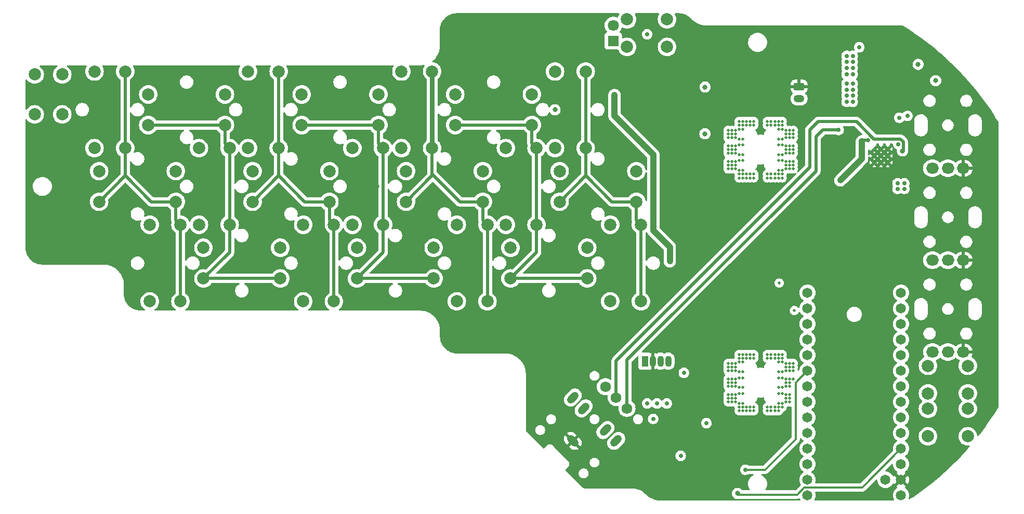
<source format=gbr>
%TF.GenerationSoftware,KiCad,Pcbnew,8.0.9*%
%TF.CreationDate,2025-12-22T17:05:25+01:00*%
%TF.ProjectId,MiniChord,4d696e69-4368-46f7-9264-2e6b69636164,rev?*%
%TF.SameCoordinates,Original*%
%TF.FileFunction,Copper,L3,Inr*%
%TF.FilePolarity,Positive*%
%FSLAX46Y46*%
G04 Gerber Fmt 4.6, Leading zero omitted, Abs format (unit mm)*
G04 Created by KiCad (PCBNEW 8.0.9) date 2025-12-22 17:05:25*
%MOMM*%
%LPD*%
G01*
G04 APERTURE LIST*
G04 Aperture macros list*
%AMRoundRect*
0 Rectangle with rounded corners*
0 $1 Rounding radius*
0 $2 $3 $4 $5 $6 $7 $8 $9 X,Y pos of 4 corners*
0 Add a 4 corners polygon primitive as box body*
4,1,4,$2,$3,$4,$5,$6,$7,$8,$9,$2,$3,0*
0 Add four circle primitives for the rounded corners*
1,1,$1+$1,$2,$3*
1,1,$1+$1,$4,$5*
1,1,$1+$1,$6,$7*
1,1,$1+$1,$8,$9*
0 Add four rect primitives between the rounded corners*
20,1,$1+$1,$2,$3,$4,$5,0*
20,1,$1+$1,$4,$5,$6,$7,0*
20,1,$1+$1,$6,$7,$8,$9,0*
20,1,$1+$1,$8,$9,$2,$3,0*%
%AMHorizOval*
0 Thick line with rounded ends*
0 $1 width*
0 $2 $3 position (X,Y) of the first rounded end (center of the circle)*
0 $4 $5 position (X,Y) of the second rounded end (center of the circle)*
0 Add line between two ends*
20,1,$1,$2,$3,$4,$5,0*
0 Add two circle primitives to create the rounded ends*
1,1,$1,$2,$3*
1,1,$1,$4,$5*%
G04 Aperture macros list end*
%TA.AperFunction,ComponentPad*%
%ADD10C,2.000000*%
%TD*%
%TA.AperFunction,ComponentPad*%
%ADD11R,1.070000X1.800000*%
%TD*%
%TA.AperFunction,ComponentPad*%
%ADD12O,1.070000X1.800000*%
%TD*%
%TA.AperFunction,ComponentPad*%
%ADD13R,1.800000X1.800000*%
%TD*%
%TA.AperFunction,ComponentPad*%
%ADD14C,1.800000*%
%TD*%
%TA.AperFunction,ComponentPad*%
%ADD15O,2.050000X1.800000*%
%TD*%
%TA.AperFunction,ComponentPad*%
%ADD16C,0.500000*%
%TD*%
%TA.AperFunction,ComponentPad*%
%ADD17C,1.650000*%
%TD*%
%TA.AperFunction,ComponentPad*%
%ADD18C,1.750000*%
%TD*%
%TA.AperFunction,ComponentPad*%
%ADD19HorizOval,1.200000X-0.353553X-0.353553X0.353553X0.353553X0*%
%TD*%
%TA.AperFunction,ComponentPad*%
%ADD20HorizOval,1.200000X0.353553X-0.353553X-0.353553X0.353553X0*%
%TD*%
%TA.AperFunction,ComponentPad*%
%ADD21HorizOval,1.200000X0.353553X0.353553X-0.353553X-0.353553X0*%
%TD*%
%TA.AperFunction,ComponentPad*%
%ADD22RoundRect,0.250000X-0.625000X0.350000X-0.625000X-0.350000X0.625000X-0.350000X0.625000X0.350000X0*%
%TD*%
%TA.AperFunction,ComponentPad*%
%ADD23O,1.750000X1.200000*%
%TD*%
%TA.AperFunction,ViaPad*%
%ADD24C,0.800000*%
%TD*%
%TA.AperFunction,ViaPad*%
%ADD25C,0.700000*%
%TD*%
%TA.AperFunction,ViaPad*%
%ADD26C,0.500000*%
%TD*%
%TA.AperFunction,Conductor*%
%ADD27C,0.500000*%
%TD*%
%TA.AperFunction,Conductor*%
%ADD28C,0.750000*%
%TD*%
%TA.AperFunction,Conductor*%
%ADD29C,1.000000*%
%TD*%
%TA.AperFunction,Conductor*%
%ADD30C,0.350000*%
%TD*%
G04 APERTURE END LIST*
D10*
%TO.N,Row 4*%
%TO.C,SW11*%
X75000000Y-91750000D03*
X75000000Y-104250000D03*
%TO.N,Read matrix 2*%
X70000000Y-91750000D03*
X70000000Y-104250000D03*
%TD*%
%TO.N,3.3V*%
%TO.C,SW26*%
X121250000Y-75250000D03*
X114750000Y-75250000D03*
%TO.N,Rythm*%
X121250000Y-70750000D03*
X114750000Y-70750000D03*
%TD*%
D11*
%TO.N,Net-(D2-Pad1)*%
%TO.C,D2*%
X117640000Y-126500000D03*
D12*
%TO.N,GND*%
X118910000Y-126500000D03*
%TO.N,Net-(D2-Pad3)*%
X120180000Y-126500000D03*
%TO.N,Net-(D2-Pad4)*%
X121450000Y-126500000D03*
%TD*%
D10*
%TO.N,Row 5*%
%TO.C,SW12*%
X91250000Y-100500000D03*
X78750000Y-100500000D03*
%TO.N,Read matrix 2*%
X91250000Y-95500000D03*
X78750000Y-95500000D03*
%TD*%
%TO.N,Row 1*%
%TO.C,SW15*%
X42000000Y-104250000D03*
X42000000Y-116750000D03*
%TO.N,Read matrix 3*%
X37000000Y-104250000D03*
X37000000Y-116750000D03*
%TD*%
%TO.N,Row 3*%
%TO.C,SW10*%
X66250000Y-100500000D03*
X53750000Y-100500000D03*
%TO.N,Read matrix 2*%
X66250000Y-95500000D03*
X53750000Y-95500000D03*
%TD*%
D13*
%TO.N,Net-(D1-Pad1)*%
%TO.C,D1*%
X112500000Y-74270000D03*
D14*
%TO.N,Rythm led*%
X112500000Y-71730000D03*
%TD*%
D10*
%TO.N,Row 7*%
%TO.C,SW21*%
X117000000Y-104250000D03*
X117000000Y-116750000D03*
%TO.N,Read matrix 3*%
X112000000Y-104250000D03*
X112000000Y-116750000D03*
%TD*%
%TO.N,Row 6*%
%TO.C,SW6*%
X99250000Y-88000000D03*
X86750000Y-88000000D03*
%TO.N,Read matrix 1*%
X99250000Y-83000000D03*
X86750000Y-83000000D03*
%TD*%
%TO.N,Row 7*%
%TO.C,SW14*%
X116250000Y-100500000D03*
X103750000Y-100500000D03*
%TO.N,Read matrix 2*%
X116250000Y-95500000D03*
X103750000Y-95500000D03*
%TD*%
%TO.N,Row 2*%
%TO.C,SW2*%
X49250000Y-88000000D03*
X36750000Y-88000000D03*
%TO.N,Read matrix 1*%
X49250000Y-83000000D03*
X36750000Y-83000000D03*
%TD*%
%TO.N,Row 3*%
%TO.C,SW17*%
X67000000Y-104250000D03*
X67000000Y-116750000D03*
%TO.N,Read matrix 3*%
X62000000Y-104250000D03*
X62000000Y-116750000D03*
%TD*%
D15*
%TO.N,3.3V*%
%TO.C,RV3*%
X164500000Y-95030000D03*
%TO.N,Chord*%
X167000000Y-95030000D03*
%TO.N,GND*%
X169500000Y-95030000D03*
%TD*%
D10*
%TO.N,Row 6*%
%TO.C,SW13*%
X100000000Y-91750000D03*
X100000000Y-104250000D03*
%TO.N,Read matrix 2*%
X95000000Y-91750000D03*
X95000000Y-104250000D03*
%TD*%
%TO.N,3.3V*%
%TO.C,SW24*%
X170250000Y-131750000D03*
X163750000Y-131750000D03*
%TO.N,Up pgm*%
X170250000Y-127250000D03*
X163750000Y-127250000D03*
%TD*%
%TO.N,Row 4*%
%TO.C,SW18*%
X83250000Y-113000000D03*
X70750000Y-113000000D03*
%TO.N,Read matrix 3*%
X83250000Y-108000000D03*
X70750000Y-108000000D03*
%TD*%
%TO.N,Row 2*%
%TO.C,SW16*%
X58250000Y-113000000D03*
X45750000Y-113000000D03*
%TO.N,Read matrix 3*%
X58250000Y-108000000D03*
X45750000Y-108000000D03*
%TD*%
%TO.N,Row 6*%
%TO.C,SW20*%
X108250000Y-113000000D03*
X95750000Y-113000000D03*
%TO.N,Read matrix 3*%
X108250000Y-108000000D03*
X95750000Y-108000000D03*
%TD*%
D15*
%TO.N,3.3V*%
%TO.C,RV2*%
X164500000Y-110030000D03*
%TO.N,Harp*%
X167000000Y-110030000D03*
%TO.N,GND*%
X169500000Y-110030000D03*
%TD*%
D10*
%TO.N,Row 4*%
%TO.C,SW4*%
X74250000Y-88000000D03*
X61750000Y-88000000D03*
%TO.N,Read matrix 1*%
X74250000Y-83000000D03*
X61750000Y-83000000D03*
%TD*%
%TO.N,Sharp*%
%TO.C,SW22*%
X22750000Y-79750000D03*
X22750000Y-86250000D03*
%TO.N,Read matrix 1*%
X18250000Y-79750000D03*
X18250000Y-86250000D03*
%TD*%
D16*
%TO.N,GND*%
%TO.C,U2*%
X155000000Y-91900000D03*
X155000000Y-93000000D03*
X155000000Y-94100000D03*
X156100000Y-91900000D03*
X156100000Y-93000000D03*
X156100000Y-94100000D03*
X157200000Y-91900000D03*
X157200000Y-93000000D03*
X157200000Y-94100000D03*
%TD*%
D10*
%TO.N,Row 5*%
%TO.C,SW5*%
X83000000Y-79250000D03*
X83000000Y-91750000D03*
%TO.N,Read matrix 1*%
X78000000Y-79250000D03*
X78000000Y-91750000D03*
%TD*%
%TO.N,Row 5*%
%TO.C,SW19*%
X92000000Y-104250000D03*
X92000000Y-116750000D03*
%TO.N,Read matrix 3*%
X87000000Y-104250000D03*
X87000000Y-116750000D03*
%TD*%
%TO.N,Row 2*%
%TO.C,SW9*%
X50000000Y-91750000D03*
X50000000Y-104250000D03*
%TO.N,Read matrix 2*%
X45000000Y-91750000D03*
X45000000Y-104250000D03*
%TD*%
D15*
%TO.N,3.3V*%
%TO.C,RV1*%
X164500000Y-125000000D03*
%TO.N,Mod*%
X167000000Y-125000000D03*
%TO.N,GND*%
X169500000Y-125000000D03*
%TD*%
D17*
%TO.N,GND*%
%TO.C,U1*%
X144130000Y-148375000D03*
%TO.N,R led*%
X144130000Y-145835000D03*
%TO.N,G led*%
X144130000Y-143295000D03*
%TO.N,B led*%
X144130000Y-140755000D03*
%TO.N,_Mute*%
X144130000Y-138215000D03*
%TO.N,Read matrix 3*%
X144130000Y-135675000D03*
%TO.N,Read matrix 2*%
X144130000Y-133135000D03*
%TO.N,Read matrix 1*%
X144130000Y-130595000D03*
%TO.N,DIN*%
X144130000Y-128055000D03*
%TO.N,Down pgm*%
X144130000Y-125515000D03*
%TO.N,Up pgm*%
X144130000Y-122975000D03*
%TO.N,LBO*%
X144130000Y-120435000D03*
%TO.N,Rythm*%
X144130000Y-117895000D03*
%TO.N,Rythm led*%
X144130000Y-115355000D03*
%TO.N,Data matrix*%
X159370000Y-115355000D03*
%TO.N,Storage clock*%
X159370000Y-117895000D03*
%TO.N,Shift clock*%
X159370000Y-120435000D03*
%TO.N,Chord*%
X159370000Y-122975000D03*
%TO.N,Harp*%
X159370000Y-125515000D03*
%TO.N,Net-(R9-Pad1)*%
X159370000Y-128055000D03*
%TO.N,Net-(R10-Pad1)*%
X159370000Y-130595000D03*
%TO.N,LRCK*%
X159370000Y-133135000D03*
%TO.N,BCK*%
X159370000Y-135675000D03*
%TO.N,Mod*%
X159370000Y-138215000D03*
%TO.N,SCK*%
X159370000Y-140755000D03*
%TO.N,3.3V*%
X159370000Y-143295000D03*
%TO.N,GND*%
X159370000Y-145835000D03*
%TO.N,5V*%
X159370000Y-148375000D03*
%TO.N,VUSB*%
X156830000Y-145835000D03*
%TD*%
D10*
%TO.N,Row 7*%
%TO.C,SW7*%
X108000000Y-79250000D03*
X108000000Y-91750000D03*
%TO.N,Read matrix 1*%
X103000000Y-79250000D03*
X103000000Y-91750000D03*
%TD*%
%TO.N,Row 3*%
%TO.C,SW3*%
X58000000Y-79250000D03*
X58000000Y-91750000D03*
%TO.N,Read matrix 1*%
X53000000Y-79250000D03*
X53000000Y-91750000D03*
%TD*%
D18*
%TO.N,VBAT*%
%TO.C,J2*%
X114738835Y-134196699D03*
%TO.N,EN*%
X112971068Y-132428932D03*
%TO.N,unconnected-(J2-PadI)*%
X111203301Y-130661165D03*
D19*
%TO.N,Net-(C16-Pad1)*%
X105900000Y-132428932D03*
%TO.N,unconnected-(J2-PadRs)*%
X107667767Y-134196699D03*
D20*
%TO.N,GND*%
X105900000Y-139500000D03*
D21*
%TO.N,Net-(C17-Pad1)*%
X112971068Y-139500000D03*
%TO.N,unconnected-(J2-PadTs)*%
X111203301Y-137732233D03*
%TD*%
D10*
%TO.N,Row 1*%
%TO.C,SW1*%
X33000000Y-79250000D03*
X33000000Y-91750000D03*
%TO.N,Read matrix 1*%
X28000000Y-79250000D03*
X28000000Y-91750000D03*
%TD*%
%TO.N,3.3V*%
%TO.C,SW25*%
X163750000Y-134250000D03*
X170250000Y-134250000D03*
%TO.N,Down pgm*%
X163750000Y-138750000D03*
X170250000Y-138750000D03*
%TD*%
%TO.N,Row 1*%
%TO.C,SW8*%
X41250000Y-100500000D03*
X28750000Y-100500000D03*
%TO.N,Read matrix 2*%
X41250000Y-95500000D03*
X28750000Y-95500000D03*
%TD*%
D22*
%TO.N,GND*%
%TO.C,J3*%
X142757500Y-81700000D03*
D23*
%TO.N,VBAT*%
X142757500Y-83700000D03*
%TD*%
D24*
%TO.N,Read matrix 1*%
X103000000Y-85500000D03*
%TO.N,3.3V*%
X127425000Y-89425000D03*
D25*
X121700000Y-110200000D03*
X119000000Y-135900000D03*
X119000000Y-100500000D03*
D24*
X127445000Y-81805000D03*
D26*
X139525000Y-113775000D03*
D25*
X127662500Y-136600000D03*
X118000000Y-73200000D03*
X124000000Y-128400000D03*
X160400000Y-86500000D03*
X112700000Y-83100000D03*
X123475000Y-141925000D03*
%TO.N,B led*%
X121200000Y-133400000D03*
%TO.N,G led*%
X119600000Y-133400000D03*
%TO.N,R led*%
X118000000Y-133400000D03*
D26*
%TO.N,Key11*%
X140000000Y-88000000D03*
X138800000Y-87400000D03*
X140000000Y-88650000D03*
X138200000Y-88000000D03*
X140000000Y-90250000D03*
X140600000Y-90050000D03*
X137600000Y-87400000D03*
X139400000Y-88000000D03*
X141200000Y-89450000D03*
X141200000Y-88850000D03*
X137600000Y-88000000D03*
X141200000Y-90050000D03*
X141800000Y-90050000D03*
X138200000Y-87400000D03*
X141800000Y-88850000D03*
X139400000Y-87400000D03*
X139400000Y-88650000D03*
X140000000Y-87400000D03*
X139400000Y-90250000D03*
X140600000Y-88850000D03*
X138800000Y-88000000D03*
X141800000Y-89450000D03*
X140600000Y-89450000D03*
%TO.N,Key10*%
X140000000Y-91200000D03*
X140600000Y-91400000D03*
X141800000Y-92000000D03*
X141200000Y-92600000D03*
X139400000Y-91200000D03*
X141800000Y-92600000D03*
X139400000Y-92800000D03*
X140600000Y-92600000D03*
X141200000Y-92000000D03*
X140000000Y-92800000D03*
X141800000Y-91400000D03*
X140600000Y-92000000D03*
X141200000Y-91400000D03*
%TO.N,Key9*%
X139400000Y-96600000D03*
X139400000Y-95350000D03*
X140000000Y-96000000D03*
X137600000Y-96000000D03*
X141200000Y-95150000D03*
X139400000Y-96000000D03*
X141200000Y-93950000D03*
X138800000Y-96600000D03*
X140600000Y-93950000D03*
X138200000Y-96600000D03*
X141200000Y-94550000D03*
X140000000Y-95350000D03*
X140600000Y-95150000D03*
X140600000Y-94550000D03*
X141800000Y-93950000D03*
X140000000Y-93750000D03*
X140000000Y-96600000D03*
X138800000Y-96000000D03*
X137600000Y-96600000D03*
X139400000Y-93750000D03*
X141800000Y-94550000D03*
X141800000Y-95150000D03*
X138200000Y-96000000D03*
%TO.N,Key0*%
X142000000Y-118250000D03*
X139400000Y-133350000D03*
X140000000Y-131750000D03*
X140000000Y-133350000D03*
X140600000Y-131950000D03*
X140600000Y-132550000D03*
X139400000Y-134600000D03*
X141200000Y-132550000D03*
X141200000Y-131950000D03*
X140600000Y-133150000D03*
X139400000Y-131750000D03*
X138800000Y-134600000D03*
X137600000Y-134600000D03*
X139400000Y-134000000D03*
X141200000Y-133150000D03*
X140000000Y-134000000D03*
X138200000Y-134000000D03*
X137600000Y-134000000D03*
X138200000Y-134600000D03*
X138800000Y-134000000D03*
%TO.N,Key1*%
X141200000Y-129400000D03*
X139400000Y-130800000D03*
X141200000Y-130000000D03*
X140600000Y-129400000D03*
X140000000Y-129200000D03*
X139400000Y-129200000D03*
X140600000Y-130600000D03*
X140600000Y-130000000D03*
X140000000Y-130800000D03*
X141200000Y-130600000D03*
X141800000Y-129400000D03*
%TO.N,Key2*%
X139400000Y-125400000D03*
X140600000Y-128050000D03*
X137600000Y-125400000D03*
X138800000Y-125400000D03*
X138800000Y-126000000D03*
X140000000Y-128250000D03*
X139400000Y-126650000D03*
X139400000Y-126000000D03*
X141200000Y-127450000D03*
X140000000Y-126000000D03*
X140000000Y-125400000D03*
X141200000Y-126850000D03*
X137600000Y-126000000D03*
X141800000Y-127450000D03*
X138200000Y-125400000D03*
X140600000Y-127450000D03*
X141800000Y-128050000D03*
X140000000Y-126650000D03*
X139400000Y-128250000D03*
X141800000Y-126850000D03*
X138200000Y-126000000D03*
X141200000Y-128050000D03*
X140600000Y-126850000D03*
%TO.N,Key3*%
X134200000Y-125400000D03*
X133000000Y-126000000D03*
X133600000Y-126000000D03*
X132400000Y-128050000D03*
X133000000Y-125400000D03*
X131800000Y-126850000D03*
X134200000Y-126000000D03*
X134800000Y-126000000D03*
X132400000Y-127450000D03*
X133000000Y-126650000D03*
X134800000Y-125400000D03*
X131800000Y-127450000D03*
X133600000Y-125400000D03*
X135400000Y-125400000D03*
X132400000Y-126850000D03*
X131800000Y-128050000D03*
X133600000Y-126650000D03*
X131200000Y-127450000D03*
X135400000Y-126000000D03*
X133600000Y-128250000D03*
X133000000Y-128250000D03*
X131200000Y-128050000D03*
X131200000Y-126850000D03*
%TO.N,Key4*%
X132400000Y-130600000D03*
X131200000Y-130000000D03*
X131200000Y-129400000D03*
X132400000Y-129400000D03*
X133600000Y-129200000D03*
X133000000Y-130800000D03*
X133000000Y-129200000D03*
X133600000Y-130800000D03*
X132400000Y-130000000D03*
X131800000Y-130600000D03*
X131200000Y-130600000D03*
X131800000Y-129400000D03*
X131800000Y-130000000D03*
%TO.N,Key5*%
X133600000Y-131750000D03*
X131800000Y-133150000D03*
X131200000Y-133150000D03*
X132400000Y-131950000D03*
X131800000Y-131950000D03*
X133000000Y-131750000D03*
X133600000Y-134000000D03*
X135400000Y-134000000D03*
X134200000Y-134000000D03*
X133000000Y-133350000D03*
X132400000Y-132550000D03*
X132400000Y-133150000D03*
X133600000Y-133350000D03*
X133000000Y-134000000D03*
X133000000Y-134600000D03*
X134800000Y-134600000D03*
X134200000Y-134600000D03*
X131800000Y-132550000D03*
X131200000Y-131950000D03*
X135400000Y-134600000D03*
X133600000Y-134600000D03*
X134800000Y-134000000D03*
X131200000Y-132550000D03*
%TO.N,Key6*%
X133000000Y-88650000D03*
X132400000Y-90050000D03*
X132400000Y-89450000D03*
X133000000Y-88000000D03*
X133000000Y-87400000D03*
X135400000Y-88000000D03*
X135400000Y-87400000D03*
X131200000Y-90050000D03*
X131800000Y-88850000D03*
X134800000Y-88000000D03*
X131200000Y-89450000D03*
X133600000Y-88000000D03*
X134800000Y-87400000D03*
X131800000Y-90050000D03*
X133600000Y-87400000D03*
X132400000Y-88850000D03*
X133000000Y-90250000D03*
X131800000Y-89450000D03*
X134200000Y-88000000D03*
X131200000Y-88850000D03*
X134200000Y-87400000D03*
X133600000Y-90250000D03*
X133600000Y-88650000D03*
%TO.N,Key7*%
X132400000Y-91400000D03*
X132400000Y-92000000D03*
X133000000Y-92800000D03*
X133600000Y-91200000D03*
X131200000Y-92000000D03*
X131800000Y-91400000D03*
X132400000Y-92600000D03*
X133000000Y-91200000D03*
X133600000Y-92800000D03*
X131200000Y-91400000D03*
X131200000Y-92600000D03*
X131800000Y-92600000D03*
X131800000Y-92000000D03*
%TO.N,Key8*%
X132400000Y-95150000D03*
X131200000Y-93950000D03*
X133000000Y-96600000D03*
X133000000Y-95350000D03*
X133600000Y-96000000D03*
X131800000Y-93950000D03*
X134800000Y-96600000D03*
X134800000Y-96000000D03*
X131200000Y-95150000D03*
X131200000Y-94550000D03*
X133600000Y-95350000D03*
X135400000Y-96000000D03*
X133600000Y-93750000D03*
X133600000Y-96600000D03*
X134200000Y-96600000D03*
X132400000Y-94550000D03*
X131800000Y-95150000D03*
X131800000Y-94550000D03*
X132400000Y-93950000D03*
X134200000Y-96000000D03*
X133000000Y-93750000D03*
X133000000Y-96000000D03*
X135400000Y-96600000D03*
D25*
%TO.N,VBAT*%
X151500000Y-78707500D03*
X150500000Y-79707500D03*
X159900000Y-98400000D03*
X151500000Y-77707500D03*
X150500000Y-78707500D03*
X149200000Y-88800000D03*
X151500000Y-79707500D03*
X150500000Y-76707500D03*
X151500000Y-76707500D03*
X152550000Y-75300000D03*
X159900000Y-97500000D03*
X158800000Y-97500000D03*
X150500000Y-77707500D03*
X158800000Y-98400000D03*
%TO.N,GND*%
X125000000Y-143000000D03*
D24*
X52000000Y-110500000D03*
X113000000Y-98000000D03*
X113000000Y-123000000D03*
X153000000Y-117000000D03*
X92000000Y-122000000D03*
X159000000Y-105500000D03*
X55000000Y-85000000D03*
X147000000Y-141000000D03*
X108000000Y-98000000D03*
X149000000Y-110000000D03*
D26*
X137000000Y-99000000D03*
D24*
X167000000Y-133000000D03*
X128100000Y-120100000D03*
X39500000Y-110500000D03*
X46000000Y-80900000D03*
D25*
X156000000Y-76707500D03*
D24*
X161200000Y-90600500D03*
X88000000Y-98000000D03*
X37000000Y-98000000D03*
D25*
X149000000Y-126000000D03*
D24*
X151000000Y-134500000D03*
D25*
X127000000Y-131000000D03*
D24*
X83000000Y-98000000D03*
X152000000Y-103000000D03*
D25*
X141000000Y-146000000D03*
D24*
X62000000Y-98000000D03*
D25*
X156000000Y-84707500D03*
X155000000Y-84707500D03*
X151000000Y-128000000D03*
D24*
X151000000Y-130000000D03*
X159000000Y-108500000D03*
X101000000Y-122000000D03*
X151000000Y-136000000D03*
X65000000Y-86000000D03*
D25*
X151000000Y-126000000D03*
D26*
X137000000Y-120000000D03*
X138000000Y-109200000D03*
D24*
X93000000Y-85500000D03*
X58000000Y-98000000D03*
X149000000Y-134500000D03*
D25*
X125000000Y-140000000D03*
D24*
X147000000Y-108000000D03*
X55000000Y-87000000D03*
X172000000Y-110000000D03*
D25*
X124000000Y-143000000D03*
X157000000Y-84707500D03*
D24*
X77000000Y-110500000D03*
X80000000Y-85000000D03*
D25*
X157000000Y-76707500D03*
D24*
X24250000Y-98000000D03*
X149000000Y-133000000D03*
X151000000Y-141000000D03*
X81000000Y-88000000D03*
X71000000Y-81000000D03*
D25*
X125000000Y-141000000D03*
D24*
X47500000Y-98000000D03*
D25*
X133600000Y-139000000D03*
X139000000Y-146000000D03*
X125000000Y-142000000D03*
D24*
X126000000Y-74000000D03*
X105500000Y-85500000D03*
D25*
X139000000Y-141000000D03*
D24*
X164000000Y-143000000D03*
X115000000Y-81000000D03*
D25*
X153250000Y-86750000D03*
D24*
X114500000Y-110500000D03*
X74000000Y-98000000D03*
D25*
X113300000Y-142400000D03*
D24*
X89500000Y-110500000D03*
D25*
X149000000Y-128000000D03*
D24*
X65000000Y-81000000D03*
X149000000Y-136000000D03*
X172000000Y-95000000D03*
X98000000Y-98000000D03*
X172000000Y-125000000D03*
D25*
X154450000Y-75300000D03*
D24*
X165000000Y-79000000D03*
X148000000Y-109000000D03*
X102000000Y-110500000D03*
X123250000Y-85500000D03*
X64500000Y-110500000D03*
D25*
X154000000Y-84707500D03*
%TO.N,VUSB*%
X151500000Y-84207500D03*
X151500000Y-81207500D03*
X150500000Y-83207500D03*
X150500000Y-82207500D03*
X150500000Y-84207500D03*
X151500000Y-82207500D03*
X150500000Y-81207500D03*
X151500000Y-83207500D03*
%TO.N,5V*%
X149500000Y-97000000D03*
X154000000Y-90500000D03*
X153000000Y-91500000D03*
X153000000Y-90500000D03*
%TO.N,LBO*%
X158900000Y-91100000D03*
X159100000Y-86800000D03*
D24*
%TO.N,EN*%
X159600000Y-92200000D03*
D25*
%TO.N,DIN*%
X134000000Y-144200000D03*
D24*
%TO.N,SCK*%
X132725000Y-148075000D03*
%TO.N,Net-(D3-Pad2)*%
X162155000Y-78095000D03*
X165000000Y-80750000D03*
%TD*%
D27*
%TO.N,Row 1*%
X42000000Y-104250000D02*
X42000000Y-116750000D01*
X41250000Y-100500000D02*
X41250000Y-103500000D01*
X37250000Y-100500000D02*
X33000000Y-96250000D01*
X33000000Y-91750000D02*
X33000000Y-96250000D01*
X41250000Y-100500000D02*
X37250000Y-100500000D01*
X41250000Y-103500000D02*
X42000000Y-104250000D01*
X33000000Y-96250000D02*
X28750000Y-100500000D01*
X33000000Y-79250000D02*
X33000000Y-91750000D01*
%TO.N,Row 2*%
X36750000Y-88000000D02*
X49250000Y-88000000D01*
X45750000Y-113000000D02*
X58250000Y-113000000D01*
X50000000Y-91750000D02*
X50000000Y-104250000D01*
X49250000Y-91000000D02*
X50000000Y-91750000D01*
X50000000Y-108750000D02*
X45750000Y-113000000D01*
X50000000Y-104250000D02*
X50000000Y-108750000D01*
X49250000Y-88000000D02*
X49250000Y-91000000D01*
%TO.N,Row 3*%
X66250000Y-100500000D02*
X66250000Y-103500000D01*
X58000000Y-79250000D02*
X58000000Y-91750000D01*
X58000000Y-91750000D02*
X58000000Y-96250000D01*
X66250000Y-100500000D02*
X62250000Y-100500000D01*
X66250000Y-103500000D02*
X67000000Y-104250000D01*
X58000000Y-96250000D02*
X53750000Y-100500000D01*
X62250000Y-100500000D02*
X58000000Y-96250000D01*
X67000000Y-104250000D02*
X67000000Y-116750000D01*
%TO.N,Row 4*%
X74250000Y-91000000D02*
X75000000Y-91750000D01*
X75000000Y-104250000D02*
X75000000Y-108750000D01*
X75000000Y-108750000D02*
X70750000Y-113000000D01*
X61750000Y-88000000D02*
X74250000Y-88000000D01*
X75000000Y-91750000D02*
X75000000Y-104250000D01*
X74250000Y-88000000D02*
X74250000Y-91000000D01*
X70750000Y-113000000D02*
X83250000Y-113000000D01*
%TO.N,Row 5*%
X91250000Y-103500000D02*
X92000000Y-104250000D01*
X78750000Y-100500000D02*
X83000000Y-96250000D01*
X83000000Y-96250000D02*
X83000000Y-96000000D01*
X87500000Y-100500000D02*
X83000000Y-96000000D01*
X91250000Y-100500000D02*
X87500000Y-100500000D01*
D28*
X83000000Y-79250000D02*
X83000000Y-91750000D01*
D27*
X91250000Y-100500000D02*
X91250000Y-103500000D01*
X83000000Y-96000000D02*
X83000000Y-91750000D01*
X92000000Y-104250000D02*
X92000000Y-116750000D01*
%TO.N,Row 6*%
X99250000Y-91000000D02*
X100000000Y-91750000D01*
X95750000Y-113000000D02*
X108250000Y-113000000D01*
X86750000Y-88000000D02*
X99250000Y-88000000D01*
X100000000Y-108750000D02*
X95750000Y-113000000D01*
X100000000Y-104250000D02*
X100000000Y-108750000D01*
X100000000Y-91750000D02*
X100000000Y-104250000D01*
X99250000Y-88000000D02*
X99250000Y-91000000D01*
%TO.N,Row 7*%
X108000000Y-91750000D02*
X108000000Y-96250000D01*
X108000000Y-96250000D02*
X103750000Y-100500000D01*
X116250000Y-100500000D02*
X112250000Y-100500000D01*
X108000000Y-79250000D02*
X108000000Y-91750000D01*
X117000000Y-104250000D02*
X117000000Y-116750000D01*
X116250000Y-100500000D02*
X116250000Y-103500000D01*
X116250000Y-103500000D02*
X117000000Y-104250000D01*
X112250000Y-100500000D02*
X108000000Y-96250000D01*
D29*
%TO.N,3.3V*%
X112700000Y-83100000D02*
X112700000Y-86500000D01*
X121700000Y-110200000D02*
X121700000Y-107900000D01*
X121700000Y-107900000D02*
X119000000Y-105200000D01*
X119000000Y-92800000D02*
X119000000Y-100500000D01*
X112700000Y-86500000D02*
X119000000Y-92800000D01*
X119000000Y-105200000D02*
X119000000Y-100500000D01*
D27*
%TO.N,VBAT*%
X114738835Y-126261165D02*
X114738835Y-134196699D01*
X146600000Y-88800000D02*
X145500000Y-89900000D01*
X149200000Y-88800000D02*
X146600000Y-88800000D01*
X145500000Y-95500000D02*
X114738835Y-126261165D01*
X145500000Y-89900000D02*
X145500000Y-95500000D01*
%TO.N,5V*%
X154000000Y-90500000D02*
X153000000Y-90500000D01*
D29*
X153000000Y-91500000D02*
X153000000Y-93500000D01*
X153000000Y-91500000D02*
X153000000Y-90650000D01*
X153000000Y-93500000D02*
X149500000Y-97000000D01*
D27*
%TO.N,EN*%
X144500000Y-94900000D02*
X144500000Y-88750000D01*
X112971068Y-132428932D02*
X112971068Y-126428932D01*
X159750000Y-92050000D02*
X159600000Y-92200000D01*
X144500000Y-88750000D02*
X145850000Y-87400000D01*
X159252082Y-90250000D02*
X159750000Y-90747918D01*
X145850000Y-87400000D02*
X152102082Y-87400000D01*
X152102082Y-87400000D02*
X154952082Y-90250000D01*
X112971068Y-126428932D02*
X144500000Y-94900000D01*
X154952082Y-90250000D02*
X159252082Y-90250000D01*
X159750000Y-90747918D02*
X159750000Y-92050000D01*
D30*
%TO.N,DIN*%
X134000000Y-144200000D02*
X137258148Y-144200000D01*
X142200000Y-139258148D02*
X142200000Y-129985000D01*
X142200000Y-129985000D02*
X144130000Y-128055000D01*
X137258148Y-144200000D02*
X142200000Y-139258148D01*
%TO.N,SCK*%
X143600000Y-147100000D02*
X153025000Y-147100000D01*
X142450000Y-148250000D02*
X143600000Y-147100000D01*
X153025000Y-147100000D02*
X159370000Y-140755000D01*
X132900000Y-148250000D02*
X142450000Y-148250000D01*
X132725000Y-148075000D02*
X132900000Y-148250000D01*
%TD*%
%TA.AperFunction,Conductor*%
%TO.N,GND*%
G36*
X113436415Y-69770502D02*
G01*
X113482908Y-69824158D01*
X113493012Y-69894432D01*
X113475727Y-69942335D01*
X113401759Y-70063038D01*
X113354958Y-70176027D01*
X113312962Y-70277417D01*
X113310894Y-70282409D01*
X113310892Y-70282415D01*
X113288638Y-70375108D01*
X113253286Y-70436677D01*
X113190259Y-70469359D01*
X113119568Y-70462778D01*
X113106151Y-70456507D01*
X113104698Y-70455721D01*
X113067727Y-70435713D01*
X113067724Y-70435712D01*
X113067723Y-70435711D01*
X112846955Y-70359921D01*
X112846948Y-70359919D01*
X112748411Y-70343476D01*
X112616712Y-70321500D01*
X112383288Y-70321500D01*
X112268066Y-70340727D01*
X112153051Y-70359919D01*
X112153044Y-70359921D01*
X111932276Y-70435711D01*
X111932273Y-70435713D01*
X111746349Y-70536330D01*
X111726985Y-70546809D01*
X111726983Y-70546810D01*
X111542778Y-70690182D01*
X111542774Y-70690186D01*
X111384685Y-70861916D01*
X111257015Y-71057331D01*
X111163252Y-71271089D01*
X111163249Y-71271096D01*
X111105950Y-71497366D01*
X111105949Y-71497372D01*
X111105949Y-71497374D01*
X111086673Y-71730000D01*
X111089949Y-71769541D01*
X111105950Y-71962633D01*
X111163249Y-72188903D01*
X111163252Y-72188910D01*
X111257015Y-72402668D01*
X111358822Y-72558496D01*
X111384686Y-72598083D01*
X111469842Y-72690587D01*
X111501263Y-72754251D01*
X111493276Y-72824797D01*
X111448417Y-72879826D01*
X111421175Y-72893979D01*
X111353795Y-72919111D01*
X111353792Y-72919112D01*
X111236738Y-73006738D01*
X111149112Y-73123792D01*
X111149110Y-73123797D01*
X111098011Y-73260795D01*
X111098009Y-73260803D01*
X111091500Y-73321350D01*
X111091500Y-75218649D01*
X111098009Y-75279196D01*
X111098011Y-75279204D01*
X111149110Y-75416202D01*
X111149112Y-75416207D01*
X111236738Y-75533261D01*
X111353792Y-75620887D01*
X111353794Y-75620888D01*
X111353796Y-75620889D01*
X111412875Y-75642924D01*
X111490795Y-75671988D01*
X111490803Y-75671990D01*
X111551350Y-75678499D01*
X111551355Y-75678499D01*
X111551362Y-75678500D01*
X113210512Y-75678500D01*
X113278633Y-75698502D01*
X113325126Y-75752158D01*
X113326900Y-75756233D01*
X113401760Y-75936963D01*
X113516854Y-76124779D01*
X113525825Y-76139417D01*
X113525826Y-76139419D01*
X113680030Y-76319969D01*
X113847290Y-76462822D01*
X113860584Y-76474176D01*
X114063037Y-76598240D01*
X114282406Y-76689105D01*
X114513289Y-76744535D01*
X114750000Y-76763165D01*
X114986711Y-76744535D01*
X115217594Y-76689105D01*
X115436963Y-76598240D01*
X115639416Y-76474176D01*
X115819969Y-76319969D01*
X115974176Y-76139416D01*
X116098240Y-75936963D01*
X116189105Y-75717594D01*
X116244535Y-75486711D01*
X116263165Y-75250000D01*
X119736835Y-75250000D01*
X119749756Y-75414179D01*
X119755465Y-75486710D01*
X119810894Y-75717592D01*
X119880866Y-75886519D01*
X119901760Y-75936963D01*
X120016854Y-76124779D01*
X120025825Y-76139417D01*
X120025826Y-76139419D01*
X120180030Y-76319969D01*
X120347290Y-76462822D01*
X120360584Y-76474176D01*
X120563037Y-76598240D01*
X120782406Y-76689105D01*
X121013289Y-76744535D01*
X121250000Y-76763165D01*
X121486711Y-76744535D01*
X121640973Y-76707500D01*
X149636771Y-76707500D01*
X149655636Y-76886980D01*
X149711398Y-77058602D01*
X149711401Y-77058608D01*
X149760991Y-77144500D01*
X149777729Y-77213496D01*
X149760991Y-77270500D01*
X149711401Y-77356391D01*
X149711398Y-77356397D01*
X149655636Y-77528019D01*
X149655635Y-77528023D01*
X149655635Y-77528025D01*
X149636771Y-77707500D01*
X149647638Y-77810895D01*
X149655636Y-77886980D01*
X149711398Y-78058602D01*
X149711401Y-78058608D01*
X149760991Y-78144500D01*
X149777729Y-78213496D01*
X149760991Y-78270500D01*
X149711401Y-78356391D01*
X149711398Y-78356397D01*
X149655636Y-78528019D01*
X149655635Y-78528023D01*
X149655635Y-78528025D01*
X149636771Y-78707500D01*
X149652861Y-78860584D01*
X149655636Y-78886980D01*
X149711398Y-79058602D01*
X149711401Y-79058608D01*
X149760991Y-79144500D01*
X149777729Y-79213496D01*
X149760991Y-79270500D01*
X149711401Y-79356391D01*
X149711398Y-79356397D01*
X149655636Y-79528019D01*
X149655635Y-79528023D01*
X149655635Y-79528025D01*
X149636771Y-79707500D01*
X149650855Y-79841500D01*
X149655636Y-79886980D01*
X149711398Y-80058602D01*
X149711401Y-80058608D01*
X149801631Y-80214890D01*
X149801638Y-80214900D01*
X149922384Y-80349002D01*
X149922383Y-80349002D01*
X149931418Y-80355566D01*
X149974770Y-80411789D01*
X149980844Y-80482526D01*
X149947710Y-80545317D01*
X149931418Y-80559434D01*
X149922384Y-80565997D01*
X149801638Y-80700099D01*
X149801631Y-80700109D01*
X149711401Y-80856391D01*
X149711398Y-80856397D01*
X149655636Y-81028019D01*
X149655635Y-81028023D01*
X149655635Y-81028025D01*
X149636771Y-81207500D01*
X149651807Y-81350556D01*
X149655636Y-81386980D01*
X149711398Y-81558602D01*
X149711401Y-81558608D01*
X149760991Y-81644500D01*
X149777729Y-81713496D01*
X149760991Y-81770500D01*
X149711401Y-81856391D01*
X149711398Y-81856397D01*
X149655636Y-82028019D01*
X149655635Y-82028023D01*
X149655635Y-82028025D01*
X149636771Y-82207500D01*
X149654116Y-82372525D01*
X149655636Y-82386980D01*
X149711398Y-82558602D01*
X149711401Y-82558608D01*
X149760991Y-82644500D01*
X149777729Y-82713496D01*
X149760991Y-82770500D01*
X149711401Y-82856391D01*
X149711398Y-82856397D01*
X149655636Y-83028019D01*
X149655635Y-83028023D01*
X149655635Y-83028025D01*
X149636771Y-83207500D01*
X149643811Y-83274484D01*
X149655636Y-83386980D01*
X149711398Y-83558602D01*
X149711401Y-83558608D01*
X149760991Y-83644500D01*
X149777729Y-83713496D01*
X149760991Y-83770500D01*
X149711401Y-83856391D01*
X149711398Y-83856397D01*
X149655636Y-84028019D01*
X149655635Y-84028023D01*
X149655635Y-84028025D01*
X149636771Y-84207500D01*
X149648788Y-84321835D01*
X149655636Y-84386980D01*
X149711398Y-84558602D01*
X149711401Y-84558608D01*
X149801631Y-84714890D01*
X149801638Y-84714900D01*
X149922384Y-84849002D01*
X149922387Y-84849004D01*
X150068385Y-84955078D01*
X150233248Y-85028480D01*
X150372247Y-85058024D01*
X150409767Y-85066000D01*
X150409768Y-85066000D01*
X150590233Y-85066000D01*
X150621175Y-85059422D01*
X150766752Y-85028480D01*
X150931615Y-84955078D01*
X150931622Y-84955072D01*
X150936988Y-84951975D01*
X151005981Y-84935229D01*
X151063012Y-84951975D01*
X151068381Y-84955075D01*
X151068385Y-84955078D01*
X151233248Y-85028480D01*
X151372247Y-85058024D01*
X151409767Y-85066000D01*
X151409768Y-85066000D01*
X151590233Y-85066000D01*
X151621175Y-85059422D01*
X151766752Y-85028480D01*
X151931615Y-84955078D01*
X152077613Y-84849004D01*
X152077615Y-84849002D01*
X152198361Y-84714900D01*
X152198362Y-84714898D01*
X152198367Y-84714893D01*
X152288599Y-84558607D01*
X152344365Y-84386975D01*
X152363229Y-84207500D01*
X152344365Y-84028025D01*
X152322124Y-83959574D01*
X152312988Y-83931455D01*
X162999500Y-83931455D01*
X162999500Y-84128544D01*
X163029823Y-84280984D01*
X163037949Y-84321835D01*
X163113368Y-84503914D01*
X163222861Y-84667782D01*
X163362218Y-84807139D01*
X163526086Y-84916632D01*
X163708165Y-84992051D01*
X163901459Y-85030500D01*
X164098541Y-85030500D01*
X164291835Y-84992051D01*
X164473914Y-84916632D01*
X164637782Y-84807139D01*
X164777139Y-84667782D01*
X164886632Y-84503914D01*
X164962051Y-84321835D01*
X165000500Y-84128541D01*
X165000500Y-83931459D01*
X165000499Y-83931455D01*
X168999500Y-83931455D01*
X168999500Y-84128544D01*
X169029823Y-84280984D01*
X169037949Y-84321835D01*
X169113368Y-84503914D01*
X169222861Y-84667782D01*
X169362218Y-84807139D01*
X169526086Y-84916632D01*
X169708165Y-84992051D01*
X169901459Y-85030500D01*
X170098541Y-85030500D01*
X170291835Y-84992051D01*
X170473914Y-84916632D01*
X170637782Y-84807139D01*
X170777139Y-84667782D01*
X170886632Y-84503914D01*
X170962051Y-84321835D01*
X171000500Y-84128541D01*
X171000500Y-83931459D01*
X170962051Y-83738165D01*
X170886632Y-83556086D01*
X170777139Y-83392218D01*
X170637782Y-83252861D01*
X170473914Y-83143368D01*
X170415120Y-83119015D01*
X170291838Y-83067950D01*
X170291835Y-83067949D01*
X170098544Y-83029500D01*
X170098541Y-83029500D01*
X169901459Y-83029500D01*
X169901455Y-83029500D01*
X169708164Y-83067949D01*
X169708161Y-83067950D01*
X169526085Y-83143368D01*
X169362222Y-83252858D01*
X169362215Y-83252863D01*
X169222863Y-83392215D01*
X169222858Y-83392222D01*
X169113368Y-83556085D01*
X169037950Y-83738161D01*
X169037949Y-83738164D01*
X168999500Y-83931455D01*
X165000499Y-83931455D01*
X164962051Y-83738165D01*
X164886632Y-83556086D01*
X164777139Y-83392218D01*
X164637782Y-83252861D01*
X164473914Y-83143368D01*
X164415120Y-83119015D01*
X164291838Y-83067950D01*
X164291835Y-83067949D01*
X164098544Y-83029500D01*
X164098541Y-83029500D01*
X163901459Y-83029500D01*
X163901455Y-83029500D01*
X163708164Y-83067949D01*
X163708161Y-83067950D01*
X163526085Y-83143368D01*
X163362222Y-83252858D01*
X163362215Y-83252863D01*
X163222863Y-83392215D01*
X163222858Y-83392222D01*
X163113368Y-83556085D01*
X163037950Y-83738161D01*
X163037949Y-83738164D01*
X162999500Y-83931455D01*
X152312988Y-83931455D01*
X152288601Y-83856397D01*
X152288600Y-83856395D01*
X152288598Y-83856391D01*
X152239007Y-83770498D01*
X152222270Y-83701505D01*
X152239008Y-83644500D01*
X152288599Y-83558607D01*
X152289419Y-83556085D01*
X152344363Y-83386980D01*
X152344365Y-83386975D01*
X152363229Y-83207500D01*
X152344365Y-83028025D01*
X152328064Y-82977855D01*
X152288601Y-82856397D01*
X152288600Y-82856395D01*
X152265358Y-82816139D01*
X152239007Y-82770498D01*
X152222270Y-82701505D01*
X152239008Y-82644500D01*
X152288599Y-82558607D01*
X152344365Y-82386975D01*
X152363229Y-82207500D01*
X152344365Y-82028025D01*
X152316165Y-81941232D01*
X152288601Y-81856397D01*
X152288600Y-81856395D01*
X152278795Y-81839412D01*
X152239007Y-81770498D01*
X152222270Y-81701505D01*
X152239008Y-81644500D01*
X152288599Y-81558607D01*
X152294282Y-81541118D01*
X152330754Y-81428866D01*
X152344365Y-81386975D01*
X152363229Y-81207500D01*
X152344365Y-81028025D01*
X152326868Y-80974173D01*
X152288601Y-80856397D01*
X152288598Y-80856391D01*
X152227173Y-80750000D01*
X164086496Y-80750000D01*
X164106457Y-80939927D01*
X164130487Y-81013882D01*
X164165473Y-81121556D01*
X164165476Y-81121561D01*
X164260958Y-81286941D01*
X164260965Y-81286951D01*
X164388744Y-81428864D01*
X164388747Y-81428866D01*
X164543248Y-81541118D01*
X164717712Y-81618794D01*
X164904513Y-81658500D01*
X165095487Y-81658500D01*
X165282288Y-81618794D01*
X165456752Y-81541118D01*
X165611253Y-81428866D01*
X165617028Y-81422452D01*
X165739034Y-81286951D01*
X165739035Y-81286949D01*
X165739040Y-81286944D01*
X165834527Y-81121556D01*
X165893542Y-80939928D01*
X165913504Y-80750000D01*
X165893542Y-80560072D01*
X165834527Y-80378444D01*
X165739040Y-80213056D01*
X165739038Y-80213054D01*
X165739034Y-80213048D01*
X165611255Y-80071135D01*
X165456752Y-79958882D01*
X165282288Y-79881206D01*
X165095487Y-79841500D01*
X164904513Y-79841500D01*
X164717711Y-79881206D01*
X164543247Y-79958882D01*
X164388744Y-80071135D01*
X164260965Y-80213048D01*
X164260958Y-80213058D01*
X164170529Y-80369686D01*
X164165473Y-80378444D01*
X164150999Y-80422986D01*
X164106457Y-80560072D01*
X164086496Y-80750000D01*
X152227173Y-80750000D01*
X152198368Y-80700109D01*
X152198361Y-80700099D01*
X152077616Y-80565998D01*
X152068585Y-80559437D01*
X152025230Y-80503215D01*
X152019154Y-80432478D01*
X152052286Y-80369686D01*
X152068585Y-80355563D01*
X152077613Y-80349004D01*
X152077616Y-80349001D01*
X152198361Y-80214900D01*
X152198362Y-80214898D01*
X152198367Y-80214893D01*
X152288599Y-80058607D01*
X152311960Y-79986710D01*
X152328124Y-79936961D01*
X152344365Y-79886975D01*
X152363229Y-79707500D01*
X152344365Y-79528025D01*
X152339577Y-79513289D01*
X152288601Y-79356397D01*
X152288600Y-79356395D01*
X152288598Y-79356391D01*
X152239007Y-79270498D01*
X152222270Y-79201505D01*
X152239008Y-79144500D01*
X152288599Y-79058607D01*
X152344365Y-78886975D01*
X152363229Y-78707500D01*
X152344365Y-78528025D01*
X152337284Y-78506232D01*
X152288601Y-78356397D01*
X152288600Y-78356395D01*
X152269988Y-78324158D01*
X152239007Y-78270498D01*
X152222270Y-78201505D01*
X152239008Y-78144500D01*
X152267587Y-78095000D01*
X161241496Y-78095000D01*
X161261457Y-78284927D01*
X161284679Y-78356395D01*
X161320473Y-78466556D01*
X161320476Y-78466561D01*
X161415958Y-78631941D01*
X161415965Y-78631951D01*
X161543744Y-78773864D01*
X161568529Y-78791871D01*
X161698248Y-78886118D01*
X161872712Y-78963794D01*
X162059513Y-79003500D01*
X162250487Y-79003500D01*
X162437288Y-78963794D01*
X162611752Y-78886118D01*
X162766253Y-78773866D01*
X162839066Y-78692999D01*
X162894034Y-78631951D01*
X162894035Y-78631949D01*
X162894040Y-78631944D01*
X162989527Y-78466556D01*
X163048542Y-78284928D01*
X163068504Y-78095000D01*
X163048542Y-77905072D01*
X162989527Y-77723444D01*
X162894040Y-77558056D01*
X162894038Y-77558054D01*
X162894034Y-77558048D01*
X162766255Y-77416135D01*
X162611752Y-77303882D01*
X162437288Y-77226206D01*
X162250487Y-77186500D01*
X162059513Y-77186500D01*
X161872711Y-77226206D01*
X161698247Y-77303882D01*
X161543744Y-77416135D01*
X161415965Y-77558048D01*
X161415958Y-77558058D01*
X161320476Y-77723438D01*
X161320473Y-77723445D01*
X161261457Y-77905072D01*
X161241496Y-78095000D01*
X152267587Y-78095000D01*
X152288599Y-78058607D01*
X152299251Y-78025825D01*
X152339561Y-77901759D01*
X152344365Y-77886975D01*
X152363229Y-77707500D01*
X152344365Y-77528025D01*
X152327856Y-77477214D01*
X152288601Y-77356397D01*
X152288600Y-77356395D01*
X152272245Y-77328068D01*
X152239007Y-77270498D01*
X152222270Y-77201505D01*
X152239008Y-77144500D01*
X152288599Y-77058607D01*
X152291912Y-77048413D01*
X152321490Y-76957379D01*
X152344365Y-76886975D01*
X152363229Y-76707500D01*
X152344365Y-76528025D01*
X152328021Y-76477722D01*
X152288601Y-76356397D01*
X152288600Y-76356396D01*
X152288599Y-76356395D01*
X152288599Y-76356393D01*
X152275918Y-76334429D01*
X152259181Y-76265437D01*
X152282401Y-76198345D01*
X152338207Y-76154457D01*
X152408882Y-76147708D01*
X152411222Y-76148181D01*
X152459768Y-76158500D01*
X152640233Y-76158500D01*
X152671175Y-76151922D01*
X152816752Y-76120980D01*
X152981615Y-76047578D01*
X153127613Y-75941504D01*
X153201188Y-75859791D01*
X153248361Y-75807400D01*
X153248362Y-75807398D01*
X153248367Y-75807393D01*
X153338599Y-75651107D01*
X153348418Y-75620889D01*
X153394363Y-75479480D01*
X153394365Y-75479475D01*
X153413229Y-75300000D01*
X153394365Y-75120525D01*
X153382196Y-75083071D01*
X153338601Y-74948897D01*
X153338598Y-74948891D01*
X153248368Y-74792609D01*
X153248361Y-74792599D01*
X153127615Y-74658497D01*
X152981615Y-74552422D01*
X152816752Y-74479020D01*
X152640233Y-74441500D01*
X152640232Y-74441500D01*
X152459768Y-74441500D01*
X152459767Y-74441500D01*
X152283250Y-74479019D01*
X152118383Y-74552422D01*
X152118383Y-74552423D01*
X151972384Y-74658497D01*
X151851638Y-74792599D01*
X151851631Y-74792609D01*
X151761401Y-74948891D01*
X151761398Y-74948897D01*
X151705636Y-75120519D01*
X151705635Y-75120523D01*
X151705635Y-75120525D01*
X151686771Y-75300000D01*
X151704598Y-75469612D01*
X151705636Y-75479480D01*
X151761398Y-75651102D01*
X151761401Y-75651108D01*
X151774080Y-75673068D01*
X151790818Y-75742064D01*
X151767597Y-75809155D01*
X151711790Y-75853042D01*
X151641115Y-75859791D01*
X151638766Y-75859315D01*
X151590235Y-75849000D01*
X151590232Y-75849000D01*
X151409768Y-75849000D01*
X151409767Y-75849000D01*
X151233250Y-75886519D01*
X151068382Y-75959923D01*
X151062997Y-75963033D01*
X150994001Y-75979769D01*
X150936999Y-75963031D01*
X150931613Y-75959921D01*
X150766752Y-75886520D01*
X150590233Y-75849000D01*
X150590232Y-75849000D01*
X150409768Y-75849000D01*
X150409767Y-75849000D01*
X150233250Y-75886519D01*
X150068383Y-75959922D01*
X150068383Y-75959923D01*
X149922384Y-76065997D01*
X149801638Y-76200099D01*
X149801631Y-76200109D01*
X149711401Y-76356391D01*
X149711398Y-76356397D01*
X149655636Y-76528019D01*
X149636771Y-76707500D01*
X121640973Y-76707500D01*
X121717594Y-76689105D01*
X121936963Y-76598240D01*
X122139416Y-76474176D01*
X122319969Y-76319969D01*
X122474176Y-76139416D01*
X122598240Y-75936963D01*
X122689105Y-75717594D01*
X122744535Y-75486711D01*
X122763165Y-75250000D01*
X122744535Y-75013289D01*
X122689105Y-74782406D01*
X122598240Y-74563037D01*
X122559611Y-74500000D01*
X134444706Y-74500000D01*
X134463854Y-74743302D01*
X134520828Y-74980612D01*
X134614223Y-75206089D01*
X134684421Y-75320642D01*
X134741742Y-75414180D01*
X134741743Y-75414182D01*
X134900240Y-75599759D01*
X135083506Y-75756282D01*
X135085821Y-75758259D01*
X135293911Y-75885777D01*
X135519388Y-75979172D01*
X135756698Y-76036146D01*
X136000000Y-76055294D01*
X136243302Y-76036146D01*
X136480612Y-75979172D01*
X136706089Y-75885777D01*
X136914179Y-75758259D01*
X137099759Y-75599759D01*
X137258259Y-75414179D01*
X137385777Y-75206089D01*
X137479172Y-74980612D01*
X137536146Y-74743302D01*
X137555294Y-74500000D01*
X137536146Y-74256698D01*
X137479172Y-74019388D01*
X137385777Y-73793911D01*
X137258259Y-73585821D01*
X137258256Y-73585817D01*
X137099759Y-73400240D01*
X136914182Y-73241743D01*
X136914180Y-73241742D01*
X136914179Y-73241741D01*
X136706089Y-73114223D01*
X136480612Y-73020828D01*
X136480610Y-73020827D01*
X136480609Y-73020827D01*
X136352900Y-72990166D01*
X136243302Y-72963854D01*
X136243303Y-72963854D01*
X136000000Y-72944706D01*
X135756697Y-72963854D01*
X135519390Y-73020827D01*
X135293912Y-73114222D01*
X135085819Y-73241742D01*
X135085817Y-73241743D01*
X134900240Y-73400240D01*
X134741743Y-73585817D01*
X134741742Y-73585819D01*
X134614222Y-73793912D01*
X134520827Y-74019390D01*
X134482260Y-74180031D01*
X134463854Y-74256698D01*
X134444706Y-74500000D01*
X122559611Y-74500000D01*
X122474176Y-74360584D01*
X122474173Y-74360580D01*
X122319969Y-74180030D01*
X122139419Y-74025826D01*
X122139417Y-74025825D01*
X122139416Y-74025824D01*
X121936963Y-73901760D01*
X121917283Y-73893608D01*
X121717592Y-73810894D01*
X121559651Y-73772976D01*
X121486711Y-73755465D01*
X121250000Y-73736835D01*
X121013289Y-73755465D01*
X120782407Y-73810894D01*
X120563038Y-73901759D01*
X120360582Y-74025825D01*
X120360580Y-74025826D01*
X120180030Y-74180030D01*
X120025826Y-74360580D01*
X120025825Y-74360582D01*
X119901759Y-74563038D01*
X119810894Y-74782407D01*
X119763311Y-74980609D01*
X119755465Y-75013289D01*
X119736835Y-75250000D01*
X116263165Y-75250000D01*
X116244535Y-75013289D01*
X116189105Y-74782406D01*
X116098240Y-74563037D01*
X115974176Y-74360584D01*
X115974173Y-74360580D01*
X115819969Y-74180030D01*
X115639419Y-74025826D01*
X115639417Y-74025825D01*
X115639416Y-74025824D01*
X115436963Y-73901760D01*
X115417283Y-73893608D01*
X115217592Y-73810894D01*
X115059651Y-73772976D01*
X114986711Y-73755465D01*
X114750000Y-73736835D01*
X114513289Y-73755465D01*
X114282407Y-73810894D01*
X114082718Y-73893608D01*
X114012128Y-73901197D01*
X113948641Y-73869417D01*
X113912414Y-73808359D01*
X113908500Y-73777199D01*
X113908500Y-73321367D01*
X113908499Y-73321350D01*
X113901990Y-73260803D01*
X113901988Y-73260795D01*
X113879312Y-73200000D01*
X117136771Y-73200000D01*
X117149527Y-73321367D01*
X117155636Y-73379480D01*
X117211398Y-73551102D01*
X117211401Y-73551108D01*
X117301631Y-73707390D01*
X117301638Y-73707400D01*
X117422384Y-73841502D01*
X117422387Y-73841504D01*
X117568385Y-73947578D01*
X117733248Y-74020980D01*
X117872247Y-74050524D01*
X117909767Y-74058500D01*
X117909768Y-74058500D01*
X118090233Y-74058500D01*
X118121175Y-74051922D01*
X118266752Y-74020980D01*
X118431615Y-73947578D01*
X118577613Y-73841504D01*
X118577615Y-73841502D01*
X118698361Y-73707400D01*
X118698362Y-73707398D01*
X118698367Y-73707393D01*
X118788599Y-73551107D01*
X118844365Y-73379475D01*
X118863229Y-73200000D01*
X118844365Y-73020525D01*
X118819730Y-72944706D01*
X118788601Y-72848897D01*
X118788598Y-72848891D01*
X118698368Y-72692609D01*
X118698361Y-72692599D01*
X118577615Y-72558497D01*
X118431615Y-72452422D01*
X118266752Y-72379020D01*
X118090233Y-72341500D01*
X118090232Y-72341500D01*
X117909768Y-72341500D01*
X117909767Y-72341500D01*
X117733250Y-72379019D01*
X117568383Y-72452422D01*
X117568383Y-72452423D01*
X117422384Y-72558497D01*
X117301638Y-72692599D01*
X117301631Y-72692609D01*
X117211401Y-72848891D01*
X117211398Y-72848897D01*
X117155636Y-73020519D01*
X117155635Y-73020523D01*
X117155635Y-73020525D01*
X117136771Y-73200000D01*
X113879312Y-73200000D01*
X113850889Y-73123797D01*
X113850887Y-73123792D01*
X113763261Y-73006738D01*
X113646207Y-72919112D01*
X113646204Y-72919111D01*
X113578824Y-72893979D01*
X113521989Y-72851432D01*
X113497179Y-72784911D01*
X113512271Y-72715538D01*
X113530156Y-72690588D01*
X113615314Y-72598083D01*
X113742984Y-72402669D01*
X113836749Y-72188907D01*
X113845000Y-72156322D01*
X113881110Y-72095198D01*
X113944536Y-72063298D01*
X114015140Y-72070753D01*
X114032978Y-72079820D01*
X114063037Y-72098240D01*
X114282406Y-72189105D01*
X114513289Y-72244535D01*
X114750000Y-72263165D01*
X114986711Y-72244535D01*
X115217594Y-72189105D01*
X115436963Y-72098240D01*
X115639416Y-71974176D01*
X115819969Y-71819969D01*
X115974176Y-71639416D01*
X116098240Y-71436963D01*
X116189105Y-71217594D01*
X116244535Y-70986711D01*
X116263165Y-70750000D01*
X116244535Y-70513289D01*
X116189105Y-70282406D01*
X116098240Y-70063037D01*
X116024272Y-69942334D01*
X116005735Y-69873801D01*
X116027191Y-69806125D01*
X116081830Y-69760792D01*
X116131706Y-69750500D01*
X119868294Y-69750500D01*
X119936415Y-69770502D01*
X119982908Y-69824158D01*
X119993012Y-69894432D01*
X119975727Y-69942335D01*
X119901759Y-70063038D01*
X119810894Y-70282407D01*
X119755465Y-70513289D01*
X119736835Y-70750000D01*
X119755465Y-70986710D01*
X119810894Y-71217592D01*
X119845378Y-71300843D01*
X119901760Y-71436963D01*
X120010269Y-71614033D01*
X120025825Y-71639417D01*
X120025826Y-71639419D01*
X120180030Y-71819969D01*
X120360580Y-71974173D01*
X120360584Y-71974176D01*
X120563037Y-72098240D01*
X120782406Y-72189105D01*
X121013289Y-72244535D01*
X121250000Y-72263165D01*
X121486711Y-72244535D01*
X121717594Y-72189105D01*
X121936963Y-72098240D01*
X122139416Y-71974176D01*
X122319969Y-71819969D01*
X122474176Y-71639416D01*
X122598240Y-71436963D01*
X122689105Y-71217594D01*
X122744535Y-70986711D01*
X122763165Y-70750000D01*
X122744535Y-70513289D01*
X122689105Y-70282406D01*
X122598240Y-70063037D01*
X122524272Y-69942334D01*
X122505735Y-69873801D01*
X122527191Y-69806125D01*
X122581830Y-69760792D01*
X122631706Y-69750500D01*
X123045625Y-69750500D01*
X123055190Y-69751258D01*
X123059891Y-69751181D01*
X123059892Y-69751182D01*
X123100702Y-69750521D01*
X123107362Y-69750590D01*
X123393501Y-69761209D01*
X123406850Y-69762419D01*
X123647934Y-69797297D01*
X123686872Y-69802931D01*
X123700035Y-69805558D01*
X123749688Y-69818250D01*
X123974142Y-69875623D01*
X123986946Y-69879634D01*
X124252059Y-69978466D01*
X124264345Y-69983808D01*
X124517443Y-70110283D01*
X124529110Y-70116912D01*
X124767301Y-70269582D01*
X124778199Y-70277417D01*
X124998797Y-70454558D01*
X125008801Y-70463508D01*
X125211555Y-70665353D01*
X125216182Y-70670211D01*
X125246817Y-70704143D01*
X125253897Y-70710619D01*
X125290627Y-70750000D01*
X125322420Y-70784087D01*
X125549239Y-70986710D01*
X125553361Y-70990392D01*
X125802126Y-71174827D01*
X126066645Y-71335856D01*
X126066648Y-71335858D01*
X126272940Y-71436961D01*
X126344721Y-71472141D01*
X126634047Y-71582553D01*
X126932222Y-71666173D01*
X127236769Y-71722309D01*
X127236776Y-71722309D01*
X127236778Y-71722310D01*
X127312740Y-71729252D01*
X127545161Y-71750493D01*
X127635492Y-71750496D01*
X127635521Y-71750500D01*
X127650172Y-71750500D01*
X127700000Y-71750500D01*
X127744170Y-71750500D01*
X136150172Y-71750500D01*
X159542404Y-71750500D01*
X159609005Y-71769540D01*
X160586162Y-72378004D01*
X160589063Y-72379866D01*
X161536819Y-73006739D01*
X161634688Y-73071472D01*
X161637535Y-73073412D01*
X162640651Y-73777199D01*
X162663790Y-73793433D01*
X162666592Y-73795457D01*
X163672726Y-74543367D01*
X163675434Y-74545439D01*
X164570868Y-75250000D01*
X164660648Y-75320642D01*
X164663324Y-75322807D01*
X165082892Y-75671990D01*
X165626949Y-76124779D01*
X165629575Y-76127027D01*
X165865323Y-76334432D01*
X166493373Y-76886975D01*
X166570764Y-76955061D01*
X166573319Y-76957371D01*
X167491548Y-77811008D01*
X167493997Y-77813349D01*
X168388385Y-78691769D01*
X168390805Y-78694211D01*
X168904526Y-79227221D01*
X169260805Y-79596878D01*
X169263169Y-79599399D01*
X170100732Y-80517531D01*
X170108071Y-80525575D01*
X170110350Y-80528144D01*
X170696771Y-81207500D01*
X170929499Y-81477111D01*
X170931722Y-81479758D01*
X171724558Y-82450866D01*
X171726707Y-82453573D01*
X172492617Y-83446071D01*
X172494690Y-83448836D01*
X173233045Y-84461911D01*
X173235043Y-84464732D01*
X173945365Y-85497722D01*
X173947284Y-85500596D01*
X174629011Y-86552692D01*
X174630850Y-86555618D01*
X174779848Y-86800000D01*
X175226391Y-87532407D01*
X175231081Y-87540098D01*
X175249500Y-87605690D01*
X175249500Y-133893739D01*
X175230895Y-133959636D01*
X174619638Y-134955830D01*
X174617797Y-134958740D01*
X173924292Y-136022618D01*
X173922372Y-136025477D01*
X173200051Y-137070007D01*
X173198054Y-137072812D01*
X172447463Y-138097204D01*
X172445390Y-138099954D01*
X171979188Y-138701045D01*
X171921634Y-138742615D01*
X171850742Y-138746469D01*
X171789020Y-138711385D01*
X171756064Y-138648500D01*
X171754013Y-138633719D01*
X171744535Y-138513289D01*
X171689105Y-138282406D01*
X171598240Y-138063037D01*
X171474176Y-137860584D01*
X171474173Y-137860580D01*
X171319969Y-137680030D01*
X171139419Y-137525826D01*
X171139417Y-137525825D01*
X171139416Y-137525824D01*
X170936963Y-137401760D01*
X170913845Y-137392184D01*
X170717592Y-137310894D01*
X170559651Y-137272976D01*
X170486711Y-137255465D01*
X170250000Y-137236835D01*
X170013289Y-137255465D01*
X169782407Y-137310894D01*
X169563038Y-137401759D01*
X169360582Y-137525825D01*
X169360580Y-137525826D01*
X169180030Y-137680030D01*
X169025826Y-137860580D01*
X169025825Y-137860582D01*
X168901759Y-138063038D01*
X168810894Y-138282407D01*
X168772669Y-138441627D01*
X168755465Y-138513289D01*
X168736835Y-138750000D01*
X168755465Y-138986711D01*
X168769106Y-139043529D01*
X168810894Y-139217592D01*
X168898144Y-139428232D01*
X168901760Y-139436963D01*
X168999062Y-139595745D01*
X169025825Y-139639417D01*
X169025826Y-139639419D01*
X169180030Y-139819969D01*
X169351999Y-139966844D01*
X169360584Y-139974176D01*
X169563037Y-140098240D01*
X169782406Y-140189105D01*
X170013289Y-140244535D01*
X170250000Y-140263165D01*
X170434705Y-140248627D01*
X170504182Y-140263223D01*
X170554741Y-140313065D01*
X170570328Y-140382329D01*
X170545993Y-140449025D01*
X170539784Y-140456784D01*
X170025294Y-141050125D01*
X170023003Y-141052696D01*
X169165097Y-141989105D01*
X169162736Y-141991612D01*
X168279582Y-142904204D01*
X168277154Y-142906646D01*
X168149467Y-143031570D01*
X167412254Y-143752828D01*
X167369390Y-143794764D01*
X167366895Y-143797138D01*
X166435217Y-144660099D01*
X166432659Y-144662404D01*
X165477701Y-145499622D01*
X165475081Y-145501857D01*
X164497636Y-146312635D01*
X164494956Y-146314797D01*
X163495693Y-147098580D01*
X163492954Y-147100668D01*
X162472693Y-147856815D01*
X162469899Y-147858828D01*
X161429283Y-148586863D01*
X161426434Y-148588798D01*
X160809266Y-148995920D01*
X160741389Y-149016734D01*
X160673035Y-148997547D01*
X160625904Y-148944450D01*
X160614962Y-148874302D01*
X160625694Y-148837486D01*
X160627864Y-148832832D01*
X160627866Y-148832828D01*
X160627867Y-148832826D01*
X160688258Y-148607444D01*
X160708594Y-148375000D01*
X160688258Y-148142556D01*
X160627867Y-147917174D01*
X160529256Y-147705703D01*
X160395422Y-147514568D01*
X160230432Y-147349578D01*
X160221196Y-147343111D01*
X160039294Y-147215741D01*
X160035981Y-147213829D01*
X160034813Y-147212604D01*
X160034790Y-147212588D01*
X160034793Y-147212583D01*
X159986988Y-147162446D01*
X159973552Y-147092733D01*
X159999938Y-147026822D01*
X160035988Y-146995587D01*
X160039046Y-146993821D01*
X160115838Y-146940050D01*
X160115838Y-146940049D01*
X159474535Y-146298746D01*
X159553343Y-146277630D01*
X159661657Y-146215095D01*
X159750095Y-146126657D01*
X159812630Y-146018343D01*
X159833746Y-145939535D01*
X160475049Y-146580838D01*
X160475050Y-146580838D01*
X160528822Y-146504045D01*
X160627393Y-146292657D01*
X160627395Y-146292652D01*
X160687762Y-146067355D01*
X160708091Y-145835000D01*
X160687762Y-145602644D01*
X160627395Y-145377347D01*
X160627393Y-145377342D01*
X160528822Y-145165955D01*
X160528821Y-145165953D01*
X160475051Y-145089160D01*
X160475048Y-145089160D01*
X159833745Y-145730463D01*
X159812630Y-145651657D01*
X159750095Y-145543343D01*
X159661657Y-145454905D01*
X159553343Y-145392370D01*
X159474534Y-145371253D01*
X160115838Y-144729948D01*
X160039047Y-144676178D01*
X160035982Y-144674409D01*
X160034901Y-144673275D01*
X160034539Y-144673022D01*
X160034590Y-144672949D01*
X159986988Y-144623026D01*
X159973551Y-144553313D01*
X159999938Y-144487402D01*
X160035991Y-144456164D01*
X160039285Y-144454261D01*
X160039297Y-144454256D01*
X160230432Y-144320422D01*
X160395422Y-144155432D01*
X160529256Y-143964297D01*
X160627867Y-143752826D01*
X160688258Y-143527444D01*
X160708594Y-143295000D01*
X160688258Y-143062556D01*
X160627867Y-142837174D01*
X160529256Y-142625703D01*
X160395422Y-142434568D01*
X160230432Y-142269578D01*
X160039299Y-142135745D01*
X160039293Y-142135741D01*
X160036485Y-142134120D01*
X160035494Y-142133081D01*
X160034790Y-142132588D01*
X160034889Y-142132446D01*
X159987491Y-142082738D01*
X159974053Y-142013025D01*
X160000439Y-141947114D01*
X160036485Y-141915880D01*
X160039293Y-141914258D01*
X160039293Y-141914257D01*
X160039297Y-141914256D01*
X160230432Y-141780422D01*
X160395422Y-141615432D01*
X160529256Y-141424297D01*
X160627867Y-141212826D01*
X160688258Y-140987444D01*
X160708594Y-140755000D01*
X160688258Y-140522556D01*
X160627867Y-140297174D01*
X160529256Y-140085703D01*
X160395422Y-139894568D01*
X160230432Y-139729578D01*
X160227365Y-139727430D01*
X160039293Y-139595741D01*
X160036485Y-139594120D01*
X160035494Y-139593081D01*
X160034790Y-139592588D01*
X160034889Y-139592446D01*
X159987491Y-139542738D01*
X159974053Y-139473025D01*
X160000439Y-139407114D01*
X160036485Y-139375880D01*
X160039293Y-139374258D01*
X160039293Y-139374257D01*
X160039297Y-139374256D01*
X160230432Y-139240422D01*
X160395422Y-139075432D01*
X160529256Y-138884297D01*
X160591880Y-138750000D01*
X162236835Y-138750000D01*
X162255465Y-138986711D01*
X162269106Y-139043529D01*
X162310894Y-139217592D01*
X162398144Y-139428232D01*
X162401760Y-139436963D01*
X162499062Y-139595745D01*
X162525825Y-139639417D01*
X162525826Y-139639419D01*
X162680030Y-139819969D01*
X162851999Y-139966844D01*
X162860584Y-139974176D01*
X163063037Y-140098240D01*
X163282406Y-140189105D01*
X163513289Y-140244535D01*
X163750000Y-140263165D01*
X163986711Y-140244535D01*
X164217594Y-140189105D01*
X164436963Y-140098240D01*
X164639416Y-139974176D01*
X164819969Y-139819969D01*
X164974176Y-139639416D01*
X165098240Y-139436963D01*
X165189105Y-139217594D01*
X165244535Y-138986711D01*
X165263165Y-138750000D01*
X165244535Y-138513289D01*
X165189105Y-138282406D01*
X165098240Y-138063037D01*
X164974176Y-137860584D01*
X164974173Y-137860580D01*
X164819969Y-137680030D01*
X164639419Y-137525826D01*
X164639417Y-137525825D01*
X164639416Y-137525824D01*
X164436963Y-137401760D01*
X164413845Y-137392184D01*
X164217592Y-137310894D01*
X164059651Y-137272976D01*
X163986711Y-137255465D01*
X163750000Y-137236835D01*
X163513289Y-137255465D01*
X163282407Y-137310894D01*
X163063038Y-137401759D01*
X162860582Y-137525825D01*
X162860580Y-137525826D01*
X162680030Y-137680030D01*
X162525826Y-137860580D01*
X162525825Y-137860582D01*
X162401759Y-138063038D01*
X162310894Y-138282407D01*
X162272669Y-138441627D01*
X162255465Y-138513289D01*
X162236835Y-138750000D01*
X160591880Y-138750000D01*
X160627867Y-138672826D01*
X160688258Y-138447444D01*
X160708594Y-138215000D01*
X160688258Y-137982556D01*
X160627867Y-137757174D01*
X160529256Y-137545703D01*
X160395422Y-137354568D01*
X160230432Y-137189578D01*
X160129788Y-137119106D01*
X160039293Y-137055741D01*
X160036485Y-137054120D01*
X160035494Y-137053081D01*
X160034790Y-137052588D01*
X160034889Y-137052446D01*
X159987491Y-137002738D01*
X159974053Y-136933025D01*
X160000439Y-136867114D01*
X160036485Y-136835880D01*
X160039293Y-136834258D01*
X160039293Y-136834257D01*
X160039297Y-136834256D01*
X160230432Y-136700422D01*
X160395422Y-136535432D01*
X160529256Y-136344297D01*
X160627867Y-136132826D01*
X160688258Y-135907444D01*
X160708594Y-135675000D01*
X160688258Y-135442556D01*
X160627867Y-135217174D01*
X160529256Y-135005703D01*
X160395422Y-134814568D01*
X160230432Y-134649578D01*
X160227412Y-134647463D01*
X160039293Y-134515741D01*
X160036485Y-134514120D01*
X160035494Y-134513081D01*
X160034790Y-134512588D01*
X160034889Y-134512446D01*
X159987491Y-134462738D01*
X159974053Y-134393025D01*
X160000439Y-134327114D01*
X160036485Y-134295880D01*
X160039293Y-134294258D01*
X160039293Y-134294257D01*
X160039297Y-134294256D01*
X160230432Y-134160422D01*
X160395422Y-133995432D01*
X160529256Y-133804297D01*
X160627867Y-133592826D01*
X160688258Y-133367444D01*
X160708594Y-133135000D01*
X160688258Y-132902556D01*
X160627867Y-132677174D01*
X160529256Y-132465703D01*
X160395422Y-132274568D01*
X160230432Y-132109578D01*
X160198302Y-132087080D01*
X160039293Y-131975741D01*
X160036485Y-131974120D01*
X160035494Y-131973081D01*
X160034790Y-131972588D01*
X160034889Y-131972446D01*
X159987491Y-131922738D01*
X159974053Y-131853025D01*
X160000439Y-131787114D01*
X160036485Y-131755880D01*
X160039293Y-131754258D01*
X160039293Y-131754257D01*
X160039297Y-131754256D01*
X160045375Y-131750000D01*
X162236835Y-131750000D01*
X162255465Y-131986711D01*
X162272976Y-132059651D01*
X162310894Y-132217592D01*
X162373971Y-132369873D01*
X162401760Y-132436963D01*
X162507784Y-132609978D01*
X162525825Y-132639417D01*
X162525826Y-132639419D01*
X162680028Y-132819966D01*
X162680031Y-132819969D01*
X162776728Y-132902556D01*
X162778640Y-132904189D01*
X162817449Y-132963640D01*
X162817955Y-133034634D01*
X162779999Y-133094633D01*
X162778650Y-133095801D01*
X162777302Y-133096954D01*
X162680028Y-133180033D01*
X162525826Y-133360580D01*
X162525825Y-133360582D01*
X162401759Y-133563038D01*
X162310894Y-133782407D01*
X162279470Y-133913299D01*
X162255465Y-134013289D01*
X162236835Y-134250000D01*
X162255465Y-134486711D01*
X162272976Y-134559651D01*
X162310894Y-134717592D01*
X162366644Y-134852184D01*
X162401760Y-134936963D01*
X162520809Y-135131233D01*
X162525825Y-135139417D01*
X162525826Y-135139419D01*
X162680030Y-135319969D01*
X162853368Y-135468013D01*
X162860584Y-135474176D01*
X163063037Y-135598240D01*
X163282406Y-135689105D01*
X163513289Y-135744535D01*
X163750000Y-135763165D01*
X163986711Y-135744535D01*
X164217594Y-135689105D01*
X164436963Y-135598240D01*
X164639416Y-135474176D01*
X164819969Y-135319969D01*
X164974176Y-135139416D01*
X165098240Y-134936963D01*
X165189105Y-134717594D01*
X165244535Y-134486711D01*
X165263165Y-134250000D01*
X165244535Y-134013289D01*
X165189105Y-133782406D01*
X165098240Y-133563037D01*
X164974176Y-133360584D01*
X164974173Y-133360580D01*
X164819969Y-133180030D01*
X164722698Y-133096954D01*
X164721359Y-133095810D01*
X164682551Y-133036361D01*
X164682043Y-132965366D01*
X164719999Y-132905367D01*
X164721360Y-132904189D01*
X164729176Y-132897514D01*
X164819969Y-132819969D01*
X164974176Y-132639416D01*
X165098240Y-132436963D01*
X165189105Y-132217594D01*
X165244535Y-131986711D01*
X165263165Y-131750000D01*
X168736835Y-131750000D01*
X168755465Y-131986711D01*
X168772976Y-132059651D01*
X168810894Y-132217592D01*
X168873971Y-132369873D01*
X168901760Y-132436963D01*
X169007784Y-132609978D01*
X169025825Y-132639417D01*
X169025826Y-132639419D01*
X169180028Y-132819966D01*
X169180031Y-132819969D01*
X169276728Y-132902556D01*
X169278640Y-132904189D01*
X169317449Y-132963640D01*
X169317955Y-133034634D01*
X169279999Y-133094633D01*
X169278650Y-133095801D01*
X169277302Y-133096954D01*
X169180028Y-133180033D01*
X169025826Y-133360580D01*
X169025825Y-133360582D01*
X168901759Y-133563038D01*
X168810894Y-133782407D01*
X168779470Y-133913299D01*
X168755465Y-134013289D01*
X168736835Y-134250000D01*
X168755465Y-134486711D01*
X168772976Y-134559651D01*
X168810894Y-134717592D01*
X168866644Y-134852184D01*
X168901760Y-134936963D01*
X169020809Y-135131233D01*
X169025825Y-135139417D01*
X169025826Y-135139419D01*
X169180030Y-135319969D01*
X169353368Y-135468013D01*
X169360584Y-135474176D01*
X169563037Y-135598240D01*
X169782406Y-135689105D01*
X170013289Y-135744535D01*
X170250000Y-135763165D01*
X170486711Y-135744535D01*
X170717594Y-135689105D01*
X170936963Y-135598240D01*
X171139416Y-135474176D01*
X171319969Y-135319969D01*
X171474176Y-135139416D01*
X171598240Y-134936963D01*
X171689105Y-134717594D01*
X171744535Y-134486711D01*
X171763165Y-134250000D01*
X171744535Y-134013289D01*
X171689105Y-133782406D01*
X171598240Y-133563037D01*
X171474176Y-133360584D01*
X171474173Y-133360580D01*
X171319969Y-133180030D01*
X171222698Y-133096954D01*
X171221359Y-133095810D01*
X171182551Y-133036361D01*
X171182043Y-132965366D01*
X171219999Y-132905367D01*
X171221360Y-132904189D01*
X171229176Y-132897514D01*
X171319969Y-132819969D01*
X171474176Y-132639416D01*
X171598240Y-132436963D01*
X171689105Y-132217594D01*
X171744535Y-131986711D01*
X171763165Y-131750000D01*
X171744535Y-131513289D01*
X171689105Y-131282406D01*
X171598240Y-131063037D01*
X171474176Y-130860584D01*
X171445872Y-130827444D01*
X171319969Y-130680030D01*
X171139419Y-130525826D01*
X171139417Y-130525825D01*
X171139416Y-130525824D01*
X170936963Y-130401760D01*
X170806185Y-130347590D01*
X170717592Y-130310894D01*
X170559651Y-130272976D01*
X170486711Y-130255465D01*
X170250000Y-130236835D01*
X170013289Y-130255465D01*
X169782407Y-130310894D01*
X169563038Y-130401759D01*
X169360582Y-130525825D01*
X169360580Y-130525826D01*
X169180030Y-130680030D01*
X169025826Y-130860580D01*
X169025825Y-130860582D01*
X168901759Y-131063038D01*
X168810894Y-131282407D01*
X168762842Y-131482562D01*
X168755465Y-131513289D01*
X168736835Y-131750000D01*
X165263165Y-131750000D01*
X165244535Y-131513289D01*
X165189105Y-131282406D01*
X165098240Y-131063037D01*
X164974176Y-130860584D01*
X164945872Y-130827444D01*
X164819969Y-130680030D01*
X164639419Y-130525826D01*
X164639417Y-130525825D01*
X164639416Y-130525824D01*
X164436963Y-130401760D01*
X164306185Y-130347590D01*
X164217592Y-130310894D01*
X164059651Y-130272976D01*
X163986711Y-130255465D01*
X163750000Y-130236835D01*
X163513289Y-130255465D01*
X163282407Y-130310894D01*
X163063038Y-130401759D01*
X162860582Y-130525825D01*
X162860580Y-130525826D01*
X162680030Y-130680030D01*
X162525826Y-130860580D01*
X162525825Y-130860582D01*
X162401759Y-131063038D01*
X162310894Y-131282407D01*
X162262842Y-131482562D01*
X162255465Y-131513289D01*
X162236835Y-131750000D01*
X160045375Y-131750000D01*
X160230432Y-131620422D01*
X160395422Y-131455432D01*
X160529256Y-131264297D01*
X160627867Y-131052826D01*
X160688258Y-130827444D01*
X160708594Y-130595000D01*
X160688258Y-130362556D01*
X160627867Y-130137174D01*
X160529256Y-129925703D01*
X160395422Y-129734568D01*
X160230432Y-129569578D01*
X160225654Y-129566232D01*
X160039293Y-129435741D01*
X160036485Y-129434120D01*
X160035494Y-129433081D01*
X160034790Y-129432588D01*
X160034889Y-129432446D01*
X159987491Y-129382738D01*
X159974053Y-129313025D01*
X160000439Y-129247114D01*
X160036485Y-129215880D01*
X160039293Y-129214258D01*
X160039293Y-129214257D01*
X160039297Y-129214256D01*
X160230432Y-129080422D01*
X160395422Y-128915432D01*
X160529256Y-128724297D01*
X160627867Y-128512826D01*
X160688258Y-128287444D01*
X160708594Y-128055000D01*
X160688258Y-127822556D01*
X160627867Y-127597174D01*
X160529256Y-127385703D01*
X160434236Y-127250000D01*
X162236835Y-127250000D01*
X162255465Y-127486711D01*
X162265853Y-127529980D01*
X162310894Y-127717592D01*
X162382155Y-127889631D01*
X162401760Y-127936963D01*
X162516170Y-128123663D01*
X162525825Y-128139417D01*
X162525826Y-128139419D01*
X162680030Y-128319969D01*
X162833261Y-128450840D01*
X162860584Y-128474176D01*
X163063037Y-128598240D01*
X163282406Y-128689105D01*
X163513289Y-128744535D01*
X163750000Y-128763165D01*
X163986711Y-128744535D01*
X164217594Y-128689105D01*
X164436963Y-128598240D01*
X164639416Y-128474176D01*
X164819969Y-128319969D01*
X164974176Y-128139416D01*
X165098240Y-127936963D01*
X165189105Y-127717594D01*
X165244535Y-127486711D01*
X165263165Y-127250000D01*
X165244535Y-127013289D01*
X165189105Y-126782406D01*
X165098240Y-126563037D01*
X165061236Y-126502653D01*
X165042698Y-126434121D01*
X165064154Y-126366444D01*
X165118793Y-126321111D01*
X165129734Y-126316986D01*
X165131088Y-126316546D01*
X165165676Y-126305308D01*
X165363215Y-126204657D01*
X165542576Y-126074343D01*
X165595832Y-126021087D01*
X165660905Y-125956015D01*
X165723217Y-125921989D01*
X165794032Y-125927054D01*
X165839095Y-125956015D01*
X165957421Y-126074341D01*
X166000773Y-126105838D01*
X166136785Y-126204657D01*
X166334324Y-126305308D01*
X166545176Y-126373818D01*
X166764149Y-126408500D01*
X166764152Y-126408500D01*
X167235848Y-126408500D01*
X167235851Y-126408500D01*
X167454824Y-126373818D01*
X167665676Y-126305308D01*
X167863215Y-126204657D01*
X168042576Y-126074343D01*
X168095832Y-126021087D01*
X168161258Y-125955662D01*
X168223570Y-125921636D01*
X168294385Y-125926701D01*
X168339448Y-125955662D01*
X168457746Y-126073960D01*
X168637043Y-126204227D01*
X168834514Y-126304843D01*
X168834515Y-126304844D01*
X168870532Y-126316546D01*
X168929139Y-126356619D01*
X168956776Y-126422015D01*
X168944671Y-126491972D01*
X168939032Y-126502213D01*
X168901760Y-126563036D01*
X168810894Y-126782407D01*
X168770659Y-126950000D01*
X168755465Y-127013289D01*
X168736835Y-127250000D01*
X168755465Y-127486711D01*
X168765853Y-127529980D01*
X168810894Y-127717592D01*
X168882155Y-127889631D01*
X168901760Y-127936963D01*
X169016170Y-128123663D01*
X169025825Y-128139417D01*
X169025826Y-128139419D01*
X169180030Y-128319969D01*
X169333261Y-128450840D01*
X169360584Y-128474176D01*
X169563037Y-128598240D01*
X169782406Y-128689105D01*
X170013289Y-128744535D01*
X170250000Y-128763165D01*
X170486711Y-128744535D01*
X170717594Y-128689105D01*
X170936963Y-128598240D01*
X171139416Y-128474176D01*
X171319969Y-128319969D01*
X171474176Y-128139416D01*
X171598240Y-127936963D01*
X171689105Y-127717594D01*
X171744535Y-127486711D01*
X171763165Y-127250000D01*
X171744535Y-127013289D01*
X171689105Y-126782406D01*
X171598240Y-126563037D01*
X171474176Y-126360584D01*
X171468746Y-126354226D01*
X171319969Y-126180030D01*
X171139419Y-126025826D01*
X171139417Y-126025825D01*
X171139416Y-126025824D01*
X170936963Y-125901760D01*
X170936962Y-125901759D01*
X170936958Y-125901757D01*
X170905015Y-125888526D01*
X170849734Y-125843977D01*
X170827314Y-125776614D01*
X170840967Y-125714915D01*
X170929843Y-125540485D01*
X170929844Y-125540483D01*
X170998330Y-125329709D01*
X171010322Y-125254000D01*
X170190975Y-125254000D01*
X170230070Y-125214905D01*
X170276148Y-125135095D01*
X170300000Y-125046078D01*
X170300000Y-124953922D01*
X170276148Y-124864905D01*
X170230070Y-124785095D01*
X170190975Y-124746000D01*
X171010321Y-124746000D01*
X170998330Y-124670290D01*
X170929844Y-124459516D01*
X170929843Y-124459514D01*
X170829227Y-124262043D01*
X170698960Y-124082746D01*
X170542253Y-123926039D01*
X170362956Y-123795772D01*
X170165485Y-123695156D01*
X170165483Y-123695155D01*
X169954710Y-123626670D01*
X169754000Y-123594880D01*
X169754000Y-124650000D01*
X169246000Y-124650000D01*
X169246000Y-123594880D01*
X169045289Y-123626670D01*
X168834516Y-123695155D01*
X168834514Y-123695156D01*
X168637043Y-123795772D01*
X168457746Y-123926039D01*
X168457743Y-123926042D01*
X168339448Y-124044338D01*
X168277136Y-124078364D01*
X168206321Y-124073299D01*
X168161258Y-124044338D01*
X168042578Y-123925658D01*
X167863218Y-123795345D01*
X167863217Y-123795344D01*
X167863215Y-123795343D01*
X167665676Y-123694692D01*
X167665673Y-123694691D01*
X167665671Y-123694690D01*
X167454829Y-123626183D01*
X167454825Y-123626182D01*
X167454824Y-123626182D01*
X167235851Y-123591500D01*
X166764149Y-123591500D01*
X166545176Y-123626182D01*
X166545170Y-123626183D01*
X166334328Y-123694690D01*
X166334322Y-123694693D01*
X166136781Y-123795345D01*
X165957421Y-123925658D01*
X165957418Y-123925661D01*
X165839095Y-124043985D01*
X165776783Y-124078011D01*
X165705968Y-124072946D01*
X165660905Y-124043985D01*
X165542578Y-123925658D01*
X165363218Y-123795345D01*
X165363217Y-123795344D01*
X165363215Y-123795343D01*
X165165676Y-123694692D01*
X165165673Y-123694691D01*
X165165671Y-123694690D01*
X164954829Y-123626183D01*
X164954825Y-123626182D01*
X164954824Y-123626182D01*
X164735851Y-123591500D01*
X164264149Y-123591500D01*
X164045176Y-123626182D01*
X164045170Y-123626183D01*
X163834328Y-123694690D01*
X163834322Y-123694693D01*
X163636781Y-123795345D01*
X163457421Y-123925658D01*
X163300658Y-124082421D01*
X163170345Y-124261781D01*
X163069693Y-124459322D01*
X163069690Y-124459328D01*
X163001183Y-124670170D01*
X163001182Y-124670175D01*
X163001182Y-124670176D01*
X162966500Y-124889149D01*
X162966500Y-125110851D01*
X163000333Y-125324461D01*
X163001183Y-125329829D01*
X163061349Y-125515000D01*
X163069692Y-125540676D01*
X163123063Y-125645423D01*
X163158569Y-125715107D01*
X163171673Y-125784884D01*
X163144973Y-125850669D01*
X163094522Y-125888718D01*
X163063044Y-125901757D01*
X163063037Y-125901760D01*
X163022337Y-125926701D01*
X162860582Y-126025825D01*
X162860580Y-126025826D01*
X162680030Y-126180030D01*
X162525826Y-126360580D01*
X162525825Y-126360582D01*
X162401759Y-126563038D01*
X162310894Y-126782407D01*
X162270659Y-126950000D01*
X162255465Y-127013289D01*
X162236835Y-127250000D01*
X160434236Y-127250000D01*
X160395422Y-127194568D01*
X160230432Y-127029578D01*
X160198302Y-127007080D01*
X160039293Y-126895741D01*
X160036485Y-126894120D01*
X160035494Y-126893081D01*
X160034790Y-126892588D01*
X160034889Y-126892446D01*
X159987491Y-126842738D01*
X159974053Y-126773025D01*
X160000439Y-126707114D01*
X160036485Y-126675880D01*
X160039293Y-126674258D01*
X160039293Y-126674257D01*
X160039297Y-126674256D01*
X160230432Y-126540422D01*
X160395422Y-126375432D01*
X160529256Y-126184297D01*
X160627867Y-125972826D01*
X160688258Y-125747444D01*
X160708594Y-125515000D01*
X160688258Y-125282556D01*
X160627867Y-125057174D01*
X160529256Y-124845703D01*
X160395422Y-124654568D01*
X160230432Y-124489578D01*
X160187231Y-124459328D01*
X160039293Y-124355741D01*
X160036485Y-124354120D01*
X160035494Y-124353081D01*
X160034790Y-124352588D01*
X160034889Y-124352446D01*
X159987491Y-124302738D01*
X159974053Y-124233025D01*
X160000439Y-124167114D01*
X160036485Y-124135880D01*
X160039293Y-124134258D01*
X160039293Y-124134257D01*
X160039297Y-124134256D01*
X160230432Y-124000422D01*
X160395422Y-123835432D01*
X160529256Y-123644297D01*
X160627867Y-123432826D01*
X160688258Y-123207444D01*
X160708594Y-122975000D01*
X160688258Y-122742556D01*
X160627867Y-122517174D01*
X160529256Y-122305703D01*
X160395422Y-122114568D01*
X160230432Y-121949578D01*
X160161710Y-121901458D01*
X160161706Y-121901455D01*
X162999500Y-121901455D01*
X162999500Y-122098544D01*
X163037949Y-122291835D01*
X163113368Y-122473914D01*
X163222861Y-122637782D01*
X163362218Y-122777139D01*
X163526086Y-122886632D01*
X163708165Y-122962051D01*
X163901459Y-123000500D01*
X164098541Y-123000500D01*
X164291835Y-122962051D01*
X164473914Y-122886632D01*
X164637782Y-122777139D01*
X164777139Y-122637782D01*
X164886632Y-122473914D01*
X164962051Y-122291835D01*
X165000500Y-122098541D01*
X165000500Y-121901459D01*
X165000499Y-121901455D01*
X168999500Y-121901455D01*
X168999500Y-122098544D01*
X169037949Y-122291835D01*
X169113368Y-122473914D01*
X169222861Y-122637782D01*
X169362218Y-122777139D01*
X169526086Y-122886632D01*
X169708165Y-122962051D01*
X169901459Y-123000500D01*
X170098541Y-123000500D01*
X170291835Y-122962051D01*
X170473914Y-122886632D01*
X170637782Y-122777139D01*
X170777139Y-122637782D01*
X170886632Y-122473914D01*
X170962051Y-122291835D01*
X171000500Y-122098541D01*
X171000500Y-121901459D01*
X170962051Y-121708165D01*
X170886632Y-121526086D01*
X170777139Y-121362218D01*
X170637782Y-121222861D01*
X170473914Y-121113368D01*
X170291838Y-121037950D01*
X170291835Y-121037949D01*
X170098544Y-120999500D01*
X170098541Y-120999500D01*
X169901459Y-120999500D01*
X169901455Y-120999500D01*
X169708164Y-121037949D01*
X169708161Y-121037950D01*
X169526085Y-121113368D01*
X169362222Y-121222858D01*
X169362215Y-121222863D01*
X169222863Y-121362215D01*
X169222858Y-121362222D01*
X169113368Y-121526085D01*
X169037950Y-121708161D01*
X169037949Y-121708164D01*
X168999500Y-121901455D01*
X165000499Y-121901455D01*
X164962051Y-121708165D01*
X164886632Y-121526086D01*
X164777139Y-121362218D01*
X164637782Y-121222861D01*
X164473914Y-121113368D01*
X164291838Y-121037950D01*
X164291835Y-121037949D01*
X164098544Y-120999500D01*
X164098541Y-120999500D01*
X163901459Y-120999500D01*
X163901455Y-120999500D01*
X163708164Y-121037949D01*
X163708161Y-121037950D01*
X163526085Y-121113368D01*
X163362222Y-121222858D01*
X163362215Y-121222863D01*
X163222863Y-121362215D01*
X163222858Y-121362222D01*
X163113368Y-121526085D01*
X163037950Y-121708161D01*
X163037949Y-121708164D01*
X162999500Y-121901455D01*
X160161706Y-121901455D01*
X160039293Y-121815741D01*
X160036485Y-121814120D01*
X160035494Y-121813081D01*
X160034790Y-121812588D01*
X160034889Y-121812446D01*
X159987491Y-121762738D01*
X159974053Y-121693025D01*
X160000439Y-121627114D01*
X160036485Y-121595880D01*
X160039293Y-121594258D01*
X160039293Y-121594257D01*
X160039297Y-121594256D01*
X160230432Y-121460422D01*
X160395422Y-121295432D01*
X160529256Y-121104297D01*
X160627867Y-120892826D01*
X160688258Y-120667444D01*
X160708594Y-120435000D01*
X160688258Y-120202556D01*
X160627867Y-119977174D01*
X160529256Y-119765703D01*
X160395422Y-119574568D01*
X160230432Y-119409578D01*
X160039299Y-119275745D01*
X160039293Y-119275741D01*
X160036485Y-119274120D01*
X160035494Y-119273081D01*
X160034790Y-119272588D01*
X160034889Y-119272446D01*
X159987491Y-119222738D01*
X159974053Y-119153025D01*
X160000439Y-119087114D01*
X160036485Y-119055880D01*
X160039293Y-119054258D01*
X160039293Y-119054257D01*
X160039297Y-119054256D01*
X160230432Y-118920422D01*
X160395422Y-118755432D01*
X160529256Y-118564297D01*
X160627867Y-118352826D01*
X160688258Y-118127444D01*
X160708594Y-117895000D01*
X160688258Y-117662556D01*
X160627867Y-117437174D01*
X160529256Y-117225703D01*
X160520634Y-117213389D01*
X161499500Y-117213389D01*
X161499500Y-118786611D01*
X161526598Y-118957701D01*
X161580127Y-119122445D01*
X161580128Y-119122448D01*
X161580130Y-119122452D01*
X161658768Y-119276788D01*
X161760587Y-119416930D01*
X161883069Y-119539412D01*
X161883072Y-119539414D01*
X162023212Y-119641232D01*
X162177555Y-119719873D01*
X162342299Y-119773402D01*
X162513389Y-119800500D01*
X162513392Y-119800500D01*
X162686608Y-119800500D01*
X162686611Y-119800500D01*
X162857701Y-119773402D01*
X163022445Y-119719873D01*
X163176788Y-119641232D01*
X163316928Y-119539414D01*
X163439414Y-119416928D01*
X163541232Y-119276788D01*
X163619873Y-119122445D01*
X163673402Y-118957701D01*
X163700500Y-118786611D01*
X163700500Y-117906381D01*
X166049500Y-117906381D01*
X166049500Y-118093618D01*
X166086027Y-118277251D01*
X166086029Y-118277256D01*
X166089283Y-118285112D01*
X166157678Y-118450231D01*
X166261698Y-118605908D01*
X166394092Y-118738302D01*
X166549769Y-118842322D01*
X166722749Y-118913973D01*
X166906384Y-118950500D01*
X166906385Y-118950500D01*
X167093615Y-118950500D01*
X167093616Y-118950500D01*
X167277251Y-118913973D01*
X167450231Y-118842322D01*
X167605908Y-118738302D01*
X167738302Y-118605908D01*
X167842322Y-118450231D01*
X167913973Y-118277251D01*
X167950500Y-118093616D01*
X167950500Y-117906384D01*
X167913973Y-117722749D01*
X167842322Y-117549769D01*
X167738302Y-117394092D01*
X167605908Y-117261698D01*
X167533608Y-117213389D01*
X170299500Y-117213389D01*
X170299500Y-118786611D01*
X170326598Y-118957701D01*
X170380127Y-119122445D01*
X170380128Y-119122448D01*
X170380130Y-119122452D01*
X170458768Y-119276788D01*
X170560587Y-119416930D01*
X170683069Y-119539412D01*
X170683072Y-119539414D01*
X170823212Y-119641232D01*
X170977555Y-119719873D01*
X171142299Y-119773402D01*
X171313389Y-119800500D01*
X171313392Y-119800500D01*
X171486608Y-119800500D01*
X171486611Y-119800500D01*
X171657701Y-119773402D01*
X171822445Y-119719873D01*
X171976788Y-119641232D01*
X172116928Y-119539414D01*
X172239414Y-119416928D01*
X172341232Y-119276788D01*
X172419873Y-119122445D01*
X172473402Y-118957701D01*
X172500500Y-118786611D01*
X172500500Y-117213389D01*
X172473402Y-117042299D01*
X172419873Y-116877555D01*
X172341232Y-116723212D01*
X172239414Y-116583072D01*
X172239412Y-116583069D01*
X172116930Y-116460587D01*
X171976788Y-116358768D01*
X171822452Y-116280130D01*
X171822448Y-116280128D01*
X171822445Y-116280127D01*
X171657701Y-116226598D01*
X171486611Y-116199500D01*
X171313389Y-116199500D01*
X171142299Y-116226598D01*
X171142296Y-116226598D01*
X171142295Y-116226599D01*
X171063253Y-116252281D01*
X170977555Y-116280127D01*
X170977553Y-116280127D01*
X170977547Y-116280130D01*
X170823211Y-116358768D01*
X170683069Y-116460587D01*
X170560587Y-116583069D01*
X170458768Y-116723211D01*
X170380130Y-116877547D01*
X170380127Y-116877553D01*
X170380127Y-116877555D01*
X170326598Y-117042299D01*
X170299500Y-117213389D01*
X167533608Y-117213389D01*
X167450231Y-117157678D01*
X167277251Y-117086027D01*
X167093618Y-117049500D01*
X167093616Y-117049500D01*
X166906384Y-117049500D01*
X166906381Y-117049500D01*
X166722748Y-117086027D01*
X166722743Y-117086029D01*
X166549769Y-117157678D01*
X166394096Y-117261695D01*
X166394089Y-117261700D01*
X166261700Y-117394089D01*
X166261695Y-117394096D01*
X166157678Y-117549769D01*
X166086029Y-117722743D01*
X166086027Y-117722748D01*
X166049500Y-117906381D01*
X163700500Y-117906381D01*
X163700500Y-117213389D01*
X163673402Y-117042299D01*
X163619873Y-116877555D01*
X163541232Y-116723212D01*
X163439414Y-116583072D01*
X163439412Y-116583069D01*
X163316930Y-116460587D01*
X163176788Y-116358768D01*
X163022452Y-116280130D01*
X163022448Y-116280128D01*
X163022445Y-116280127D01*
X162857701Y-116226598D01*
X162686611Y-116199500D01*
X162513389Y-116199500D01*
X162342299Y-116226598D01*
X162342296Y-116226598D01*
X162342295Y-116226599D01*
X162263253Y-116252281D01*
X162177555Y-116280127D01*
X162177553Y-116280127D01*
X162177547Y-116280130D01*
X162023211Y-116358768D01*
X161883069Y-116460587D01*
X161760587Y-116583069D01*
X161658768Y-116723211D01*
X161580130Y-116877547D01*
X161580127Y-116877553D01*
X161580127Y-116877555D01*
X161526598Y-117042299D01*
X161499500Y-117213389D01*
X160520634Y-117213389D01*
X160395422Y-117034568D01*
X160230432Y-116869578D01*
X160039299Y-116735745D01*
X160039293Y-116735741D01*
X160036485Y-116734120D01*
X160035494Y-116733081D01*
X160034790Y-116732588D01*
X160034889Y-116732446D01*
X159987491Y-116682738D01*
X159974053Y-116613025D01*
X160000439Y-116547114D01*
X160036485Y-116515880D01*
X160039293Y-116514258D01*
X160039293Y-116514257D01*
X160039297Y-116514256D01*
X160230432Y-116380422D01*
X160395422Y-116215432D01*
X160529256Y-116024297D01*
X160627867Y-115812826D01*
X160688258Y-115587444D01*
X160708594Y-115355000D01*
X160688258Y-115122556D01*
X160627867Y-114897174D01*
X160529256Y-114685703D01*
X160395422Y-114494568D01*
X160230432Y-114329578D01*
X160176529Y-114291835D01*
X160039297Y-114195744D01*
X159847234Y-114106183D01*
X159827826Y-114097133D01*
X159827824Y-114097132D01*
X159723224Y-114069104D01*
X159602444Y-114036742D01*
X159370000Y-114016406D01*
X159137556Y-114036742D01*
X159077166Y-114052923D01*
X158912175Y-114097132D01*
X158912171Y-114097134D01*
X158700702Y-114195744D01*
X158509571Y-114329575D01*
X158509565Y-114329580D01*
X158344580Y-114494565D01*
X158344575Y-114494571D01*
X158210744Y-114685702D01*
X158112134Y-114897171D01*
X158112132Y-114897175D01*
X158094749Y-114962051D01*
X158051742Y-115122556D01*
X158031406Y-115355000D01*
X158051742Y-115587444D01*
X158112133Y-115812826D01*
X158210744Y-116024297D01*
X158344578Y-116215432D01*
X158509568Y-116380422D01*
X158509571Y-116380424D01*
X158700700Y-116514254D01*
X158703521Y-116515883D01*
X158704514Y-116516924D01*
X158705210Y-116517412D01*
X158705112Y-116517551D01*
X158752512Y-116567268D01*
X158765945Y-116636982D01*
X158739555Y-116702892D01*
X158703521Y-116734117D01*
X158700700Y-116735745D01*
X158509571Y-116869575D01*
X158509565Y-116869580D01*
X158344580Y-117034565D01*
X158344575Y-117034571D01*
X158210744Y-117225702D01*
X158112134Y-117437171D01*
X158112132Y-117437175D01*
X158082327Y-117548412D01*
X158051742Y-117662556D01*
X158031406Y-117895000D01*
X158051742Y-118127444D01*
X158082868Y-118243607D01*
X158112132Y-118352824D01*
X158112134Y-118352828D01*
X158210744Y-118564297D01*
X158266587Y-118644050D01*
X158344578Y-118755432D01*
X158509568Y-118920422D01*
X158552524Y-118950500D01*
X158700700Y-119054254D01*
X158703521Y-119055883D01*
X158704514Y-119056924D01*
X158705210Y-119057412D01*
X158705112Y-119057551D01*
X158752512Y-119107268D01*
X158765945Y-119176982D01*
X158739555Y-119242892D01*
X158703521Y-119274117D01*
X158700700Y-119275745D01*
X158509571Y-119409575D01*
X158509565Y-119409580D01*
X158344580Y-119574565D01*
X158344575Y-119574571D01*
X158210744Y-119765702D01*
X158112134Y-119977171D01*
X158112132Y-119977175D01*
X158096055Y-120037177D01*
X158051742Y-120202556D01*
X158031406Y-120435000D01*
X158051742Y-120667444D01*
X158084104Y-120788224D01*
X158110887Y-120888178D01*
X158112133Y-120892826D01*
X158210744Y-121104297D01*
X158344578Y-121295432D01*
X158509568Y-121460422D01*
X158509571Y-121460424D01*
X158700700Y-121594254D01*
X158703521Y-121595883D01*
X158704514Y-121596924D01*
X158705210Y-121597412D01*
X158705112Y-121597551D01*
X158752512Y-121647268D01*
X158765945Y-121716982D01*
X158739555Y-121782892D01*
X158703521Y-121814117D01*
X158700700Y-121815745D01*
X158509571Y-121949575D01*
X158509565Y-121949580D01*
X158344580Y-122114565D01*
X158344575Y-122114571D01*
X158210744Y-122305702D01*
X158112134Y-122517171D01*
X158112132Y-122517175D01*
X158067926Y-122682158D01*
X158051742Y-122742556D01*
X158031406Y-122975000D01*
X158051742Y-123207444D01*
X158084104Y-123328224D01*
X158112132Y-123432824D01*
X158112134Y-123432828D01*
X158210744Y-123644297D01*
X158246029Y-123694690D01*
X158344578Y-123835432D01*
X158509568Y-124000422D01*
X158572287Y-124044338D01*
X158700700Y-124134254D01*
X158703521Y-124135883D01*
X158704514Y-124136924D01*
X158705210Y-124137412D01*
X158705112Y-124137551D01*
X158752512Y-124187268D01*
X158765945Y-124256982D01*
X158739555Y-124322892D01*
X158703521Y-124354117D01*
X158700700Y-124355745D01*
X158509571Y-124489575D01*
X158509565Y-124489580D01*
X158344580Y-124654565D01*
X158344575Y-124654571D01*
X158210744Y-124845702D01*
X158112134Y-125057171D01*
X158112132Y-125057175D01*
X158079442Y-125179179D01*
X158051742Y-125282556D01*
X158031406Y-125515000D01*
X158051742Y-125747444D01*
X158058156Y-125771381D01*
X158109223Y-125961968D01*
X158112133Y-125972826D01*
X158139831Y-126032224D01*
X158210744Y-126184297D01*
X158338284Y-126366444D01*
X158344578Y-126375432D01*
X158509568Y-126540422D01*
X158541864Y-126563036D01*
X158700700Y-126674254D01*
X158703521Y-126675883D01*
X158704514Y-126676924D01*
X158705210Y-126677412D01*
X158705112Y-126677551D01*
X158752512Y-126727268D01*
X158765945Y-126796982D01*
X158739555Y-126862892D01*
X158703521Y-126894117D01*
X158700700Y-126895745D01*
X158509571Y-127029575D01*
X158509565Y-127029580D01*
X158344580Y-127194565D01*
X158344575Y-127194571D01*
X158210744Y-127385702D01*
X158112134Y-127597171D01*
X158112132Y-127597175D01*
X158078881Y-127721272D01*
X158051742Y-127822556D01*
X158031406Y-128055000D01*
X158051742Y-128287444D01*
X158078467Y-128387182D01*
X158112132Y-128512824D01*
X158112134Y-128512828D01*
X158210744Y-128724297D01*
X158321661Y-128882704D01*
X158344578Y-128915432D01*
X158509568Y-129080422D01*
X158509571Y-129080424D01*
X158700700Y-129214254D01*
X158703521Y-129215883D01*
X158704514Y-129216924D01*
X158705210Y-129217412D01*
X158705112Y-129217551D01*
X158752512Y-129267268D01*
X158765945Y-129336982D01*
X158739555Y-129402892D01*
X158703521Y-129434117D01*
X158700700Y-129435745D01*
X158509571Y-129569575D01*
X158509565Y-129569580D01*
X158344580Y-129734565D01*
X158344575Y-129734571D01*
X158210744Y-129925702D01*
X158112134Y-130137171D01*
X158112132Y-130137175D01*
X158091664Y-130213564D01*
X158051742Y-130362556D01*
X158031406Y-130595000D01*
X158051742Y-130827444D01*
X158068415Y-130889669D01*
X158110864Y-131048092D01*
X158112133Y-131052826D01*
X158116895Y-131063038D01*
X158210744Y-131264297D01*
X158331396Y-131436607D01*
X158344578Y-131455432D01*
X158509568Y-131620422D01*
X158572608Y-131664563D01*
X158700700Y-131754254D01*
X158703521Y-131755883D01*
X158704514Y-131756924D01*
X158705210Y-131757412D01*
X158705112Y-131757551D01*
X158752512Y-131807268D01*
X158765945Y-131876982D01*
X158739555Y-131942892D01*
X158703521Y-131974117D01*
X158700700Y-131975745D01*
X158509571Y-132109575D01*
X158509565Y-132109580D01*
X158344580Y-132274565D01*
X158344575Y-132274571D01*
X158210744Y-132465702D01*
X158112134Y-132677171D01*
X158112132Y-132677175D01*
X158076975Y-132808386D01*
X158051742Y-132902556D01*
X158031406Y-133135000D01*
X158051742Y-133367444D01*
X158061331Y-133403229D01*
X158112132Y-133592824D01*
X158112134Y-133592828D01*
X158210744Y-133804297D01*
X158315418Y-133953788D01*
X158344578Y-133995432D01*
X158509568Y-134160422D01*
X158523030Y-134169848D01*
X158700700Y-134294254D01*
X158703521Y-134295883D01*
X158704514Y-134296924D01*
X158705210Y-134297412D01*
X158705112Y-134297551D01*
X158752512Y-134347268D01*
X158765945Y-134416982D01*
X158739555Y-134482892D01*
X158703521Y-134514117D01*
X158700700Y-134515745D01*
X158509571Y-134649575D01*
X158509565Y-134649580D01*
X158344580Y-134814565D01*
X158344575Y-134814571D01*
X158210744Y-135005702D01*
X158112134Y-135217171D01*
X158112132Y-135217175D01*
X158072979Y-135363298D01*
X158051742Y-135442556D01*
X158031406Y-135675000D01*
X158051742Y-135907444D01*
X158065422Y-135958497D01*
X158112132Y-136132824D01*
X158112134Y-136132828D01*
X158210744Y-136344297D01*
X158342990Y-136533165D01*
X158344578Y-136535432D01*
X158509568Y-136700422D01*
X158538928Y-136720980D01*
X158700700Y-136834254D01*
X158703521Y-136835883D01*
X158704514Y-136836924D01*
X158705210Y-136837412D01*
X158705112Y-136837551D01*
X158752512Y-136887268D01*
X158765945Y-136956982D01*
X158739555Y-137022892D01*
X158703521Y-137054117D01*
X158700700Y-137055745D01*
X158509571Y-137189575D01*
X158509565Y-137189580D01*
X158344580Y-137354565D01*
X158344575Y-137354571D01*
X158210744Y-137545702D01*
X158112134Y-137757171D01*
X158112132Y-137757175D01*
X158084425Y-137860580D01*
X158051742Y-137982556D01*
X158031406Y-138215000D01*
X158051742Y-138447444D01*
X158069385Y-138513289D01*
X158112132Y-138672824D01*
X158112134Y-138672828D01*
X158210744Y-138884297D01*
X158333218Y-139059209D01*
X158344578Y-139075432D01*
X158509568Y-139240422D01*
X158605135Y-139307339D01*
X158700700Y-139374254D01*
X158703521Y-139375883D01*
X158704514Y-139376924D01*
X158705210Y-139377412D01*
X158705112Y-139377551D01*
X158752512Y-139427268D01*
X158765945Y-139496982D01*
X158739555Y-139562892D01*
X158703521Y-139594117D01*
X158700700Y-139595745D01*
X158509571Y-139729575D01*
X158509565Y-139729580D01*
X158344580Y-139894565D01*
X158344575Y-139894571D01*
X158210744Y-140085702D01*
X158112134Y-140297171D01*
X158112132Y-140297175D01*
X158075398Y-140434272D01*
X158051742Y-140522556D01*
X158031406Y-140755000D01*
X158047132Y-140934756D01*
X158051743Y-140987450D01*
X158051743Y-140987452D01*
X158058103Y-141011188D01*
X158056412Y-141082164D01*
X158025491Y-141132892D01*
X152778790Y-146379595D01*
X152716478Y-146413621D01*
X152689695Y-146416500D01*
X145518935Y-146416500D01*
X145450814Y-146396498D01*
X145404321Y-146342842D01*
X145394217Y-146272568D01*
X145397228Y-146257889D01*
X145397547Y-146256698D01*
X145448258Y-146067444D01*
X145468594Y-145835000D01*
X145448258Y-145602556D01*
X145387867Y-145377174D01*
X145289256Y-145165703D01*
X145155422Y-144974568D01*
X144990432Y-144809578D01*
X144876709Y-144729948D01*
X144799293Y-144675741D01*
X144796485Y-144674120D01*
X144795494Y-144673081D01*
X144794790Y-144672588D01*
X144794889Y-144672446D01*
X144747491Y-144622738D01*
X144734053Y-144553025D01*
X144760439Y-144487114D01*
X144796485Y-144455880D01*
X144799293Y-144454258D01*
X144799293Y-144454257D01*
X144799297Y-144454256D01*
X144990432Y-144320422D01*
X145155422Y-144155432D01*
X145289256Y-143964297D01*
X145387867Y-143752826D01*
X145448258Y-143527444D01*
X145468594Y-143295000D01*
X145448258Y-143062556D01*
X145387867Y-142837174D01*
X145289256Y-142625703D01*
X145155422Y-142434568D01*
X144990432Y-142269578D01*
X144799299Y-142135745D01*
X144799293Y-142135741D01*
X144796485Y-142134120D01*
X144795494Y-142133081D01*
X144794790Y-142132588D01*
X144794889Y-142132446D01*
X144747491Y-142082738D01*
X144734053Y-142013025D01*
X144760439Y-141947114D01*
X144796485Y-141915880D01*
X144799293Y-141914258D01*
X144799293Y-141914257D01*
X144799297Y-141914256D01*
X144990432Y-141780422D01*
X145155422Y-141615432D01*
X145289256Y-141424297D01*
X145387867Y-141212826D01*
X145448258Y-140987444D01*
X145468594Y-140755000D01*
X145448258Y-140522556D01*
X145387867Y-140297174D01*
X145289256Y-140085703D01*
X145155422Y-139894568D01*
X144990432Y-139729578D01*
X144987365Y-139727430D01*
X144799293Y-139595741D01*
X144796485Y-139594120D01*
X144795494Y-139593081D01*
X144794790Y-139592588D01*
X144794889Y-139592446D01*
X144747491Y-139542738D01*
X144734053Y-139473025D01*
X144760439Y-139407114D01*
X144796485Y-139375880D01*
X144799293Y-139374258D01*
X144799293Y-139374257D01*
X144799297Y-139374256D01*
X144990432Y-139240422D01*
X145155422Y-139075432D01*
X145289256Y-138884297D01*
X145387867Y-138672826D01*
X145448258Y-138447444D01*
X145468594Y-138215000D01*
X145448258Y-137982556D01*
X145387867Y-137757174D01*
X145289256Y-137545703D01*
X145155422Y-137354568D01*
X144990432Y-137189578D01*
X144889788Y-137119106D01*
X144799293Y-137055741D01*
X144796485Y-137054120D01*
X144795494Y-137053081D01*
X144794790Y-137052588D01*
X144794889Y-137052446D01*
X144747491Y-137002738D01*
X144734053Y-136933025D01*
X144760439Y-136867114D01*
X144796485Y-136835880D01*
X144799293Y-136834258D01*
X144799293Y-136834257D01*
X144799297Y-136834256D01*
X144990432Y-136700422D01*
X145155422Y-136535432D01*
X145289256Y-136344297D01*
X145387867Y-136132826D01*
X145448258Y-135907444D01*
X145468594Y-135675000D01*
X145448258Y-135442556D01*
X145387867Y-135217174D01*
X145289256Y-135005703D01*
X145155422Y-134814568D01*
X144990432Y-134649578D01*
X144987412Y-134647463D01*
X144799293Y-134515741D01*
X144796485Y-134514120D01*
X144795494Y-134513081D01*
X144794790Y-134512588D01*
X144794889Y-134512446D01*
X144747491Y-134462738D01*
X144734053Y-134393025D01*
X144760439Y-134327114D01*
X144796485Y-134295880D01*
X144799293Y-134294258D01*
X144799293Y-134294257D01*
X144799297Y-134294256D01*
X144990432Y-134160422D01*
X145155422Y-133995432D01*
X145289256Y-133804297D01*
X145387867Y-133592826D01*
X145448258Y-133367444D01*
X145468594Y-133135000D01*
X145448258Y-132902556D01*
X145387867Y-132677174D01*
X145289256Y-132465703D01*
X145155422Y-132274568D01*
X144990432Y-132109578D01*
X144958302Y-132087080D01*
X144799293Y-131975741D01*
X144796485Y-131974120D01*
X144795494Y-131973081D01*
X144794790Y-131972588D01*
X144794889Y-131972446D01*
X144747491Y-131922738D01*
X144734053Y-131853025D01*
X144760439Y-131787114D01*
X144796485Y-131755880D01*
X144799293Y-131754258D01*
X144799293Y-131754257D01*
X144799297Y-131754256D01*
X144990432Y-131620422D01*
X145155422Y-131455432D01*
X145289256Y-131264297D01*
X145387867Y-131052826D01*
X145448258Y-130827444D01*
X145468594Y-130595000D01*
X145448258Y-130362556D01*
X145387867Y-130137174D01*
X145289256Y-129925703D01*
X145155422Y-129734568D01*
X144990432Y-129569578D01*
X144985654Y-129566232D01*
X144799293Y-129435741D01*
X144796485Y-129434120D01*
X144795494Y-129433081D01*
X144794790Y-129432588D01*
X144794889Y-129432446D01*
X144747491Y-129382738D01*
X144734053Y-129313025D01*
X144760439Y-129247114D01*
X144796485Y-129215880D01*
X144799293Y-129214258D01*
X144799293Y-129214257D01*
X144799297Y-129214256D01*
X144990432Y-129080422D01*
X145155422Y-128915432D01*
X145289256Y-128724297D01*
X145387867Y-128512826D01*
X145448258Y-128287444D01*
X145468594Y-128055000D01*
X145448258Y-127822556D01*
X145387867Y-127597174D01*
X145289256Y-127385703D01*
X145155422Y-127194568D01*
X144990432Y-127029578D01*
X144958302Y-127007080D01*
X144799293Y-126895741D01*
X144796485Y-126894120D01*
X144795494Y-126893081D01*
X144794790Y-126892588D01*
X144794889Y-126892446D01*
X144747491Y-126842738D01*
X144734053Y-126773025D01*
X144760439Y-126707114D01*
X144796485Y-126675880D01*
X144799293Y-126674258D01*
X144799293Y-126674257D01*
X144799297Y-126674256D01*
X144990432Y-126540422D01*
X145155422Y-126375432D01*
X145289256Y-126184297D01*
X145387867Y-125972826D01*
X145448258Y-125747444D01*
X145468594Y-125515000D01*
X145448258Y-125282556D01*
X145387867Y-125057174D01*
X145289256Y-124845703D01*
X145155422Y-124654568D01*
X144990432Y-124489578D01*
X144947231Y-124459328D01*
X144799293Y-124355741D01*
X144796485Y-124354120D01*
X144795494Y-124353081D01*
X144794790Y-124352588D01*
X144794889Y-124352446D01*
X144747491Y-124302738D01*
X144734053Y-124233025D01*
X144760439Y-124167114D01*
X144796485Y-124135880D01*
X144799293Y-124134258D01*
X144799293Y-124134257D01*
X144799297Y-124134256D01*
X144990432Y-124000422D01*
X145155422Y-123835432D01*
X145289256Y-123644297D01*
X145387867Y-123432826D01*
X145448258Y-123207444D01*
X145468594Y-122975000D01*
X145448258Y-122742556D01*
X145387867Y-122517174D01*
X145289256Y-122305703D01*
X145155422Y-122114568D01*
X144990432Y-121949578D01*
X144921710Y-121901458D01*
X144799293Y-121815741D01*
X144796485Y-121814120D01*
X144795494Y-121813081D01*
X144794790Y-121812588D01*
X144794889Y-121812446D01*
X144747491Y-121762738D01*
X144734053Y-121693025D01*
X144760439Y-121627114D01*
X144796485Y-121595880D01*
X144799293Y-121594258D01*
X144799293Y-121594257D01*
X144799297Y-121594256D01*
X144990432Y-121460422D01*
X145155422Y-121295432D01*
X145289256Y-121104297D01*
X145387867Y-120892826D01*
X145448258Y-120667444D01*
X145468594Y-120435000D01*
X145448258Y-120202556D01*
X145387867Y-119977174D01*
X145289256Y-119765703D01*
X145155422Y-119574568D01*
X144990432Y-119409578D01*
X144799299Y-119275745D01*
X144799293Y-119275741D01*
X144796485Y-119274120D01*
X144795494Y-119273081D01*
X144794790Y-119272588D01*
X144794889Y-119272446D01*
X144747491Y-119222738D01*
X144734053Y-119153025D01*
X144760439Y-119087114D01*
X144796485Y-119055880D01*
X144799293Y-119054258D01*
X144799293Y-119054257D01*
X144799297Y-119054256D01*
X144990432Y-118920422D01*
X145045854Y-118865000D01*
X150494723Y-118865000D01*
X150513793Y-119082977D01*
X150535771Y-119165000D01*
X150570424Y-119294328D01*
X150570426Y-119294333D01*
X150624166Y-119409578D01*
X150662898Y-119492639D01*
X150788402Y-119671877D01*
X150943123Y-119826598D01*
X151122361Y-119952102D01*
X151320670Y-120044575D01*
X151532023Y-120101207D01*
X151750000Y-120120277D01*
X151967977Y-120101207D01*
X152179330Y-120044575D01*
X152377639Y-119952102D01*
X152556877Y-119826598D01*
X152711598Y-119671877D01*
X152837102Y-119492639D01*
X152929575Y-119294330D01*
X152986207Y-119082977D01*
X153005277Y-118865000D01*
X152986207Y-118647023D01*
X152929575Y-118435670D01*
X152837102Y-118237362D01*
X152837101Y-118237361D01*
X152837100Y-118237358D01*
X152711604Y-118058131D01*
X152711601Y-118058127D01*
X152711598Y-118058123D01*
X152556877Y-117903402D01*
X152377639Y-117777898D01*
X152259372Y-117722749D01*
X152179333Y-117685426D01*
X152179328Y-117685424D01*
X152093997Y-117662560D01*
X151967977Y-117628793D01*
X151750000Y-117609723D01*
X151532023Y-117628793D01*
X151442696Y-117652728D01*
X151320671Y-117685424D01*
X151320667Y-117685426D01*
X151122358Y-117777899D01*
X150943131Y-117903395D01*
X150943120Y-117903404D01*
X150788404Y-118058120D01*
X150788395Y-118058131D01*
X150662899Y-118237358D01*
X150570426Y-118435667D01*
X150570424Y-118435671D01*
X150554254Y-118496019D01*
X150513793Y-118647023D01*
X150494723Y-118865000D01*
X145045854Y-118865000D01*
X145155422Y-118755432D01*
X145289256Y-118564297D01*
X145387867Y-118352826D01*
X145448258Y-118127444D01*
X145468594Y-117895000D01*
X145448258Y-117662556D01*
X145387867Y-117437174D01*
X145289256Y-117225703D01*
X145155422Y-117034568D01*
X144990432Y-116869578D01*
X144799299Y-116735745D01*
X144799293Y-116735741D01*
X144796485Y-116734120D01*
X144795494Y-116733081D01*
X144794790Y-116732588D01*
X144794889Y-116732446D01*
X144747491Y-116682738D01*
X144734053Y-116613025D01*
X144760439Y-116547114D01*
X144796485Y-116515880D01*
X144799293Y-116514258D01*
X144799293Y-116514257D01*
X144799297Y-116514256D01*
X144990432Y-116380422D01*
X145155422Y-116215432D01*
X145289256Y-116024297D01*
X145387867Y-115812826D01*
X145448258Y-115587444D01*
X145468594Y-115355000D01*
X145448258Y-115122556D01*
X145387867Y-114897174D01*
X145289256Y-114685703D01*
X145155422Y-114494568D01*
X144990432Y-114329578D01*
X144936529Y-114291835D01*
X144799297Y-114195744D01*
X144607234Y-114106183D01*
X144587826Y-114097133D01*
X144587824Y-114097132D01*
X144483224Y-114069104D01*
X144362444Y-114036742D01*
X144130000Y-114016406D01*
X143897556Y-114036742D01*
X143837166Y-114052923D01*
X143672175Y-114097132D01*
X143672171Y-114097134D01*
X143460702Y-114195744D01*
X143269571Y-114329575D01*
X143269565Y-114329580D01*
X143104580Y-114494565D01*
X143104575Y-114494571D01*
X142970744Y-114685702D01*
X142872134Y-114897171D01*
X142872132Y-114897175D01*
X142854749Y-114962051D01*
X142811742Y-115122556D01*
X142791406Y-115355000D01*
X142811742Y-115587444D01*
X142872133Y-115812826D01*
X142970744Y-116024297D01*
X143104578Y-116215432D01*
X143269568Y-116380422D01*
X143269571Y-116380424D01*
X143460700Y-116514254D01*
X143463521Y-116515883D01*
X143464514Y-116516924D01*
X143465210Y-116517412D01*
X143465112Y-116517551D01*
X143512512Y-116567268D01*
X143525945Y-116636982D01*
X143499555Y-116702892D01*
X143463521Y-116734117D01*
X143460700Y-116735745D01*
X143269571Y-116869575D01*
X143269565Y-116869580D01*
X143104580Y-117034565D01*
X143104575Y-117034571D01*
X142970744Y-117225702D01*
X142872134Y-117437171D01*
X142872132Y-117437175D01*
X142820789Y-117628793D01*
X142815202Y-117649645D01*
X142811741Y-117662560D01*
X142811740Y-117662566D01*
X142809024Y-117693615D01*
X142783161Y-117759734D01*
X142725657Y-117801373D01*
X142654770Y-117805313D01*
X142594409Y-117771728D01*
X142475912Y-117653231D01*
X142331182Y-117562290D01*
X142231270Y-117527330D01*
X142169850Y-117505838D01*
X142169848Y-117505837D01*
X142169850Y-117505837D01*
X142000000Y-117486701D01*
X141830151Y-117505837D01*
X141668817Y-117562290D01*
X141524087Y-117653231D01*
X141403231Y-117774087D01*
X141312290Y-117918817D01*
X141255837Y-118080151D01*
X141236701Y-118250000D01*
X141255837Y-118419848D01*
X141312290Y-118581182D01*
X141403231Y-118725912D01*
X141524087Y-118846768D01*
X141524089Y-118846769D01*
X141524091Y-118846771D01*
X141668817Y-118937709D01*
X141830150Y-118994162D01*
X141830149Y-118994162D01*
X141847348Y-118996099D01*
X142000000Y-119013299D01*
X142169850Y-118994162D01*
X142331183Y-118937709D01*
X142475909Y-118846771D01*
X142596771Y-118725909D01*
X142687709Y-118581183D01*
X142710156Y-118517031D01*
X142751532Y-118459343D01*
X142817532Y-118433180D01*
X142887200Y-118446852D01*
X142938416Y-118496019D01*
X142943279Y-118505399D01*
X142970744Y-118564297D01*
X143026587Y-118644050D01*
X143104578Y-118755432D01*
X143269568Y-118920422D01*
X143312524Y-118950500D01*
X143460700Y-119054254D01*
X143463521Y-119055883D01*
X143464514Y-119056924D01*
X143465210Y-119057412D01*
X143465112Y-119057551D01*
X143512512Y-119107268D01*
X143525945Y-119176982D01*
X143499555Y-119242892D01*
X143463521Y-119274117D01*
X143460700Y-119275745D01*
X143269571Y-119409575D01*
X143269565Y-119409580D01*
X143104580Y-119574565D01*
X143104575Y-119574571D01*
X142970744Y-119765702D01*
X142872134Y-119977171D01*
X142872132Y-119977175D01*
X142856055Y-120037177D01*
X142811742Y-120202556D01*
X142791406Y-120435000D01*
X142811742Y-120667444D01*
X142844104Y-120788224D01*
X142870887Y-120888178D01*
X142872133Y-120892826D01*
X142970744Y-121104297D01*
X143104578Y-121295432D01*
X143269568Y-121460422D01*
X143269571Y-121460424D01*
X143460700Y-121594254D01*
X143463521Y-121595883D01*
X143464514Y-121596924D01*
X143465210Y-121597412D01*
X143465112Y-121597551D01*
X143512512Y-121647268D01*
X143525945Y-121716982D01*
X143499555Y-121782892D01*
X143463521Y-121814117D01*
X143460700Y-121815745D01*
X143269571Y-121949575D01*
X143269565Y-121949580D01*
X143104580Y-122114565D01*
X143104575Y-122114571D01*
X142970744Y-122305702D01*
X142872134Y-122517171D01*
X142872132Y-122517175D01*
X142827926Y-122682158D01*
X142811742Y-122742556D01*
X142791406Y-122975000D01*
X142811742Y-123207444D01*
X142844104Y-123328224D01*
X142872132Y-123432824D01*
X142872134Y-123432828D01*
X142970744Y-123644297D01*
X143006029Y-123694690D01*
X143104578Y-123835432D01*
X143269568Y-124000422D01*
X143332287Y-124044338D01*
X143460700Y-124134254D01*
X143463521Y-124135883D01*
X143464514Y-124136924D01*
X143465210Y-124137412D01*
X143465112Y-124137551D01*
X143512512Y-124187268D01*
X143525945Y-124256982D01*
X143499555Y-124322892D01*
X143463521Y-124354117D01*
X143460700Y-124355745D01*
X143269571Y-124489575D01*
X143269565Y-124489580D01*
X143104580Y-124654565D01*
X143104575Y-124654571D01*
X142970744Y-124845702D01*
X142872134Y-125057171D01*
X142872132Y-125057175D01*
X142839442Y-125179179D01*
X142811742Y-125282556D01*
X142791406Y-125515000D01*
X142811742Y-125747444D01*
X142818156Y-125771381D01*
X142869223Y-125961968D01*
X142872133Y-125972826D01*
X142899831Y-126032224D01*
X142970744Y-126184297D01*
X143098284Y-126366444D01*
X143104578Y-126375432D01*
X143269568Y-126540422D01*
X143301864Y-126563036D01*
X143460700Y-126674254D01*
X143463521Y-126675883D01*
X143464514Y-126676924D01*
X143465210Y-126677412D01*
X143465112Y-126677551D01*
X143512512Y-126727268D01*
X143525945Y-126796982D01*
X143499555Y-126862892D01*
X143463521Y-126894117D01*
X143460700Y-126895745D01*
X143269571Y-127029575D01*
X143269565Y-127029580D01*
X143104580Y-127194565D01*
X143104575Y-127194571D01*
X142970744Y-127385702D01*
X142872134Y-127597171D01*
X142872132Y-127597175D01*
X142811741Y-127822560D01*
X142811740Y-127822566D01*
X142801693Y-127937407D01*
X142775830Y-128003525D01*
X142718326Y-128045165D01*
X142647439Y-128049105D01*
X142585675Y-128014095D01*
X142552643Y-127951251D01*
X142550965Y-127940531D01*
X142548518Y-127918817D01*
X142544162Y-127880150D01*
X142513182Y-127791614D01*
X142509562Y-127720711D01*
X142513182Y-127708385D01*
X142527576Y-127667250D01*
X142544162Y-127619850D01*
X142563299Y-127450000D01*
X142544162Y-127280150D01*
X142513182Y-127191614D01*
X142509562Y-127120711D01*
X142513182Y-127108385D01*
X142540757Y-127029580D01*
X142544162Y-127019850D01*
X142563299Y-126850000D01*
X142544162Y-126680150D01*
X142487709Y-126518817D01*
X142396771Y-126374091D01*
X142396769Y-126374089D01*
X142396768Y-126374087D01*
X142275912Y-126253231D01*
X142131182Y-126162290D01*
X142015775Y-126121908D01*
X141969850Y-126105838D01*
X141969848Y-126105837D01*
X141969850Y-126105837D01*
X141800000Y-126086701D01*
X141630154Y-126105837D01*
X141630151Y-126105837D01*
X141630150Y-126105838D01*
X141541613Y-126136818D01*
X141470710Y-126140436D01*
X141458389Y-126136819D01*
X141369850Y-126105838D01*
X141369846Y-126105837D01*
X141369845Y-126105837D01*
X141200000Y-126086701D01*
X141030154Y-126105837D01*
X141030151Y-126105837D01*
X141030150Y-126105838D01*
X140941613Y-126136818D01*
X140870710Y-126140436D01*
X140858387Y-126136818D01*
X140846914Y-126132803D01*
X140789224Y-126091425D01*
X140763062Y-126025424D01*
X140763299Y-126002373D01*
X140763299Y-126000001D01*
X140760238Y-125972828D01*
X140744162Y-125830150D01*
X140713182Y-125741614D01*
X140709562Y-125670711D01*
X140713182Y-125658385D01*
X140735231Y-125595373D01*
X140744162Y-125569850D01*
X140763299Y-125400000D01*
X140744162Y-125230150D01*
X140687709Y-125068817D01*
X140596771Y-124924091D01*
X140596769Y-124924089D01*
X140596768Y-124924087D01*
X140475912Y-124803231D01*
X140331182Y-124712290D01*
X140211151Y-124670290D01*
X140169850Y-124655838D01*
X140169848Y-124655837D01*
X140169850Y-124655837D01*
X140000000Y-124636701D01*
X139830154Y-124655837D01*
X139830151Y-124655837D01*
X139830150Y-124655838D01*
X139741613Y-124686818D01*
X139670710Y-124690436D01*
X139658389Y-124686819D01*
X139569850Y-124655838D01*
X139569846Y-124655837D01*
X139569845Y-124655837D01*
X139400000Y-124636701D01*
X139230154Y-124655837D01*
X139230151Y-124655837D01*
X139230150Y-124655838D01*
X139141613Y-124686818D01*
X139070710Y-124690436D01*
X139058389Y-124686819D01*
X138969850Y-124655838D01*
X138969846Y-124655837D01*
X138969845Y-124655837D01*
X138800000Y-124636701D01*
X138630154Y-124655837D01*
X138630151Y-124655837D01*
X138630150Y-124655838D01*
X138541613Y-124686818D01*
X138470710Y-124690436D01*
X138458389Y-124686819D01*
X138369850Y-124655838D01*
X138369846Y-124655837D01*
X138369845Y-124655837D01*
X138200000Y-124636701D01*
X138030154Y-124655837D01*
X138030151Y-124655837D01*
X138030150Y-124655838D01*
X137941613Y-124686818D01*
X137870710Y-124690436D01*
X137858389Y-124686819D01*
X137769850Y-124655838D01*
X137769846Y-124655837D01*
X137769845Y-124655837D01*
X137600000Y-124636701D01*
X137430151Y-124655837D01*
X137268817Y-124712290D01*
X137124087Y-124803231D01*
X137003231Y-124924087D01*
X136912290Y-125068817D01*
X136855837Y-125230151D01*
X136836701Y-125400000D01*
X136853755Y-125551367D01*
X136855838Y-125569850D01*
X136886818Y-125658386D01*
X136890436Y-125729290D01*
X136886819Y-125741610D01*
X136877703Y-125767665D01*
X136855837Y-125830154D01*
X136836701Y-126000000D01*
X136855837Y-126169848D01*
X136912290Y-126331182D01*
X137003231Y-126475912D01*
X137124087Y-126596768D01*
X137124089Y-126596769D01*
X137124091Y-126596771D01*
X137268817Y-126687709D01*
X137279278Y-126691369D01*
X137336968Y-126732746D01*
X137363131Y-126798746D01*
X137349459Y-126868414D01*
X137321099Y-126903380D01*
X137321460Y-126903741D01*
X137318008Y-126907192D01*
X137317605Y-126907690D01*
X137317080Y-126908120D01*
X137218120Y-127007080D01*
X137218115Y-127007086D01*
X137140363Y-127123451D01*
X137086806Y-127252749D01*
X137086804Y-127252754D01*
X137059500Y-127390019D01*
X137059500Y-127476235D01*
X137039498Y-127544356D01*
X136985842Y-127590849D01*
X136915568Y-127600953D01*
X136894568Y-127596069D01*
X136757701Y-127551598D01*
X136586611Y-127524500D01*
X136413389Y-127524500D01*
X136242299Y-127551598D01*
X136242296Y-127551598D01*
X136242295Y-127551599D01*
X136189937Y-127568611D01*
X136105435Y-127596068D01*
X136034469Y-127598096D01*
X135973671Y-127561434D01*
X135942346Y-127497721D01*
X135940500Y-127476235D01*
X135940500Y-127390023D01*
X135940499Y-127390019D01*
X135913196Y-127252755D01*
X135859637Y-127123452D01*
X135781882Y-127007083D01*
X135682917Y-126908118D01*
X135682912Y-126908114D01*
X135682403Y-126907697D01*
X135682204Y-126907405D01*
X135678540Y-126903741D01*
X135679234Y-126903046D01*
X135642434Y-126849020D01*
X135640534Y-126778048D01*
X135677305Y-126717316D01*
X135720723Y-126691369D01*
X135731183Y-126687709D01*
X135875909Y-126596771D01*
X135996771Y-126475909D01*
X136087709Y-126331183D01*
X136144162Y-126169850D01*
X136163299Y-126000000D01*
X136144162Y-125830150D01*
X136113182Y-125741614D01*
X136109562Y-125670711D01*
X136113182Y-125658385D01*
X136135231Y-125595373D01*
X136144162Y-125569850D01*
X136163299Y-125400000D01*
X136144162Y-125230150D01*
X136087709Y-125068817D01*
X135996771Y-124924091D01*
X135996769Y-124924089D01*
X135996768Y-124924087D01*
X135875912Y-124803231D01*
X135731182Y-124712290D01*
X135611151Y-124670290D01*
X135569850Y-124655838D01*
X135569848Y-124655837D01*
X135569850Y-124655837D01*
X135400000Y-124636701D01*
X135230154Y-124655837D01*
X135230151Y-124655837D01*
X135230150Y-124655838D01*
X135141613Y-124686818D01*
X135070710Y-124690436D01*
X135058389Y-124686819D01*
X134969850Y-124655838D01*
X134969846Y-124655837D01*
X134969845Y-124655837D01*
X134800000Y-124636701D01*
X134630154Y-124655837D01*
X134630151Y-124655837D01*
X134630150Y-124655838D01*
X134541613Y-124686818D01*
X134470710Y-124690436D01*
X134458389Y-124686819D01*
X134369850Y-124655838D01*
X134369846Y-124655837D01*
X134369845Y-124655837D01*
X134200000Y-124636701D01*
X134030154Y-124655837D01*
X134030151Y-124655837D01*
X134030150Y-124655838D01*
X133941613Y-124686818D01*
X133870710Y-124690436D01*
X133858389Y-124686819D01*
X133769850Y-124655838D01*
X133769846Y-124655837D01*
X133769845Y-124655837D01*
X133600000Y-124636701D01*
X133430154Y-124655837D01*
X133430151Y-124655837D01*
X133430150Y-124655838D01*
X133341613Y-124686818D01*
X133270710Y-124690436D01*
X133258389Y-124686819D01*
X133169850Y-124655838D01*
X133169846Y-124655837D01*
X133169845Y-124655837D01*
X133000000Y-124636701D01*
X132830151Y-124655837D01*
X132668817Y-124712290D01*
X132524087Y-124803231D01*
X132403231Y-124924087D01*
X132312290Y-125068817D01*
X132255837Y-125230151D01*
X132236701Y-125400000D01*
X132253755Y-125551367D01*
X132255838Y-125569850D01*
X132286818Y-125658386D01*
X132290436Y-125729290D01*
X132286819Y-125741610D01*
X132277703Y-125767665D01*
X132255837Y-125830154D01*
X132236701Y-126000001D01*
X132236701Y-126007076D01*
X132235395Y-126007076D01*
X132224425Y-126069700D01*
X132176312Y-126121908D01*
X132153084Y-126132804D01*
X132141616Y-126136817D01*
X132070712Y-126140437D01*
X132058384Y-126136817D01*
X131969847Y-126105837D01*
X131969850Y-126105837D01*
X131800000Y-126086701D01*
X131630154Y-126105837D01*
X131630151Y-126105837D01*
X131630150Y-126105838D01*
X131541613Y-126136818D01*
X131470710Y-126140436D01*
X131458389Y-126136819D01*
X131369850Y-126105838D01*
X131369846Y-126105837D01*
X131369845Y-126105837D01*
X131200000Y-126086701D01*
X131030151Y-126105837D01*
X130868817Y-126162290D01*
X130724087Y-126253231D01*
X130603231Y-126374087D01*
X130512290Y-126518817D01*
X130455837Y-126680151D01*
X130436701Y-126850000D01*
X130455098Y-127013289D01*
X130455838Y-127019850D01*
X130486818Y-127108386D01*
X130490436Y-127179290D01*
X130486819Y-127191610D01*
X130465425Y-127252754D01*
X130455837Y-127280154D01*
X130436701Y-127450000D01*
X130453708Y-127600953D01*
X130455838Y-127619850D01*
X130486818Y-127708386D01*
X130490436Y-127779290D01*
X130486819Y-127791610D01*
X130456623Y-127877909D01*
X130455837Y-127880154D01*
X130436701Y-128050000D01*
X130455837Y-128219848D01*
X130512290Y-128381182D01*
X130603231Y-128525912D01*
X130713224Y-128635905D01*
X130747250Y-128698217D01*
X130742185Y-128769032D01*
X130713224Y-128814095D01*
X130603232Y-128924086D01*
X130603231Y-128924087D01*
X130512290Y-129068817D01*
X130455837Y-129230151D01*
X130436701Y-129400000D01*
X130455807Y-129569580D01*
X130455838Y-129569850D01*
X130486818Y-129658386D01*
X130490436Y-129729290D01*
X130486819Y-129741610D01*
X130463417Y-129808492D01*
X130455837Y-129830154D01*
X130436701Y-130000000D01*
X130455572Y-130167496D01*
X130455838Y-130169850D01*
X130485796Y-130255465D01*
X130486818Y-130258386D01*
X130490436Y-130329290D01*
X130486819Y-130341610D01*
X130465773Y-130401759D01*
X130455837Y-130430154D01*
X130436701Y-130600000D01*
X130455837Y-130769848D01*
X130512290Y-130931182D01*
X130603231Y-131075912D01*
X130713224Y-131185905D01*
X130747250Y-131248217D01*
X130742185Y-131319032D01*
X130713224Y-131364095D01*
X130603232Y-131474086D01*
X130603231Y-131474087D01*
X130512290Y-131618817D01*
X130455837Y-131780151D01*
X130436701Y-131950000D01*
X130454680Y-132109580D01*
X130455838Y-132119850D01*
X130486818Y-132208386D01*
X130490436Y-132279290D01*
X130486819Y-132291610D01*
X130459435Y-132369872D01*
X130455837Y-132380154D01*
X130436701Y-132550000D01*
X130453065Y-132695244D01*
X130455838Y-132719850D01*
X130483015Y-132797518D01*
X130486818Y-132808386D01*
X130490436Y-132879290D01*
X130486819Y-132891610D01*
X130457929Y-132974176D01*
X130455837Y-132980154D01*
X130436701Y-133150000D01*
X130455837Y-133319848D01*
X130512290Y-133481182D01*
X130603231Y-133625912D01*
X130724087Y-133746768D01*
X130724089Y-133746769D01*
X130724091Y-133746771D01*
X130868817Y-133837709D01*
X131030150Y-133894162D01*
X131030149Y-133894162D01*
X131047348Y-133896099D01*
X131200000Y-133913299D01*
X131369850Y-133894162D01*
X131458385Y-133863182D01*
X131529289Y-133859562D01*
X131541616Y-133863182D01*
X131630150Y-133894162D01*
X131800000Y-133913299D01*
X131969850Y-133894162D01*
X132058384Y-133863181D01*
X132129288Y-133859562D01*
X132141611Y-133863180D01*
X132153084Y-133867195D01*
X132210775Y-133908574D01*
X132236937Y-133974575D01*
X132236701Y-133997682D01*
X132236701Y-133999998D01*
X132236701Y-134000000D01*
X132239356Y-134023560D01*
X132254775Y-134160422D01*
X132255838Y-134169850D01*
X132286818Y-134258386D01*
X132290436Y-134329290D01*
X132286819Y-134341610D01*
X132257572Y-134425196D01*
X132255837Y-134430154D01*
X132236701Y-134600000D01*
X132255837Y-134769848D01*
X132312290Y-134931182D01*
X132403231Y-135075912D01*
X132524087Y-135196768D01*
X132524089Y-135196769D01*
X132524091Y-135196771D01*
X132668817Y-135287709D01*
X132830150Y-135344162D01*
X132830149Y-135344162D01*
X132847348Y-135346099D01*
X133000000Y-135363299D01*
X133169850Y-135344162D01*
X133258385Y-135313182D01*
X133329289Y-135309562D01*
X133341616Y-135313182D01*
X133430150Y-135344162D01*
X133600000Y-135363299D01*
X133769850Y-135344162D01*
X133858385Y-135313182D01*
X133929289Y-135309562D01*
X133941616Y-135313182D01*
X134030150Y-135344162D01*
X134200000Y-135363299D01*
X134369850Y-135344162D01*
X134458385Y-135313182D01*
X134529289Y-135309562D01*
X134541616Y-135313182D01*
X134630150Y-135344162D01*
X134800000Y-135363299D01*
X134969850Y-135344162D01*
X135058385Y-135313182D01*
X135129289Y-135309562D01*
X135141616Y-135313182D01*
X135230150Y-135344162D01*
X135400000Y-135363299D01*
X135569850Y-135344162D01*
X135731183Y-135287709D01*
X135875909Y-135196771D01*
X135996771Y-135075909D01*
X136087709Y-134931183D01*
X136144162Y-134769850D01*
X136163299Y-134600000D01*
X136144162Y-134430150D01*
X136113182Y-134341614D01*
X136109562Y-134270711D01*
X136113182Y-134258385D01*
X136117301Y-134246611D01*
X136144162Y-134169850D01*
X136163299Y-134000000D01*
X136144162Y-133830150D01*
X136087709Y-133668817D01*
X135996771Y-133524091D01*
X135996769Y-133524089D01*
X135996768Y-133524087D01*
X135875912Y-133403231D01*
X135818958Y-133367444D01*
X135731183Y-133312291D01*
X135731182Y-133312290D01*
X135720719Y-133308629D01*
X135663028Y-133267249D01*
X135636867Y-133201249D01*
X135650542Y-133131581D01*
X135678902Y-133096621D01*
X135678540Y-133096259D01*
X135682018Y-133092780D01*
X135682414Y-133092293D01*
X135682900Y-133091893D01*
X135682917Y-133091882D01*
X135781882Y-132992917D01*
X135859637Y-132876548D01*
X135913196Y-132747245D01*
X135940500Y-132609978D01*
X135940500Y-132515011D01*
X135960502Y-132446890D01*
X136014158Y-132400397D01*
X136084432Y-132390293D01*
X136105430Y-132395176D01*
X136192299Y-132423402D01*
X136363389Y-132450500D01*
X136363392Y-132450500D01*
X136536608Y-132450500D01*
X136536611Y-132450500D01*
X136707701Y-132423402D01*
X136872445Y-132369873D01*
X136876290Y-132367913D01*
X136946064Y-132354804D01*
X137011851Y-132381499D01*
X137052762Y-132439524D01*
X137059500Y-132480176D01*
X137059500Y-132609980D01*
X137086804Y-132747245D01*
X137086806Y-132747250D01*
X137140363Y-132876548D01*
X137205595Y-132974176D01*
X137218118Y-132992917D01*
X137317083Y-133091882D01*
X137317092Y-133091888D01*
X137317594Y-133092300D01*
X137317792Y-133092591D01*
X137321460Y-133096259D01*
X137320764Y-133096954D01*
X137357564Y-133150977D01*
X137359466Y-133221948D01*
X137322696Y-133282681D01*
X137279282Y-133308629D01*
X137268815Y-133312291D01*
X137124087Y-133403231D01*
X137003231Y-133524087D01*
X136912290Y-133668817D01*
X136855837Y-133830151D01*
X136836701Y-134000000D01*
X136854775Y-134160422D01*
X136855838Y-134169850D01*
X136886818Y-134258386D01*
X136890436Y-134329290D01*
X136886819Y-134341610D01*
X136857572Y-134425196D01*
X136855837Y-134430154D01*
X136836701Y-134600000D01*
X136855837Y-134769848D01*
X136912290Y-134931182D01*
X137003231Y-135075912D01*
X137124087Y-135196768D01*
X137124089Y-135196769D01*
X137124091Y-135196771D01*
X137268817Y-135287709D01*
X137430150Y-135344162D01*
X137430149Y-135344162D01*
X137447348Y-135346099D01*
X137600000Y-135363299D01*
X137769850Y-135344162D01*
X137858385Y-135313182D01*
X137929289Y-135309562D01*
X137941616Y-135313182D01*
X138030150Y-135344162D01*
X138200000Y-135363299D01*
X138369850Y-135344162D01*
X138458385Y-135313182D01*
X138529289Y-135309562D01*
X138541616Y-135313182D01*
X138630150Y-135344162D01*
X138800000Y-135363299D01*
X138969850Y-135344162D01*
X139058385Y-135313182D01*
X139129289Y-135309562D01*
X139141616Y-135313182D01*
X139230150Y-135344162D01*
X139400000Y-135363299D01*
X139569850Y-135344162D01*
X139731183Y-135287709D01*
X139875909Y-135196771D01*
X139996771Y-135075909D01*
X140087709Y-134931183D01*
X140130781Y-134808089D01*
X140172156Y-134750402D01*
X140208084Y-134730783D01*
X140331183Y-134687709D01*
X140475909Y-134596771D01*
X140596771Y-134475909D01*
X140687709Y-134331183D01*
X140744162Y-134169850D01*
X140763299Y-134000000D01*
X140763299Y-133999998D01*
X140763299Y-133992923D01*
X140764608Y-133992923D01*
X140775567Y-133930312D01*
X140823673Y-133878098D01*
X140846912Y-133867196D01*
X140858393Y-133863178D01*
X140929297Y-133859564D01*
X140941616Y-133863182D01*
X141030150Y-133894162D01*
X141200000Y-133913299D01*
X141351611Y-133896217D01*
X141376393Y-133893425D01*
X141446325Y-133905675D01*
X141498533Y-133953788D01*
X141516500Y-134018633D01*
X141516500Y-138922843D01*
X141496498Y-138990964D01*
X141479595Y-139011938D01*
X137011938Y-143479595D01*
X136949626Y-143513621D01*
X136922843Y-143516500D01*
X134560751Y-143516500D01*
X134492630Y-143496498D01*
X134486690Y-143492436D01*
X134431619Y-143452424D01*
X134346919Y-143414713D01*
X134266752Y-143379020D01*
X134165065Y-143357406D01*
X134090233Y-143341500D01*
X134090232Y-143341500D01*
X133909768Y-143341500D01*
X133909767Y-143341500D01*
X133733250Y-143379019D01*
X133568383Y-143452422D01*
X133568383Y-143452423D01*
X133422384Y-143558497D01*
X133301638Y-143692599D01*
X133301631Y-143692609D01*
X133211401Y-143848891D01*
X133211398Y-143848897D01*
X133155636Y-144020519D01*
X133155635Y-144020523D01*
X133155635Y-144020525D01*
X133136771Y-144200000D01*
X133149428Y-144320424D01*
X133155636Y-144379480D01*
X133211398Y-144551102D01*
X133211401Y-144551108D01*
X133301631Y-144707390D01*
X133301638Y-144707400D01*
X133422384Y-144841502D01*
X133422387Y-144841504D01*
X133568385Y-144947578D01*
X133733248Y-145020980D01*
X133872247Y-145050524D01*
X133909767Y-145058500D01*
X133909768Y-145058500D01*
X134090233Y-145058500D01*
X134121175Y-145051922D01*
X134266752Y-145020980D01*
X134431615Y-144947578D01*
X134486690Y-144907564D01*
X134553557Y-144883706D01*
X134560751Y-144883500D01*
X135223655Y-144883500D01*
X135291776Y-144903502D01*
X135338269Y-144957158D01*
X135348373Y-145027432D01*
X135318879Y-145092012D01*
X135289493Y-145116930D01*
X135182526Y-145182480D01*
X135085819Y-145241742D01*
X135085817Y-145241743D01*
X134900240Y-145400240D01*
X134741743Y-145585817D01*
X134741742Y-145585819D01*
X134614222Y-145793912D01*
X134520827Y-146019390D01*
X134463854Y-146256697D01*
X134444706Y-146500000D01*
X134463854Y-146743302D01*
X134511089Y-146940049D01*
X134520828Y-146980612D01*
X134614223Y-147206089D01*
X134702153Y-147349578D01*
X134717527Y-147374665D01*
X134736065Y-147443199D01*
X134714609Y-147510875D01*
X134659969Y-147556208D01*
X134610094Y-147566500D01*
X133545750Y-147566500D01*
X133477629Y-147546498D01*
X133452114Y-147524810D01*
X133336255Y-147396135D01*
X133181752Y-147283882D01*
X133007288Y-147206206D01*
X132820487Y-147166500D01*
X132629513Y-147166500D01*
X132442711Y-147206206D01*
X132268247Y-147283882D01*
X132113744Y-147396135D01*
X131985965Y-147538048D01*
X131985958Y-147538058D01*
X131890476Y-147703438D01*
X131890473Y-147703444D01*
X131885389Y-147719091D01*
X131831457Y-147885072D01*
X131811496Y-148075000D01*
X131831457Y-148264927D01*
X131846904Y-148312465D01*
X131890473Y-148446556D01*
X131890476Y-148446561D01*
X131985958Y-148611941D01*
X131985965Y-148611951D01*
X132113744Y-148753864D01*
X132150968Y-148780909D01*
X132268248Y-148866118D01*
X132442712Y-148943794D01*
X132629513Y-148983500D01*
X132820487Y-148983500D01*
X133007288Y-148943794D01*
X133007292Y-148943792D01*
X133007293Y-148943792D01*
X133013568Y-148941754D01*
X133013877Y-148942707D01*
X133057191Y-148933500D01*
X142517318Y-148933500D01*
X142517319Y-148933500D01*
X142649369Y-148907234D01*
X142722235Y-148877051D01*
X142748631Y-148866118D01*
X142754177Y-148863821D01*
X142824766Y-148856232D01*
X142888253Y-148888012D01*
X142916589Y-148926980D01*
X142971178Y-149044047D01*
X142976209Y-149051232D01*
X142998895Y-149118506D01*
X142981608Y-149187366D01*
X142929838Y-149235949D01*
X142872994Y-149249500D01*
X120024474Y-149249500D01*
X120007050Y-149248289D01*
X119718684Y-149208025D01*
X119708003Y-149206061D01*
X119412876Y-149138529D01*
X119402403Y-149135653D01*
X119114178Y-149042953D01*
X119103992Y-149039185D01*
X118824835Y-148922015D01*
X118815011Y-148917384D01*
X118546964Y-148776600D01*
X118537575Y-148771140D01*
X118282665Y-148607808D01*
X118273781Y-148601560D01*
X118033876Y-148416876D01*
X118025564Y-148409887D01*
X117800558Y-148203491D01*
X117796636Y-148199734D01*
X117685538Y-148088637D01*
X117685528Y-148088628D01*
X117438664Y-147886031D01*
X117438649Y-147886020D01*
X117173108Y-147708592D01*
X116891444Y-147558039D01*
X116596385Y-147435821D01*
X116596381Y-147435820D01*
X116588410Y-147433402D01*
X116290760Y-147343111D01*
X116081935Y-147301573D01*
X115977524Y-147280804D01*
X115977508Y-147280802D01*
X115659693Y-147249500D01*
X115659687Y-147249500D01*
X115549828Y-147249500D01*
X108044404Y-147249500D01*
X108015803Y-147246127D01*
X108015322Y-147246098D01*
X107992826Y-147248679D01*
X107978465Y-147249500D01*
X107947968Y-147249500D01*
X107928875Y-147251451D01*
X107852898Y-147252020D01*
X107826176Y-147249359D01*
X107723355Y-147227869D01*
X107697804Y-147219605D01*
X107601875Y-147176815D01*
X107578655Y-147163324D01*
X107492336Y-147099975D01*
X107477790Y-147087490D01*
X105114756Y-144724456D01*
X106867267Y-144724456D01*
X106867267Y-144882145D01*
X106885652Y-144974571D01*
X106898030Y-145036798D01*
X106958373Y-145182480D01*
X107045978Y-145313590D01*
X107157478Y-145425090D01*
X107288588Y-145512695D01*
X107434270Y-145573038D01*
X107588925Y-145603801D01*
X107588926Y-145603801D01*
X107746608Y-145603801D01*
X107746609Y-145603801D01*
X107901264Y-145573038D01*
X108046946Y-145512695D01*
X108178056Y-145425090D01*
X108289556Y-145313590D01*
X108377161Y-145182480D01*
X108437504Y-145036798D01*
X108468267Y-144882143D01*
X108468267Y-144724459D01*
X108437504Y-144569804D01*
X108377161Y-144424122D01*
X108289556Y-144293012D01*
X108178056Y-144181512D01*
X108046946Y-144093907D01*
X107901264Y-144033564D01*
X107746611Y-144002801D01*
X107746609Y-144002801D01*
X107588925Y-144002801D01*
X107588922Y-144002801D01*
X107434269Y-144033564D01*
X107434264Y-144033566D01*
X107288587Y-144093907D01*
X107157482Y-144181509D01*
X107157475Y-144181514D01*
X107045980Y-144293009D01*
X107045975Y-144293016D01*
X106958373Y-144424121D01*
X106898032Y-144569798D01*
X106898030Y-144569803D01*
X106867267Y-144724456D01*
X105114756Y-144724456D01*
X104717009Y-144326709D01*
X104682983Y-144264397D01*
X104688048Y-144193582D01*
X104717006Y-144148521D01*
X105117617Y-143747911D01*
X105117650Y-143747885D01*
X105120571Y-143744964D01*
X105120727Y-143744878D01*
X105157941Y-143707657D01*
X105209764Y-143655825D01*
X105270908Y-143558496D01*
X105287743Y-143531699D01*
X105287746Y-143531692D01*
X105336149Y-143393332D01*
X105336150Y-143393330D01*
X105352553Y-143247661D01*
X105336132Y-143101993D01*
X105287710Y-142963632D01*
X105283347Y-142956689D01*
X108635034Y-142956689D01*
X108635034Y-143114378D01*
X108665797Y-143269031D01*
X108665799Y-143269036D01*
X108695814Y-143341500D01*
X108726140Y-143414713D01*
X108813745Y-143545823D01*
X108925245Y-143657323D01*
X109056355Y-143744928D01*
X109202037Y-143805271D01*
X109356692Y-143836034D01*
X109356693Y-143836034D01*
X109514375Y-143836034D01*
X109514376Y-143836034D01*
X109669031Y-143805271D01*
X109814713Y-143744928D01*
X109945823Y-143657323D01*
X110057323Y-143545823D01*
X110144928Y-143414713D01*
X110205271Y-143269031D01*
X110236034Y-143114376D01*
X110236034Y-142956692D01*
X110205271Y-142802037D01*
X110144928Y-142656355D01*
X110057323Y-142525245D01*
X109945823Y-142413745D01*
X109814713Y-142326140D01*
X109669031Y-142265797D01*
X109514378Y-142235034D01*
X109514376Y-142235034D01*
X109356692Y-142235034D01*
X109356689Y-142235034D01*
X109202036Y-142265797D01*
X109202031Y-142265799D01*
X109056354Y-142326140D01*
X108925249Y-142413742D01*
X108925242Y-142413747D01*
X108813747Y-142525242D01*
X108813742Y-142525249D01*
X108726140Y-142656354D01*
X108689017Y-142745979D01*
X108665797Y-142802037D01*
X108658808Y-142837174D01*
X108635034Y-142956689D01*
X105283347Y-142956689D01*
X105209715Y-142839514D01*
X105172236Y-142802037D01*
X105172236Y-142802036D01*
X105172233Y-142802034D01*
X104295199Y-141925000D01*
X122611771Y-141925000D01*
X122628350Y-142082738D01*
X122630636Y-142104480D01*
X122686398Y-142276102D01*
X122686401Y-142276108D01*
X122776631Y-142432390D01*
X122776638Y-142432400D01*
X122897384Y-142566502D01*
X122897387Y-142566504D01*
X123043385Y-142672578D01*
X123208248Y-142745980D01*
X123347247Y-142775524D01*
X123384767Y-142783500D01*
X123384768Y-142783500D01*
X123565233Y-142783500D01*
X123596175Y-142776922D01*
X123741752Y-142745980D01*
X123906615Y-142672578D01*
X124052613Y-142566504D01*
X124089763Y-142525245D01*
X124173361Y-142432400D01*
X124173362Y-142432398D01*
X124173367Y-142432393D01*
X124263599Y-142276107D01*
X124265721Y-142269578D01*
X124310070Y-142133081D01*
X124319365Y-142104475D01*
X124338229Y-141925000D01*
X124319365Y-141745525D01*
X124315612Y-141733975D01*
X124263601Y-141573897D01*
X124263598Y-141573891D01*
X124173368Y-141417609D01*
X124173361Y-141417599D01*
X124052615Y-141283497D01*
X123906615Y-141177422D01*
X123741752Y-141104020D01*
X123565233Y-141066500D01*
X123565232Y-141066500D01*
X123384768Y-141066500D01*
X123384767Y-141066500D01*
X123208250Y-141104019D01*
X123043383Y-141177422D01*
X123043383Y-141177423D01*
X122897384Y-141283497D01*
X122776638Y-141417599D01*
X122776631Y-141417609D01*
X122686401Y-141573891D01*
X122686398Y-141573897D01*
X122630636Y-141745519D01*
X122630635Y-141745523D01*
X122630635Y-141745525D01*
X122611771Y-141925000D01*
X104295199Y-141925000D01*
X102833279Y-140463079D01*
X105296130Y-140463079D01*
X105296130Y-140463080D01*
X105531737Y-140698687D01*
X105672837Y-140801200D01*
X105828216Y-140880371D01*
X105828232Y-140880378D01*
X105994091Y-140934268D01*
X105994088Y-140934268D01*
X106166354Y-140961553D01*
X106340752Y-140961553D01*
X106513015Y-140934268D01*
X106678873Y-140880378D01*
X106678879Y-140880375D01*
X106834272Y-140801198D01*
X106834273Y-140801198D01*
X106838741Y-140797950D01*
X105900001Y-139859210D01*
X105900000Y-139859210D01*
X105296130Y-140463079D01*
X102833279Y-140463079D01*
X102569897Y-140199697D01*
X102569886Y-140199687D01*
X102560480Y-140190281D01*
X102436361Y-140112293D01*
X102436360Y-140112292D01*
X102341707Y-140079172D01*
X102298000Y-140063879D01*
X102152334Y-140047466D01*
X102006668Y-140063879D01*
X102006665Y-140063879D01*
X102006665Y-140063880D01*
X101868307Y-140112292D01*
X101868306Y-140112293D01*
X101744184Y-140190283D01*
X101653965Y-140280502D01*
X101653940Y-140280530D01*
X101251478Y-140682991D01*
X101189168Y-140717015D01*
X101118353Y-140711951D01*
X101073290Y-140682990D01*
X99449548Y-139059248D01*
X104438447Y-139059248D01*
X104438447Y-139233645D01*
X104465731Y-139405909D01*
X104519621Y-139571767D01*
X104519624Y-139571773D01*
X104598803Y-139727169D01*
X104701314Y-139868263D01*
X104701316Y-139868266D01*
X104936919Y-140103869D01*
X104936920Y-140103869D01*
X105540789Y-139499999D01*
X105540789Y-139499998D01*
X105147455Y-139106664D01*
X105346447Y-139106664D01*
X105346447Y-139186230D01*
X105376896Y-139259738D01*
X106140262Y-140023105D01*
X106213771Y-140053553D01*
X106293336Y-140053553D01*
X106366844Y-140023105D01*
X106423105Y-139966844D01*
X106453553Y-139893336D01*
X106453553Y-139813771D01*
X106423105Y-139740262D01*
X106182842Y-139499999D01*
X106259210Y-139499999D01*
X106259210Y-139500001D01*
X107197950Y-140438741D01*
X107201198Y-140434273D01*
X107201198Y-140434272D01*
X107280375Y-140278879D01*
X107280378Y-140278873D01*
X107334268Y-140113015D01*
X107361553Y-139940751D01*
X107361553Y-139766354D01*
X107361546Y-139766312D01*
X111509015Y-139766312D01*
X111509015Y-139940794D01*
X111536310Y-140113127D01*
X111536311Y-140113130D01*
X111588365Y-140273341D01*
X111590227Y-140279070D01*
X111607549Y-140313065D01*
X111669442Y-140434536D01*
X111690180Y-140463079D01*
X111771998Y-140575692D01*
X111772000Y-140575694D01*
X111772002Y-140575697D01*
X111895370Y-140699065D01*
X111895373Y-140699067D01*
X111895376Y-140699070D01*
X111995873Y-140772085D01*
X112035943Y-140801198D01*
X112036534Y-140801627D01*
X112191998Y-140880841D01*
X112357941Y-140934758D01*
X112530274Y-140962053D01*
X112530277Y-140962053D01*
X112704753Y-140962053D01*
X112704756Y-140962053D01*
X112877089Y-140934758D01*
X113043032Y-140880841D01*
X113198496Y-140801627D01*
X113339654Y-140699070D01*
X114170138Y-139868586D01*
X114272695Y-139727428D01*
X114351909Y-139571964D01*
X114405826Y-139406021D01*
X114433121Y-139233688D01*
X114433121Y-139059206D01*
X114405826Y-138886873D01*
X114351909Y-138720930D01*
X114272695Y-138565466D01*
X114170138Y-138424308D01*
X114170135Y-138424305D01*
X114170133Y-138424302D01*
X114046765Y-138300934D01*
X114046762Y-138300932D01*
X114046760Y-138300930D01*
X113960900Y-138238549D01*
X113905604Y-138198374D01*
X113855858Y-138173027D01*
X113750138Y-138119159D01*
X113750135Y-138119158D01*
X113750133Y-138119157D01*
X113584198Y-138065243D01*
X113584195Y-138065242D01*
X113411862Y-138037947D01*
X113237380Y-138037947D01*
X113065047Y-138065242D01*
X113065044Y-138065242D01*
X113065043Y-138065243D01*
X112899108Y-138119157D01*
X112899102Y-138119160D01*
X112743637Y-138198374D01*
X112602479Y-138300932D01*
X112602476Y-138300934D01*
X111772002Y-139131408D01*
X111772000Y-139131411D01*
X111669442Y-139272569D01*
X111590228Y-139428034D01*
X111590225Y-139428040D01*
X111536311Y-139593975D01*
X111536310Y-139593979D01*
X111509015Y-139766312D01*
X107361546Y-139766312D01*
X107334268Y-139594090D01*
X107280378Y-139428232D01*
X107280371Y-139428216D01*
X107201200Y-139272837D01*
X107098687Y-139131737D01*
X106863080Y-138896130D01*
X106863079Y-138896130D01*
X106259210Y-139499999D01*
X106182842Y-139499999D01*
X105659738Y-138976896D01*
X105586230Y-138946447D01*
X105506664Y-138946447D01*
X105433156Y-138976896D01*
X105376896Y-139033156D01*
X105346447Y-139106664D01*
X105147455Y-139106664D01*
X104602048Y-138561257D01*
X104598800Y-138565729D01*
X104519626Y-138721115D01*
X104519621Y-138721126D01*
X104465731Y-138886984D01*
X104438447Y-139059248D01*
X99449548Y-139059248D01*
X98336542Y-137946242D01*
X98327317Y-137933983D01*
X98326633Y-137934537D01*
X98319706Y-137925961D01*
X98296129Y-137905412D01*
X98289821Y-137899521D01*
X98287454Y-137897154D01*
X98253428Y-137834842D01*
X98250696Y-137801981D01*
X98252340Y-137767974D01*
X98252338Y-137767969D01*
X98251503Y-137761380D01*
X98250500Y-137745515D01*
X98250500Y-137653388D01*
X99796199Y-137653388D01*
X99796199Y-137811077D01*
X99826962Y-137965730D01*
X99826964Y-137965735D01*
X99833932Y-137982557D01*
X99887305Y-138111412D01*
X99974910Y-138242522D01*
X100086410Y-138354022D01*
X100217520Y-138441627D01*
X100363202Y-138501970D01*
X100517857Y-138532733D01*
X100517858Y-138532733D01*
X100675540Y-138532733D01*
X100675541Y-138532733D01*
X100830196Y-138501970D01*
X100975878Y-138441627D01*
X101106988Y-138354022D01*
X101218488Y-138242522D01*
X101245532Y-138202048D01*
X104961257Y-138202048D01*
X105899998Y-139140789D01*
X105899999Y-139140789D01*
X106503869Y-138536919D01*
X106268266Y-138301316D01*
X106268263Y-138301314D01*
X106127169Y-138198803D01*
X105971773Y-138119624D01*
X105971767Y-138119621D01*
X105805908Y-138065731D01*
X105805911Y-138065731D01*
X105633646Y-138038447D01*
X105459248Y-138038447D01*
X105286984Y-138065731D01*
X105121126Y-138119621D01*
X105121115Y-138119626D01*
X104965729Y-138198800D01*
X104961257Y-138202048D01*
X101245532Y-138202048D01*
X101306093Y-138111412D01*
X101352844Y-137998545D01*
X109741248Y-137998545D01*
X109741248Y-138173027D01*
X109768543Y-138345360D01*
X109768544Y-138345363D01*
X109819427Y-138501970D01*
X109822460Y-138511303D01*
X109850058Y-138565466D01*
X109901675Y-138666769D01*
X109941160Y-138721115D01*
X110004231Y-138807925D01*
X110004233Y-138807927D01*
X110004235Y-138807930D01*
X110127603Y-138931298D01*
X110127606Y-138931300D01*
X110127609Y-138931303D01*
X110268767Y-139033860D01*
X110424231Y-139113074D01*
X110590174Y-139166991D01*
X110762507Y-139194286D01*
X110762510Y-139194286D01*
X110936986Y-139194286D01*
X110936989Y-139194286D01*
X111109322Y-139166991D01*
X111275265Y-139113074D01*
X111430729Y-139033860D01*
X111571887Y-138931303D01*
X112402371Y-138100819D01*
X112504928Y-137959661D01*
X112584142Y-137804197D01*
X112638059Y-137638254D01*
X112665354Y-137465921D01*
X112665354Y-137291439D01*
X112638059Y-137119106D01*
X112584142Y-136953163D01*
X112504928Y-136797699D01*
X112402371Y-136656541D01*
X112402368Y-136656538D01*
X112402366Y-136656535D01*
X112278998Y-136533167D01*
X112278995Y-136533165D01*
X112278993Y-136533163D01*
X112198594Y-136474750D01*
X112137837Y-136430607D01*
X112092291Y-136407400D01*
X111982371Y-136351392D01*
X111982368Y-136351391D01*
X111982366Y-136351390D01*
X111816431Y-136297476D01*
X111816428Y-136297475D01*
X111644095Y-136270180D01*
X111469613Y-136270180D01*
X111297280Y-136297475D01*
X111297277Y-136297475D01*
X111297276Y-136297476D01*
X111131341Y-136351390D01*
X111131335Y-136351393D01*
X110975870Y-136430607D01*
X110834712Y-136533165D01*
X110834709Y-136533167D01*
X110004235Y-137363641D01*
X110004233Y-137363644D01*
X109901675Y-137504802D01*
X109822461Y-137660267D01*
X109822458Y-137660273D01*
X109772344Y-137814514D01*
X109768543Y-137826212D01*
X109741248Y-137998545D01*
X101352844Y-137998545D01*
X101366436Y-137965730D01*
X101397199Y-137811075D01*
X101397199Y-137653391D01*
X101366436Y-137498736D01*
X101306093Y-137353054D01*
X101218488Y-137221944D01*
X101106988Y-137110444D01*
X100975878Y-137022839D01*
X100830196Y-136962496D01*
X100803235Y-136957133D01*
X100675543Y-136931733D01*
X100675541Y-136931733D01*
X100517857Y-136931733D01*
X100517854Y-136931733D01*
X100363201Y-136962496D01*
X100363196Y-136962498D01*
X100217519Y-137022839D01*
X100086414Y-137110441D01*
X100086407Y-137110446D01*
X99974912Y-137221941D01*
X99974907Y-137221948D01*
X99887305Y-137353053D01*
X99826964Y-137498730D01*
X99826962Y-137498735D01*
X99796199Y-137653388D01*
X98250500Y-137653388D01*
X98250500Y-135885621D01*
X101563966Y-135885621D01*
X101563966Y-136043310D01*
X101581772Y-136132824D01*
X101594729Y-136197963D01*
X101655072Y-136343645D01*
X101742677Y-136474755D01*
X101854177Y-136586255D01*
X101985287Y-136673860D01*
X102130969Y-136734203D01*
X102285624Y-136764966D01*
X102285625Y-136764966D01*
X102443307Y-136764966D01*
X102443308Y-136764966D01*
X102597963Y-136734203D01*
X102743645Y-136673860D01*
X102874755Y-136586255D01*
X102986255Y-136474755D01*
X103073860Y-136343645D01*
X103134203Y-136197963D01*
X103164966Y-136043308D01*
X103164966Y-135885624D01*
X103164965Y-135885621D01*
X108635034Y-135885621D01*
X108635034Y-136043310D01*
X108652840Y-136132824D01*
X108665797Y-136197963D01*
X108726140Y-136343645D01*
X108813745Y-136474755D01*
X108925245Y-136586255D01*
X109056355Y-136673860D01*
X109202037Y-136734203D01*
X109356692Y-136764966D01*
X109356693Y-136764966D01*
X109514375Y-136764966D01*
X109514376Y-136764966D01*
X109669031Y-136734203D01*
X109814713Y-136673860D01*
X109945823Y-136586255D01*
X110057323Y-136474755D01*
X110144928Y-136343645D01*
X110205271Y-136197963D01*
X110236034Y-136043308D01*
X110236034Y-135885624D01*
X110236033Y-135885621D01*
X115706102Y-135885621D01*
X115706102Y-136043310D01*
X115723908Y-136132824D01*
X115736865Y-136197963D01*
X115797208Y-136343645D01*
X115884813Y-136474755D01*
X115996313Y-136586255D01*
X116127423Y-136673860D01*
X116273105Y-136734203D01*
X116427760Y-136764966D01*
X116427761Y-136764966D01*
X116585443Y-136764966D01*
X116585444Y-136764966D01*
X116740099Y-136734203D01*
X116885781Y-136673860D01*
X117016891Y-136586255D01*
X117128391Y-136474755D01*
X117215996Y-136343645D01*
X117276339Y-136197963D01*
X117307102Y-136043308D01*
X117307102Y-135900000D01*
X118136771Y-135900000D01*
X118151833Y-136043306D01*
X118155636Y-136079480D01*
X118211398Y-136251102D01*
X118211401Y-136251108D01*
X118301631Y-136407390D01*
X118301638Y-136407400D01*
X118422384Y-136541502D01*
X118422387Y-136541504D01*
X118568385Y-136647578D01*
X118733248Y-136720980D01*
X118872247Y-136750524D01*
X118909767Y-136758500D01*
X118909768Y-136758500D01*
X119090233Y-136758500D01*
X119121175Y-136751922D01*
X119266752Y-136720980D01*
X119431615Y-136647578D01*
X119497100Y-136600000D01*
X126799271Y-136600000D01*
X126815930Y-136758500D01*
X126818136Y-136779480D01*
X126873898Y-136951102D01*
X126873901Y-136951108D01*
X126964131Y-137107390D01*
X126964138Y-137107400D01*
X127084884Y-137241502D01*
X127126663Y-137271856D01*
X127230885Y-137347578D01*
X127395748Y-137420980D01*
X127534747Y-137450524D01*
X127572267Y-137458500D01*
X127572268Y-137458500D01*
X127752733Y-137458500D01*
X127783675Y-137451922D01*
X127929252Y-137420980D01*
X128094115Y-137347578D01*
X128240113Y-137241504D01*
X128244317Y-137236835D01*
X128360861Y-137107400D01*
X128360862Y-137107398D01*
X128360867Y-137107393D01*
X128451099Y-136951107D01*
X128453084Y-136945000D01*
X128478982Y-136865291D01*
X128506865Y-136779475D01*
X128525729Y-136600000D01*
X128506865Y-136420525D01*
X128484402Y-136351390D01*
X128451101Y-136248897D01*
X128451098Y-136248891D01*
X128384089Y-136132828D01*
X128360867Y-136092607D01*
X128360865Y-136092605D01*
X128360861Y-136092599D01*
X128240115Y-135958497D01*
X128094115Y-135852422D01*
X127929252Y-135779020D01*
X127752733Y-135741500D01*
X127752732Y-135741500D01*
X127572268Y-135741500D01*
X127572267Y-135741500D01*
X127395750Y-135779019D01*
X127230883Y-135852422D01*
X127230883Y-135852423D01*
X127084884Y-135958497D01*
X126964138Y-136092599D01*
X126964131Y-136092609D01*
X126873901Y-136248891D01*
X126873898Y-136248897D01*
X126818136Y-136420519D01*
X126818135Y-136420523D01*
X126818135Y-136420525D01*
X126799271Y-136600000D01*
X119497100Y-136600000D01*
X119577613Y-136541504D01*
X119577615Y-136541502D01*
X119698361Y-136407400D01*
X119698362Y-136407398D01*
X119698367Y-136407393D01*
X119788599Y-136251107D01*
X119789319Y-136248893D01*
X119827031Y-136132824D01*
X119844365Y-136079475D01*
X119863229Y-135900000D01*
X119844365Y-135720525D01*
X119824294Y-135658752D01*
X119788601Y-135548897D01*
X119788598Y-135548891D01*
X119727205Y-135442556D01*
X119698367Y-135392607D01*
X119698365Y-135392605D01*
X119698361Y-135392599D01*
X119577615Y-135258497D01*
X119431615Y-135152422D01*
X119266752Y-135079020D01*
X119090233Y-135041500D01*
X119090232Y-135041500D01*
X118909768Y-135041500D01*
X118909767Y-135041500D01*
X118733250Y-135079019D01*
X118568383Y-135152422D01*
X118568383Y-135152423D01*
X118422384Y-135258497D01*
X118301638Y-135392599D01*
X118301631Y-135392609D01*
X118211401Y-135548891D01*
X118211398Y-135548897D01*
X118155636Y-135720519D01*
X118155635Y-135720523D01*
X118155635Y-135720525D01*
X118136771Y-135900000D01*
X117307102Y-135900000D01*
X117307102Y-135885624D01*
X117276339Y-135730969D01*
X117215996Y-135585287D01*
X117128391Y-135454177D01*
X117016891Y-135342677D01*
X116885781Y-135255072D01*
X116794289Y-135217175D01*
X116740104Y-135194731D01*
X116740099Y-135194729D01*
X116585446Y-135163966D01*
X116585444Y-135163966D01*
X116427760Y-135163966D01*
X116427757Y-135163966D01*
X116273104Y-135194729D01*
X116273099Y-135194731D01*
X116127422Y-135255072D01*
X115996317Y-135342674D01*
X115996310Y-135342679D01*
X115884815Y-135454174D01*
X115884810Y-135454181D01*
X115797208Y-135585286D01*
X115736867Y-135730963D01*
X115736865Y-135730968D01*
X115706102Y-135885621D01*
X110236033Y-135885621D01*
X110205271Y-135730969D01*
X110144928Y-135585287D01*
X110057323Y-135454177D01*
X109945823Y-135342677D01*
X109814713Y-135255072D01*
X109723221Y-135217175D01*
X109669036Y-135194731D01*
X109669031Y-135194729D01*
X109514378Y-135163966D01*
X109514376Y-135163966D01*
X109356692Y-135163966D01*
X109356689Y-135163966D01*
X109202036Y-135194729D01*
X109202031Y-135194731D01*
X109056354Y-135255072D01*
X108925249Y-135342674D01*
X108925242Y-135342679D01*
X108813747Y-135454174D01*
X108813742Y-135454181D01*
X108726140Y-135585286D01*
X108665799Y-135730963D01*
X108665797Y-135730968D01*
X108635034Y-135885621D01*
X103164965Y-135885621D01*
X103134203Y-135730969D01*
X103073860Y-135585287D01*
X102986255Y-135454177D01*
X102874755Y-135342677D01*
X102743645Y-135255072D01*
X102652153Y-135217175D01*
X102597968Y-135194731D01*
X102597963Y-135194729D01*
X102443310Y-135163966D01*
X102443308Y-135163966D01*
X102285624Y-135163966D01*
X102285621Y-135163966D01*
X102130968Y-135194729D01*
X102130963Y-135194731D01*
X101985286Y-135255072D01*
X101854181Y-135342674D01*
X101854174Y-135342679D01*
X101742679Y-135454174D01*
X101742674Y-135454181D01*
X101655072Y-135585286D01*
X101594731Y-135730963D01*
X101594729Y-135730968D01*
X101563966Y-135885621D01*
X98250500Y-135885621D01*
X98250500Y-134463011D01*
X106205714Y-134463011D01*
X106205714Y-134637493D01*
X106233009Y-134809826D01*
X106233010Y-134809829D01*
X106280922Y-134957292D01*
X106286926Y-134975769D01*
X106320418Y-135041500D01*
X106366141Y-135131235D01*
X106381535Y-135152423D01*
X106468697Y-135272391D01*
X106468699Y-135272393D01*
X106468701Y-135272396D01*
X106592069Y-135395764D01*
X106592072Y-135395766D01*
X106592075Y-135395769D01*
X106733233Y-135498326D01*
X106888697Y-135577540D01*
X107054640Y-135631457D01*
X107226973Y-135658752D01*
X107226976Y-135658752D01*
X107401452Y-135658752D01*
X107401455Y-135658752D01*
X107573788Y-135631457D01*
X107739731Y-135577540D01*
X107895195Y-135498326D01*
X108036353Y-135395769D01*
X108866837Y-134565285D01*
X108969394Y-134424127D01*
X109048608Y-134268663D01*
X109102525Y-134102720D01*
X109129820Y-133930387D01*
X109129820Y-133755905D01*
X109102525Y-133583572D01*
X109048608Y-133417629D01*
X108969394Y-133262165D01*
X108964796Y-133255837D01*
X108949120Y-133234260D01*
X108866837Y-133121007D01*
X108866834Y-133121004D01*
X108866832Y-133121001D01*
X108743464Y-132997633D01*
X108743461Y-132997631D01*
X108743459Y-132997629D01*
X108614850Y-132904189D01*
X108602303Y-132895073D01*
X108572118Y-132879693D01*
X108446837Y-132815858D01*
X108446834Y-132815857D01*
X108446832Y-132815856D01*
X108280897Y-132761942D01*
X108280894Y-132761941D01*
X108108561Y-132734646D01*
X107934079Y-132734646D01*
X107761746Y-132761941D01*
X107761743Y-132761941D01*
X107761742Y-132761942D01*
X107595807Y-132815856D01*
X107595801Y-132815859D01*
X107440336Y-132895073D01*
X107299178Y-132997631D01*
X107299175Y-132997633D01*
X106468701Y-133828107D01*
X106468699Y-133828110D01*
X106366141Y-133969268D01*
X106286927Y-134124733D01*
X106286924Y-134124739D01*
X106233010Y-134290674D01*
X106233009Y-134290678D01*
X106205714Y-134463011D01*
X98250500Y-134463011D01*
X98250500Y-132695244D01*
X104437947Y-132695244D01*
X104437947Y-132869726D01*
X104465242Y-133042059D01*
X104465243Y-133042062D01*
X104510109Y-133180150D01*
X104519159Y-133208002D01*
X104561162Y-133290436D01*
X104598374Y-133363468D01*
X104644841Y-133427424D01*
X104700930Y-133504624D01*
X104700932Y-133504626D01*
X104700934Y-133504629D01*
X104824302Y-133627997D01*
X104824305Y-133627999D01*
X104824308Y-133628002D01*
X104965466Y-133730559D01*
X105120930Y-133809773D01*
X105286873Y-133863690D01*
X105459206Y-133890985D01*
X105459209Y-133890985D01*
X105633685Y-133890985D01*
X105633688Y-133890985D01*
X105806021Y-133863690D01*
X105971964Y-133809773D01*
X106127428Y-133730559D01*
X106268586Y-133628002D01*
X107099070Y-132797518D01*
X107201627Y-132656360D01*
X107280841Y-132500896D01*
X107334758Y-132334953D01*
X107362053Y-132162620D01*
X107362053Y-131988138D01*
X107334758Y-131815805D01*
X107280841Y-131649862D01*
X107201627Y-131494398D01*
X107099070Y-131353240D01*
X107099067Y-131353237D01*
X107099065Y-131353234D01*
X106975697Y-131229866D01*
X106975694Y-131229864D01*
X106975692Y-131229862D01*
X106839872Y-131131183D01*
X106834536Y-131127306D01*
X106804351Y-131111926D01*
X106679070Y-131048091D01*
X106679067Y-131048090D01*
X106679065Y-131048089D01*
X106513130Y-130994175D01*
X106513127Y-130994174D01*
X106340794Y-130966879D01*
X106166312Y-130966879D01*
X105993979Y-130994174D01*
X105993976Y-130994174D01*
X105993975Y-130994175D01*
X105828040Y-131048089D01*
X105828034Y-131048092D01*
X105672569Y-131127306D01*
X105531411Y-131229864D01*
X105531408Y-131229866D01*
X104700934Y-132060340D01*
X104700932Y-132060343D01*
X104598374Y-132201501D01*
X104519160Y-132356966D01*
X104519157Y-132356972D01*
X104465243Y-132522907D01*
X104465242Y-132522911D01*
X104437947Y-132695244D01*
X98250500Y-132695244D01*
X98250500Y-130661165D01*
X109815059Y-130661165D01*
X109831583Y-130860582D01*
X109833994Y-130889669D01*
X109890276Y-131111922D01*
X109890279Y-131111929D01*
X109982374Y-131321885D01*
X109982376Y-131321889D01*
X109982379Y-131321895D01*
X110057324Y-131436607D01*
X110087347Y-131482562D01*
X110107783Y-131513841D01*
X110263070Y-131682528D01*
X110444005Y-131823355D01*
X110645651Y-131932480D01*
X110645652Y-131932480D01*
X110645653Y-131932481D01*
X110696685Y-131950000D01*
X110862508Y-132006927D01*
X111088661Y-132044665D01*
X111088665Y-132044665D01*
X111317936Y-132044665D01*
X111317941Y-132044665D01*
X111465245Y-132020084D01*
X111535726Y-132028601D01*
X111590416Y-132073873D01*
X111611949Y-132141525D01*
X111608126Y-132175297D01*
X111601760Y-132200433D01*
X111583284Y-132423400D01*
X111582826Y-132428932D01*
X111601721Y-132656964D01*
X111601761Y-132657436D01*
X111658043Y-132879689D01*
X111658046Y-132879696D01*
X111750141Y-133089652D01*
X111750143Y-133089656D01*
X111750146Y-133089662D01*
X111812270Y-133184750D01*
X111871649Y-133275638D01*
X111875550Y-133281608D01*
X112030837Y-133450295D01*
X112211772Y-133591122D01*
X112413418Y-133700247D01*
X112413419Y-133700247D01*
X112413420Y-133700248D01*
X112501708Y-133730557D01*
X112630275Y-133774694D01*
X112856428Y-133812432D01*
X112856432Y-133812432D01*
X113085703Y-133812432D01*
X113085708Y-133812432D01*
X113233012Y-133787851D01*
X113303493Y-133796368D01*
X113358183Y-133841640D01*
X113379716Y-133909292D01*
X113375893Y-133943064D01*
X113369527Y-133968200D01*
X113358380Y-134102720D01*
X113350593Y-134196699D01*
X113369438Y-134424127D01*
X113369528Y-134425203D01*
X113425810Y-134647456D01*
X113425813Y-134647463D01*
X113517908Y-134857419D01*
X113517910Y-134857423D01*
X113517913Y-134857429D01*
X113643317Y-135049375D01*
X113726208Y-135139419D01*
X113797786Y-135217174D01*
X113798604Y-135218062D01*
X113979539Y-135358889D01*
X114181185Y-135468014D01*
X114181186Y-135468014D01*
X114181187Y-135468015D01*
X114199128Y-135474174D01*
X114398042Y-135542461D01*
X114624195Y-135580199D01*
X114624199Y-135580199D01*
X114853471Y-135580199D01*
X114853475Y-135580199D01*
X115079628Y-135542461D01*
X115296485Y-135468014D01*
X115498131Y-135358889D01*
X115679066Y-135218062D01*
X115834353Y-135049375D01*
X115959757Y-134857429D01*
X116051858Y-134647460D01*
X116108143Y-134425196D01*
X116127077Y-134196699D01*
X116108143Y-133968202D01*
X116098548Y-133930312D01*
X116051859Y-133745941D01*
X116051856Y-133745934D01*
X116031815Y-133700246D01*
X115959757Y-133535969D01*
X115870924Y-133400000D01*
X117136771Y-133400000D01*
X117153907Y-133563038D01*
X117155636Y-133579480D01*
X117211398Y-133751102D01*
X117211401Y-133751108D01*
X117301631Y-133907390D01*
X117301638Y-133907400D01*
X117422384Y-134041502D01*
X117422387Y-134041504D01*
X117568385Y-134147578D01*
X117733248Y-134220980D01*
X117869778Y-134250000D01*
X117909767Y-134258500D01*
X117909768Y-134258500D01*
X118090233Y-134258500D01*
X118130222Y-134250000D01*
X118266752Y-134220980D01*
X118431615Y-134147578D01*
X118577613Y-134041504D01*
X118603018Y-134013289D01*
X118702786Y-133902486D01*
X118703793Y-133903393D01*
X118754283Y-133864457D01*
X118825019Y-133858380D01*
X118887811Y-133891510D01*
X118900085Y-133905674D01*
X119022384Y-134041502D01*
X119022387Y-134041504D01*
X119168385Y-134147578D01*
X119333248Y-134220980D01*
X119469778Y-134250000D01*
X119509767Y-134258500D01*
X119509768Y-134258500D01*
X119690233Y-134258500D01*
X119730222Y-134250000D01*
X119866752Y-134220980D01*
X120031615Y-134147578D01*
X120177613Y-134041504D01*
X120203018Y-134013289D01*
X120302786Y-133902486D01*
X120303793Y-133903393D01*
X120354283Y-133864457D01*
X120425019Y-133858380D01*
X120487811Y-133891510D01*
X120500085Y-133905674D01*
X120622384Y-134041502D01*
X120622387Y-134041504D01*
X120768385Y-134147578D01*
X120933248Y-134220980D01*
X121069778Y-134250000D01*
X121109767Y-134258500D01*
X121109768Y-134258500D01*
X121290233Y-134258500D01*
X121330222Y-134250000D01*
X121466752Y-134220980D01*
X121631615Y-134147578D01*
X121777613Y-134041504D01*
X121803018Y-134013289D01*
X121898361Y-133907400D01*
X121898362Y-133907398D01*
X121898367Y-133907393D01*
X121988599Y-133751107D01*
X121990279Y-133745938D01*
X122040027Y-133592826D01*
X122044365Y-133579475D01*
X122063229Y-133400000D01*
X122044365Y-133220525D01*
X122032741Y-133184750D01*
X121988601Y-133048897D01*
X121988598Y-133048891D01*
X121898368Y-132892609D01*
X121898361Y-132892599D01*
X121777615Y-132758497D01*
X121631615Y-132652422D01*
X121466752Y-132579020D01*
X121290233Y-132541500D01*
X121290232Y-132541500D01*
X121109768Y-132541500D01*
X121109767Y-132541500D01*
X120933250Y-132579019D01*
X120768383Y-132652422D01*
X120768383Y-132652423D01*
X120622384Y-132758497D01*
X120497214Y-132897514D01*
X120496208Y-132896608D01*
X120445706Y-132935546D01*
X120374969Y-132941617D01*
X120312180Y-132908481D01*
X120299892Y-132894300D01*
X120177615Y-132758497D01*
X120031615Y-132652422D01*
X119866752Y-132579020D01*
X119690233Y-132541500D01*
X119690232Y-132541500D01*
X119509768Y-132541500D01*
X119509767Y-132541500D01*
X119333250Y-132579019D01*
X119168383Y-132652422D01*
X119168383Y-132652423D01*
X119022384Y-132758497D01*
X118897214Y-132897514D01*
X118896208Y-132896608D01*
X118845706Y-132935546D01*
X118774969Y-132941617D01*
X118712180Y-132908481D01*
X118699892Y-132894300D01*
X118577615Y-132758497D01*
X118431615Y-132652422D01*
X118266752Y-132579020D01*
X118090233Y-132541500D01*
X118090232Y-132541500D01*
X117909768Y-132541500D01*
X117909767Y-132541500D01*
X117733250Y-132579019D01*
X117568383Y-132652422D01*
X117568383Y-132652423D01*
X117422384Y-132758497D01*
X117301638Y-132892599D01*
X117301631Y-132892609D01*
X117211401Y-133048891D01*
X117211398Y-133048897D01*
X117155636Y-133220519D01*
X117155635Y-133220523D01*
X117155635Y-133220525D01*
X117136771Y-133400000D01*
X115870924Y-133400000D01*
X115834353Y-133344023D01*
X115679066Y-133175336D01*
X115571831Y-133091872D01*
X115545944Y-133071723D01*
X115504473Y-133014097D01*
X115497335Y-132972291D01*
X115497335Y-128400000D01*
X123136771Y-128400000D01*
X123153578Y-128559907D01*
X123155636Y-128579480D01*
X123211398Y-128751102D01*
X123211401Y-128751108D01*
X123301631Y-128907390D01*
X123301638Y-128907400D01*
X123422384Y-129041502D01*
X123459980Y-129068817D01*
X123568385Y-129147578D01*
X123733248Y-129220980D01*
X123872247Y-129250524D01*
X123909767Y-129258500D01*
X123909768Y-129258500D01*
X124090233Y-129258500D01*
X124121175Y-129251922D01*
X124266752Y-129220980D01*
X124431615Y-129147578D01*
X124577613Y-129041504D01*
X124639979Y-128972240D01*
X124698361Y-128907400D01*
X124698362Y-128907398D01*
X124698367Y-128907393D01*
X124788599Y-128751107D01*
X124790735Y-128744535D01*
X124844363Y-128579480D01*
X124844365Y-128579475D01*
X124863229Y-128400000D01*
X124844365Y-128220525D01*
X124828111Y-128170499D01*
X124788601Y-128048897D01*
X124788598Y-128048891D01*
X124698368Y-127892609D01*
X124698361Y-127892599D01*
X124577615Y-127758497D01*
X124431615Y-127652422D01*
X124266752Y-127579020D01*
X124090233Y-127541500D01*
X124090232Y-127541500D01*
X123909768Y-127541500D01*
X123909767Y-127541500D01*
X123733250Y-127579019D01*
X123568383Y-127652422D01*
X123568383Y-127652423D01*
X123422384Y-127758497D01*
X123301638Y-127892599D01*
X123301631Y-127892609D01*
X123211401Y-128048891D01*
X123211398Y-128048897D01*
X123155636Y-128220519D01*
X123155635Y-128220523D01*
X123155635Y-128220525D01*
X123136771Y-128400000D01*
X115497335Y-128400000D01*
X115497335Y-126627535D01*
X115517337Y-126559414D01*
X115534235Y-126538444D01*
X116381405Y-125691274D01*
X116443717Y-125657249D01*
X116514532Y-125662314D01*
X116571368Y-125704861D01*
X116596179Y-125771381D01*
X116596500Y-125780370D01*
X116596500Y-127448649D01*
X116603009Y-127509196D01*
X116603011Y-127509204D01*
X116654110Y-127646202D01*
X116654112Y-127646207D01*
X116741738Y-127763261D01*
X116858792Y-127850887D01*
X116858794Y-127850888D01*
X116858796Y-127850889D01*
X116904455Y-127867919D01*
X116995795Y-127901988D01*
X116995803Y-127901990D01*
X117056350Y-127908499D01*
X117056355Y-127908499D01*
X117056362Y-127908500D01*
X117056368Y-127908500D01*
X118223632Y-127908500D01*
X118223638Y-127908500D01*
X118223645Y-127908499D01*
X118223649Y-127908499D01*
X118284196Y-127901990D01*
X118284197Y-127901989D01*
X118284201Y-127901989D01*
X118421204Y-127850889D01*
X118421208Y-127850885D01*
X118429114Y-127846570D01*
X118430819Y-127849693D01*
X118481318Y-127830828D01*
X118538592Y-127840093D01*
X118605766Y-127867917D01*
X118605774Y-127867919D01*
X118655999Y-127877909D01*
X118656000Y-127877908D01*
X118656000Y-127588206D01*
X118663945Y-127544172D01*
X118664942Y-127541500D01*
X118676989Y-127509201D01*
X118677505Y-127504409D01*
X118683499Y-127448649D01*
X118683500Y-127448632D01*
X118683500Y-126888845D01*
X118736306Y-126919333D01*
X118850756Y-126950000D01*
X118969244Y-126950000D01*
X119083694Y-126919333D01*
X119136500Y-126888845D01*
X119136500Y-126967778D01*
X119161579Y-127093855D01*
X119164000Y-127118437D01*
X119164000Y-127877909D01*
X119214225Y-127867919D01*
X119214233Y-127867917D01*
X119404046Y-127789294D01*
X119404047Y-127789294D01*
X119474546Y-127742187D01*
X119542298Y-127720971D01*
X119610765Y-127739753D01*
X119614530Y-127742172D01*
X119685717Y-127789738D01*
X119875622Y-127868399D01*
X120077224Y-127908500D01*
X120077225Y-127908500D01*
X120282775Y-127908500D01*
X120282776Y-127908500D01*
X120484378Y-127868399D01*
X120674283Y-127789738D01*
X120721038Y-127758497D01*
X120744997Y-127742488D01*
X120812750Y-127721272D01*
X120881217Y-127740054D01*
X120885003Y-127742488D01*
X120955713Y-127789736D01*
X120955715Y-127789737D01*
X120955717Y-127789738D01*
X121145622Y-127868399D01*
X121347224Y-127908500D01*
X121347225Y-127908500D01*
X121552775Y-127908500D01*
X121552776Y-127908500D01*
X121754378Y-127868399D01*
X121944283Y-127789738D01*
X122115192Y-127675539D01*
X122260539Y-127530192D01*
X122374738Y-127359283D01*
X122453399Y-127169378D01*
X122493500Y-126967776D01*
X122493500Y-126032224D01*
X122453399Y-125830622D01*
X122374738Y-125640717D01*
X122260539Y-125469808D01*
X122260534Y-125469802D01*
X122115197Y-125324465D01*
X122115191Y-125324460D01*
X122019087Y-125260245D01*
X121944283Y-125210262D01*
X121754378Y-125131601D01*
X121552778Y-125091500D01*
X121552776Y-125091500D01*
X121347224Y-125091500D01*
X121347221Y-125091500D01*
X121145621Y-125131601D01*
X121145616Y-125131603D01*
X120955716Y-125210262D01*
X120955712Y-125210264D01*
X120885001Y-125257512D01*
X120817249Y-125278727D01*
X120748782Y-125259944D01*
X120744999Y-125257512D01*
X120674287Y-125210264D01*
X120674283Y-125210262D01*
X120484383Y-125131603D01*
X120484378Y-125131601D01*
X120282778Y-125091500D01*
X120282776Y-125091500D01*
X120077224Y-125091500D01*
X120077221Y-125091500D01*
X119875621Y-125131601D01*
X119875616Y-125131603D01*
X119685716Y-125210262D01*
X119614552Y-125257813D01*
X119546799Y-125279028D01*
X119478332Y-125260245D01*
X119474548Y-125257813D01*
X119404046Y-125210705D01*
X119214235Y-125132083D01*
X119214232Y-125132082D01*
X119164000Y-125122090D01*
X119164000Y-125881561D01*
X119161579Y-125906143D01*
X119136500Y-126032220D01*
X119136500Y-126111154D01*
X119083694Y-126080667D01*
X118969244Y-126050000D01*
X118850756Y-126050000D01*
X118736306Y-126080667D01*
X118683500Y-126111154D01*
X118683500Y-125551367D01*
X118683499Y-125551350D01*
X118676990Y-125490804D01*
X118676988Y-125490797D01*
X118663944Y-125455823D01*
X118656000Y-125411792D01*
X118656000Y-125122090D01*
X118605767Y-125132082D01*
X118605759Y-125132084D01*
X118538591Y-125159906D01*
X118468001Y-125167495D01*
X118430380Y-125151119D01*
X118429118Y-125153432D01*
X118421202Y-125149110D01*
X118284204Y-125098011D01*
X118284196Y-125098009D01*
X118223649Y-125091500D01*
X118223638Y-125091500D01*
X117285370Y-125091500D01*
X117217249Y-125071498D01*
X117170756Y-125017842D01*
X117160652Y-124947568D01*
X117190146Y-124882988D01*
X117196275Y-124876405D01*
X128297680Y-113775000D01*
X138761701Y-113775000D01*
X138780837Y-113944848D01*
X138837290Y-114106182D01*
X138928231Y-114250912D01*
X139049087Y-114371768D01*
X139049089Y-114371769D01*
X139049091Y-114371771D01*
X139193817Y-114462709D01*
X139355150Y-114519162D01*
X139355149Y-114519162D01*
X139372348Y-114521099D01*
X139525000Y-114538299D01*
X139694850Y-114519162D01*
X139856183Y-114462709D01*
X140000909Y-114371771D01*
X140121771Y-114250909D01*
X140212709Y-114106183D01*
X140269162Y-113944850D01*
X140274051Y-113901455D01*
X162999500Y-113901455D01*
X162999500Y-114098544D01*
X163037949Y-114291835D01*
X163037950Y-114291838D01*
X163071058Y-114371768D01*
X163113368Y-114473914D01*
X163222861Y-114637782D01*
X163362218Y-114777139D01*
X163526086Y-114886632D01*
X163708165Y-114962051D01*
X163901459Y-115000500D01*
X164098541Y-115000500D01*
X164291835Y-114962051D01*
X164473914Y-114886632D01*
X164637782Y-114777139D01*
X164777139Y-114637782D01*
X164886632Y-114473914D01*
X164962051Y-114291835D01*
X165000500Y-114098541D01*
X165000500Y-113901459D01*
X165000499Y-113901455D01*
X168999500Y-113901455D01*
X168999500Y-114098544D01*
X169037949Y-114291835D01*
X169037950Y-114291838D01*
X169071058Y-114371768D01*
X169113368Y-114473914D01*
X169222861Y-114637782D01*
X169362218Y-114777139D01*
X169526086Y-114886632D01*
X169708165Y-114962051D01*
X169901459Y-115000500D01*
X170098541Y-115000500D01*
X170291835Y-114962051D01*
X170473914Y-114886632D01*
X170637782Y-114777139D01*
X170777139Y-114637782D01*
X170886632Y-114473914D01*
X170962051Y-114291835D01*
X171000500Y-114098541D01*
X171000500Y-113901459D01*
X170962051Y-113708165D01*
X170886632Y-113526086D01*
X170777139Y-113362218D01*
X170637782Y-113222861D01*
X170473914Y-113113368D01*
X170291838Y-113037950D01*
X170291835Y-113037949D01*
X170098544Y-112999500D01*
X170098541Y-112999500D01*
X169901459Y-112999500D01*
X169901455Y-112999500D01*
X169708164Y-113037949D01*
X169708161Y-113037950D01*
X169526085Y-113113368D01*
X169362222Y-113222858D01*
X169362215Y-113222863D01*
X169222863Y-113362215D01*
X169222858Y-113362222D01*
X169113368Y-113526085D01*
X169037950Y-113708161D01*
X169037949Y-113708164D01*
X168999500Y-113901455D01*
X165000499Y-113901455D01*
X164962051Y-113708165D01*
X164886632Y-113526086D01*
X164777139Y-113362218D01*
X164637782Y-113222861D01*
X164473914Y-113113368D01*
X164291838Y-113037950D01*
X164291835Y-113037949D01*
X164098544Y-112999500D01*
X164098541Y-112999500D01*
X163901459Y-112999500D01*
X163901455Y-112999500D01*
X163708164Y-113037949D01*
X163708161Y-113037950D01*
X163526085Y-113113368D01*
X163362222Y-113222858D01*
X163362215Y-113222863D01*
X163222863Y-113362215D01*
X163222858Y-113362222D01*
X163113368Y-113526085D01*
X163037950Y-113708161D01*
X163037949Y-113708164D01*
X162999500Y-113901455D01*
X140274051Y-113901455D01*
X140288299Y-113775000D01*
X140269162Y-113605150D01*
X140212709Y-113443817D01*
X140121771Y-113299091D01*
X140121769Y-113299089D01*
X140121768Y-113299087D01*
X140000912Y-113178231D01*
X139856182Y-113087290D01*
X139756270Y-113052330D01*
X139694850Y-113030838D01*
X139694848Y-113030837D01*
X139694850Y-113030837D01*
X139525000Y-113011701D01*
X139355151Y-113030837D01*
X139193817Y-113087290D01*
X139049087Y-113178231D01*
X138928231Y-113299087D01*
X138837290Y-113443817D01*
X138780837Y-113605151D01*
X138761701Y-113775000D01*
X128297680Y-113775000D01*
X131502197Y-110570483D01*
X132153531Y-109919149D01*
X162966500Y-109919149D01*
X162966500Y-110140851D01*
X162996694Y-110331489D01*
X163001183Y-110359829D01*
X163044833Y-110494169D01*
X163069692Y-110570676D01*
X163170343Y-110768215D01*
X163170345Y-110768218D01*
X163300658Y-110947578D01*
X163457421Y-111104341D01*
X163457424Y-111104343D01*
X163636785Y-111234657D01*
X163834324Y-111335308D01*
X164045176Y-111403818D01*
X164264149Y-111438500D01*
X164264152Y-111438500D01*
X164735848Y-111438500D01*
X164735851Y-111438500D01*
X164954824Y-111403818D01*
X165165676Y-111335308D01*
X165363215Y-111234657D01*
X165542576Y-111104343D01*
X165570131Y-111076788D01*
X165660905Y-110986015D01*
X165723217Y-110951989D01*
X165794032Y-110957054D01*
X165839095Y-110986015D01*
X165957421Y-111104341D01*
X165957424Y-111104343D01*
X166136785Y-111234657D01*
X166334324Y-111335308D01*
X166545176Y-111403818D01*
X166764149Y-111438500D01*
X166764152Y-111438500D01*
X167235848Y-111438500D01*
X167235851Y-111438500D01*
X167454824Y-111403818D01*
X167665676Y-111335308D01*
X167863215Y-111234657D01*
X168042576Y-111104343D01*
X168070131Y-111076788D01*
X168161258Y-110985662D01*
X168223570Y-110951636D01*
X168294385Y-110956701D01*
X168339448Y-110985662D01*
X168457746Y-111103960D01*
X168637043Y-111234227D01*
X168834514Y-111334843D01*
X168834516Y-111334844D01*
X169045290Y-111403330D01*
X169246000Y-111435118D01*
X169246000Y-110380000D01*
X169754000Y-110380000D01*
X169754000Y-111435118D01*
X169954709Y-111403330D01*
X170165483Y-111334844D01*
X170165485Y-111334843D01*
X170362956Y-111234227D01*
X170542253Y-111103960D01*
X170698960Y-110947253D01*
X170829227Y-110767956D01*
X170929843Y-110570485D01*
X170929844Y-110570483D01*
X170998330Y-110359709D01*
X171010322Y-110284000D01*
X170190975Y-110284000D01*
X170230070Y-110244905D01*
X170276148Y-110165095D01*
X170300000Y-110076078D01*
X170300000Y-109983922D01*
X170276148Y-109894905D01*
X170230070Y-109815095D01*
X170190975Y-109776000D01*
X171010321Y-109776000D01*
X170998330Y-109700290D01*
X170929844Y-109489516D01*
X170929843Y-109489514D01*
X170829227Y-109292043D01*
X170698960Y-109112746D01*
X170542253Y-108956039D01*
X170362956Y-108825772D01*
X170165485Y-108725156D01*
X170165483Y-108725155D01*
X169954710Y-108656670D01*
X169754000Y-108624880D01*
X169754000Y-109680000D01*
X169246000Y-109680000D01*
X169246000Y-108624880D01*
X169045289Y-108656670D01*
X168834516Y-108725155D01*
X168834514Y-108725156D01*
X168637043Y-108825772D01*
X168457746Y-108956039D01*
X168457743Y-108956042D01*
X168339448Y-109074338D01*
X168277136Y-109108364D01*
X168206321Y-109103299D01*
X168161258Y-109074338D01*
X168042578Y-108955658D01*
X167863218Y-108825345D01*
X167863217Y-108825344D01*
X167863215Y-108825343D01*
X167665676Y-108724692D01*
X167665673Y-108724691D01*
X167665671Y-108724690D01*
X167454829Y-108656183D01*
X167454825Y-108656182D01*
X167454824Y-108656182D01*
X167235851Y-108621500D01*
X166764149Y-108621500D01*
X166545176Y-108656182D01*
X166545170Y-108656183D01*
X166334328Y-108724690D01*
X166334322Y-108724693D01*
X166136781Y-108825345D01*
X165957421Y-108955658D01*
X165957418Y-108955661D01*
X165839095Y-109073985D01*
X165776783Y-109108011D01*
X165705968Y-109102946D01*
X165660905Y-109073985D01*
X165542578Y-108955658D01*
X165363218Y-108825345D01*
X165363217Y-108825344D01*
X165363215Y-108825343D01*
X165165676Y-108724692D01*
X165165673Y-108724691D01*
X165165671Y-108724690D01*
X164954829Y-108656183D01*
X164954825Y-108656182D01*
X164954824Y-108656182D01*
X164735851Y-108621500D01*
X164264149Y-108621500D01*
X164045176Y-108656182D01*
X164045170Y-108656183D01*
X163834328Y-108724690D01*
X163834322Y-108724693D01*
X163636781Y-108825345D01*
X163457421Y-108955658D01*
X163300658Y-109112421D01*
X163170345Y-109291781D01*
X163069693Y-109489322D01*
X163069690Y-109489328D01*
X163001183Y-109700170D01*
X163001182Y-109700175D01*
X163001182Y-109700176D01*
X162966500Y-109919149D01*
X132153531Y-109919149D01*
X135141225Y-106931455D01*
X162999500Y-106931455D01*
X162999500Y-107128544D01*
X163025075Y-107257116D01*
X163037949Y-107321835D01*
X163113368Y-107503914D01*
X163222861Y-107667782D01*
X163362218Y-107807139D01*
X163526086Y-107916632D01*
X163708165Y-107992051D01*
X163901459Y-108030500D01*
X164098541Y-108030500D01*
X164291835Y-107992051D01*
X164473914Y-107916632D01*
X164637782Y-107807139D01*
X164777139Y-107667782D01*
X164886632Y-107503914D01*
X164962051Y-107321835D01*
X165000500Y-107128541D01*
X165000500Y-106931459D01*
X165000499Y-106931455D01*
X168999500Y-106931455D01*
X168999500Y-107128544D01*
X169025075Y-107257116D01*
X169037949Y-107321835D01*
X169113368Y-107503914D01*
X169222861Y-107667782D01*
X169362218Y-107807139D01*
X169526086Y-107916632D01*
X169708165Y-107992051D01*
X169901459Y-108030500D01*
X170098541Y-108030500D01*
X170291835Y-107992051D01*
X170473914Y-107916632D01*
X170637782Y-107807139D01*
X170777139Y-107667782D01*
X170886632Y-107503914D01*
X170962051Y-107321835D01*
X171000500Y-107128541D01*
X171000500Y-106931459D01*
X170962051Y-106738165D01*
X170886632Y-106556086D01*
X170777139Y-106392218D01*
X170637782Y-106252861D01*
X170473914Y-106143368D01*
X170291838Y-106067950D01*
X170291835Y-106067949D01*
X170098544Y-106029500D01*
X170098541Y-106029500D01*
X169901459Y-106029500D01*
X169901455Y-106029500D01*
X169708164Y-106067949D01*
X169708161Y-106067950D01*
X169526085Y-106143368D01*
X169362222Y-106252858D01*
X169362215Y-106252863D01*
X169222863Y-106392215D01*
X169222858Y-106392222D01*
X169113368Y-106556085D01*
X169037950Y-106738161D01*
X169037949Y-106738164D01*
X168999500Y-106931455D01*
X165000499Y-106931455D01*
X164962051Y-106738165D01*
X164886632Y-106556086D01*
X164777139Y-106392218D01*
X164637782Y-106252861D01*
X164473914Y-106143368D01*
X164291838Y-106067950D01*
X164291835Y-106067949D01*
X164098544Y-106029500D01*
X164098541Y-106029500D01*
X163901459Y-106029500D01*
X163901455Y-106029500D01*
X163708164Y-106067949D01*
X163708161Y-106067950D01*
X163526085Y-106143368D01*
X163362222Y-106252858D01*
X163362215Y-106252863D01*
X163222863Y-106392215D01*
X163222858Y-106392222D01*
X163113368Y-106556085D01*
X163037950Y-106738161D01*
X163037949Y-106738164D01*
X162999500Y-106931455D01*
X135141225Y-106931455D01*
X139829292Y-102243389D01*
X161499500Y-102243389D01*
X161499500Y-103816611D01*
X161526598Y-103987701D01*
X161580127Y-104152445D01*
X161580128Y-104152448D01*
X161580130Y-104152452D01*
X161658768Y-104306788D01*
X161760587Y-104446930D01*
X161883069Y-104569412D01*
X161883072Y-104569414D01*
X162023212Y-104671232D01*
X162177555Y-104749873D01*
X162342299Y-104803402D01*
X162513389Y-104830500D01*
X162513392Y-104830500D01*
X162686608Y-104830500D01*
X162686611Y-104830500D01*
X162857701Y-104803402D01*
X163022445Y-104749873D01*
X163176788Y-104671232D01*
X163316928Y-104569414D01*
X163439414Y-104446928D01*
X163541232Y-104306788D01*
X163619873Y-104152445D01*
X163673402Y-103987701D01*
X163700500Y-103816611D01*
X163700500Y-102936381D01*
X166049500Y-102936381D01*
X166049500Y-103123618D01*
X166068061Y-103216928D01*
X166086027Y-103307251D01*
X166157678Y-103480231D01*
X166261698Y-103635908D01*
X166394092Y-103768302D01*
X166549769Y-103872322D01*
X166722749Y-103943973D01*
X166906384Y-103980500D01*
X166906385Y-103980500D01*
X167093615Y-103980500D01*
X167093616Y-103980500D01*
X167277251Y-103943973D01*
X167450231Y-103872322D01*
X167605908Y-103768302D01*
X167738302Y-103635908D01*
X167842322Y-103480231D01*
X167913973Y-103307251D01*
X167950500Y-103123616D01*
X167950500Y-102936384D01*
X167913973Y-102752749D01*
X167842322Y-102579769D01*
X167738302Y-102424092D01*
X167605908Y-102291698D01*
X167533608Y-102243389D01*
X170299500Y-102243389D01*
X170299500Y-103816611D01*
X170326598Y-103987701D01*
X170380127Y-104152445D01*
X170380128Y-104152448D01*
X170380130Y-104152452D01*
X170458768Y-104306788D01*
X170560587Y-104446930D01*
X170683069Y-104569412D01*
X170683072Y-104569414D01*
X170823212Y-104671232D01*
X170977555Y-104749873D01*
X171142299Y-104803402D01*
X171313389Y-104830500D01*
X171313392Y-104830500D01*
X171486608Y-104830500D01*
X171486611Y-104830500D01*
X171657701Y-104803402D01*
X171822445Y-104749873D01*
X171976788Y-104671232D01*
X172116928Y-104569414D01*
X172239414Y-104446928D01*
X172341232Y-104306788D01*
X172419873Y-104152445D01*
X172473402Y-103987701D01*
X172500500Y-103816611D01*
X172500500Y-102243389D01*
X172473402Y-102072299D01*
X172419873Y-101907555D01*
X172341232Y-101753212D01*
X172239414Y-101613072D01*
X172239412Y-101613069D01*
X172116930Y-101490587D01*
X171976788Y-101388768D01*
X171822452Y-101310130D01*
X171822448Y-101310128D01*
X171822445Y-101310127D01*
X171657701Y-101256598D01*
X171486611Y-101229500D01*
X171313389Y-101229500D01*
X171142299Y-101256598D01*
X171142296Y-101256598D01*
X171142295Y-101256599D01*
X171074886Y-101278502D01*
X170977555Y-101310127D01*
X170977553Y-101310127D01*
X170977547Y-101310130D01*
X170823211Y-101388768D01*
X170683069Y-101490587D01*
X170560587Y-101613069D01*
X170458768Y-101753211D01*
X170380130Y-101907547D01*
X170380127Y-101907553D01*
X170380127Y-101907555D01*
X170326598Y-102072299D01*
X170299500Y-102243389D01*
X167533608Y-102243389D01*
X167450231Y-102187678D01*
X167277251Y-102116027D01*
X167093618Y-102079500D01*
X167093616Y-102079500D01*
X166906384Y-102079500D01*
X166906381Y-102079500D01*
X166722748Y-102116027D01*
X166722743Y-102116029D01*
X166549769Y-102187678D01*
X166394096Y-102291695D01*
X166394089Y-102291700D01*
X166261700Y-102424089D01*
X166261695Y-102424096D01*
X166157678Y-102579769D01*
X166086029Y-102752743D01*
X166086027Y-102752748D01*
X166049500Y-102936381D01*
X163700500Y-102936381D01*
X163700500Y-102243389D01*
X163673402Y-102072299D01*
X163619873Y-101907555D01*
X163541232Y-101753212D01*
X163439414Y-101613072D01*
X163439412Y-101613069D01*
X163316930Y-101490587D01*
X163176788Y-101388768D01*
X163022452Y-101310130D01*
X163022448Y-101310128D01*
X163022445Y-101310127D01*
X162857701Y-101256598D01*
X162686611Y-101229500D01*
X162513389Y-101229500D01*
X162342299Y-101256598D01*
X162342296Y-101256598D01*
X162342295Y-101256599D01*
X162274886Y-101278502D01*
X162177555Y-101310127D01*
X162177553Y-101310127D01*
X162177547Y-101310130D01*
X162023211Y-101388768D01*
X161883069Y-101490587D01*
X161760587Y-101613069D01*
X161658768Y-101753211D01*
X161580130Y-101907547D01*
X161580127Y-101907553D01*
X161580127Y-101907555D01*
X161526598Y-102072299D01*
X161499500Y-102243389D01*
X139829292Y-102243389D01*
X146089166Y-95983515D01*
X146172174Y-95859284D01*
X146229351Y-95721246D01*
X146258500Y-95574706D01*
X146258500Y-90266371D01*
X146278502Y-90198250D01*
X146295405Y-90177276D01*
X146877276Y-89595405D01*
X146939588Y-89561379D01*
X146966371Y-89558500D01*
X148766133Y-89558500D01*
X148817382Y-89569393D01*
X148933248Y-89620980D01*
X149072247Y-89650524D01*
X149109767Y-89658500D01*
X149109768Y-89658500D01*
X149290233Y-89658500D01*
X149321175Y-89651922D01*
X149466752Y-89620980D01*
X149631615Y-89547578D01*
X149777613Y-89441504D01*
X149823968Y-89390022D01*
X149898361Y-89307400D01*
X149898362Y-89307398D01*
X149898367Y-89307393D01*
X149988599Y-89151107D01*
X149996786Y-89125912D01*
X150020333Y-89053438D01*
X150044365Y-88979475D01*
X150063229Y-88800000D01*
X150044365Y-88620525D01*
X150014546Y-88528750D01*
X149988601Y-88448897D01*
X149988598Y-88448891D01*
X149930060Y-88347500D01*
X149913322Y-88278505D01*
X149936543Y-88211413D01*
X149992350Y-88167526D01*
X150039179Y-88158500D01*
X151735711Y-88158500D01*
X151803832Y-88178502D01*
X151824806Y-88195405D01*
X153055806Y-89426405D01*
X153089832Y-89488717D01*
X153084767Y-89559532D01*
X153042220Y-89616368D01*
X152975700Y-89641179D01*
X152966711Y-89641500D01*
X152900668Y-89641500D01*
X152705830Y-89680256D01*
X152705825Y-89680258D01*
X152522296Y-89756279D01*
X152357123Y-89866644D01*
X152357116Y-89866649D01*
X152216649Y-90007116D01*
X152216644Y-90007123D01*
X152106279Y-90172296D01*
X152030258Y-90355825D01*
X152030256Y-90355830D01*
X151991500Y-90550668D01*
X151991500Y-93030076D01*
X151971498Y-93098197D01*
X151954595Y-93119171D01*
X148716649Y-96357116D01*
X148716644Y-96357123D01*
X148606279Y-96522296D01*
X148530258Y-96705826D01*
X148530256Y-96705831D01*
X148491500Y-96900668D01*
X148491500Y-97099331D01*
X148503685Y-97160586D01*
X148530256Y-97294168D01*
X148606279Y-97477704D01*
X148716647Y-97642881D01*
X148857119Y-97783353D01*
X149022296Y-97893721D01*
X149205832Y-97969744D01*
X149400671Y-98008500D01*
X149400672Y-98008500D01*
X149599328Y-98008500D01*
X149599329Y-98008500D01*
X149794168Y-97969744D01*
X149977704Y-97893721D01*
X150142881Y-97783353D01*
X150426234Y-97500000D01*
X157936771Y-97500000D01*
X157951788Y-97642876D01*
X157955636Y-97679480D01*
X158011398Y-97851102D01*
X158011400Y-97851106D01*
X158032124Y-97887001D01*
X158048861Y-97955997D01*
X158032124Y-98012999D01*
X158011400Y-98048893D01*
X158011398Y-98048897D01*
X157955636Y-98220519D01*
X157955635Y-98220523D01*
X157955635Y-98220525D01*
X157938076Y-98387587D01*
X157936771Y-98400000D01*
X157955636Y-98579480D01*
X158011398Y-98751102D01*
X158011401Y-98751108D01*
X158101631Y-98907390D01*
X158101638Y-98907400D01*
X158222384Y-99041502D01*
X158249075Y-99060894D01*
X158368385Y-99147578D01*
X158533248Y-99220980D01*
X158672247Y-99250524D01*
X158709767Y-99258500D01*
X158709768Y-99258500D01*
X158890233Y-99258500D01*
X158921175Y-99251922D01*
X159066752Y-99220980D01*
X159231615Y-99147578D01*
X159275941Y-99115372D01*
X159342806Y-99091516D01*
X159411958Y-99107596D01*
X159424045Y-99115363D01*
X159468385Y-99147578D01*
X159633248Y-99220980D01*
X159772247Y-99250524D01*
X159809767Y-99258500D01*
X159809768Y-99258500D01*
X159990233Y-99258500D01*
X160021175Y-99251922D01*
X160166752Y-99220980D01*
X160331615Y-99147578D01*
X160477613Y-99041504D01*
X160477615Y-99041502D01*
X160576702Y-98931455D01*
X162999500Y-98931455D01*
X162999500Y-99128544D01*
X163017887Y-99220979D01*
X163037949Y-99321835D01*
X163113368Y-99503914D01*
X163222861Y-99667782D01*
X163362218Y-99807139D01*
X163526086Y-99916632D01*
X163708165Y-99992051D01*
X163901459Y-100030500D01*
X164098541Y-100030500D01*
X164291835Y-99992051D01*
X164473914Y-99916632D01*
X164637782Y-99807139D01*
X164777139Y-99667782D01*
X164886632Y-99503914D01*
X164962051Y-99321835D01*
X165000500Y-99128541D01*
X165000500Y-98931459D01*
X165000499Y-98931455D01*
X168999500Y-98931455D01*
X168999500Y-99128544D01*
X169017887Y-99220979D01*
X169037949Y-99321835D01*
X169113368Y-99503914D01*
X169222861Y-99667782D01*
X169362218Y-99807139D01*
X169526086Y-99916632D01*
X169708165Y-99992051D01*
X169901459Y-100030500D01*
X170098541Y-100030500D01*
X170291835Y-99992051D01*
X170473914Y-99916632D01*
X170637782Y-99807139D01*
X170777139Y-99667782D01*
X170886632Y-99503914D01*
X170962051Y-99321835D01*
X171000500Y-99128541D01*
X171000500Y-98931459D01*
X170962051Y-98738165D01*
X170886632Y-98556086D01*
X170777139Y-98392218D01*
X170637782Y-98252861D01*
X170473914Y-98143368D01*
X170291838Y-98067950D01*
X170291835Y-98067949D01*
X170098544Y-98029500D01*
X170098541Y-98029500D01*
X169901459Y-98029500D01*
X169901455Y-98029500D01*
X169708164Y-98067949D01*
X169708161Y-98067950D01*
X169526085Y-98143368D01*
X169362222Y-98252858D01*
X169362215Y-98252863D01*
X169222863Y-98392215D01*
X169222858Y-98392222D01*
X169113368Y-98556085D01*
X169037950Y-98738161D01*
X169037949Y-98738164D01*
X168999500Y-98931455D01*
X165000499Y-98931455D01*
X164962051Y-98738165D01*
X164886632Y-98556086D01*
X164777139Y-98392218D01*
X164637782Y-98252861D01*
X164473914Y-98143368D01*
X164291838Y-98067950D01*
X164291835Y-98067949D01*
X164098544Y-98029500D01*
X164098541Y-98029500D01*
X163901459Y-98029500D01*
X163901455Y-98029500D01*
X163708164Y-98067949D01*
X163708161Y-98067950D01*
X163526085Y-98143368D01*
X163362222Y-98252858D01*
X163362215Y-98252863D01*
X163222863Y-98392215D01*
X163222858Y-98392222D01*
X163113368Y-98556085D01*
X163037950Y-98738161D01*
X163037949Y-98738164D01*
X162999500Y-98931455D01*
X160576702Y-98931455D01*
X160598361Y-98907400D01*
X160598362Y-98907398D01*
X160598367Y-98907393D01*
X160688599Y-98751107D01*
X160692805Y-98738164D01*
X160716482Y-98665291D01*
X160744365Y-98579475D01*
X160763229Y-98400000D01*
X160744365Y-98220525D01*
X160688599Y-98048893D01*
X160667877Y-98013002D01*
X160651138Y-97944007D01*
X160667877Y-97886998D01*
X160670334Y-97882742D01*
X160688599Y-97851107D01*
X160744365Y-97679475D01*
X160763229Y-97500000D01*
X160744365Y-97320525D01*
X160723989Y-97257814D01*
X160688601Y-97148897D01*
X160688598Y-97148891D01*
X160599480Y-96994535D01*
X160598367Y-96992607D01*
X160598365Y-96992605D01*
X160598361Y-96992599D01*
X160477615Y-96858497D01*
X160331615Y-96752422D01*
X160166752Y-96679020D01*
X159990233Y-96641500D01*
X159990232Y-96641500D01*
X159809768Y-96641500D01*
X159809767Y-96641500D01*
X159633250Y-96679019D01*
X159468383Y-96752422D01*
X159424059Y-96784626D01*
X159357191Y-96808484D01*
X159288039Y-96792402D01*
X159275938Y-96784625D01*
X159255602Y-96769850D01*
X159231615Y-96752422D01*
X159066752Y-96679020D01*
X159066747Y-96679019D01*
X158890233Y-96641500D01*
X158890232Y-96641500D01*
X158709768Y-96641500D01*
X158709767Y-96641500D01*
X158533250Y-96679019D01*
X158368383Y-96752422D01*
X158368383Y-96752423D01*
X158222384Y-96858497D01*
X158101638Y-96992599D01*
X158101631Y-96992609D01*
X158011401Y-97148891D01*
X158011398Y-97148897D01*
X157955636Y-97320519D01*
X157955635Y-97320523D01*
X157955635Y-97320525D01*
X157936771Y-97500000D01*
X150426234Y-97500000D01*
X153007085Y-94919149D01*
X162966500Y-94919149D01*
X162966500Y-95140851D01*
X163000600Y-95356148D01*
X163001183Y-95359829D01*
X163069629Y-95570483D01*
X163069692Y-95570676D01*
X163170343Y-95768215D01*
X163170345Y-95768218D01*
X163300658Y-95947578D01*
X163457421Y-96104341D01*
X163457424Y-96104343D01*
X163636785Y-96234657D01*
X163834324Y-96335308D01*
X164045176Y-96403818D01*
X164264149Y-96438500D01*
X164264152Y-96438500D01*
X164735848Y-96438500D01*
X164735851Y-96438500D01*
X164954824Y-96403818D01*
X165165676Y-96335308D01*
X165363215Y-96234657D01*
X165542576Y-96104343D01*
X165542959Y-96103960D01*
X165660905Y-95986015D01*
X165723217Y-95951989D01*
X165794032Y-95957054D01*
X165839095Y-95986015D01*
X165957421Y-96104341D01*
X165957424Y-96104343D01*
X166136785Y-96234657D01*
X166334324Y-96335308D01*
X166545176Y-96403818D01*
X166764149Y-96438500D01*
X166764152Y-96438500D01*
X167235848Y-96438500D01*
X167235851Y-96438500D01*
X167454824Y-96403818D01*
X167665676Y-96335308D01*
X167863215Y-96234657D01*
X168042576Y-96104343D01*
X168042959Y-96103960D01*
X168161258Y-95985662D01*
X168223570Y-95951636D01*
X168294385Y-95956701D01*
X168339448Y-95985662D01*
X168457746Y-96103960D01*
X168637043Y-96234227D01*
X168834514Y-96334843D01*
X168834516Y-96334844D01*
X169045290Y-96403330D01*
X169246000Y-96435118D01*
X169246000Y-95380000D01*
X169754000Y-95380000D01*
X169754000Y-96435118D01*
X169954709Y-96403330D01*
X170165483Y-96334844D01*
X170165485Y-96334843D01*
X170362956Y-96234227D01*
X170542253Y-96103960D01*
X170698960Y-95947253D01*
X170829227Y-95767956D01*
X170929843Y-95570485D01*
X170929844Y-95570483D01*
X170998330Y-95359709D01*
X171010322Y-95284000D01*
X170190975Y-95284000D01*
X170230070Y-95244905D01*
X170276148Y-95165095D01*
X170300000Y-95076078D01*
X170300000Y-94983922D01*
X170276148Y-94894905D01*
X170230070Y-94815095D01*
X170190975Y-94776000D01*
X171010321Y-94776000D01*
X170998330Y-94700290D01*
X170929844Y-94489516D01*
X170929843Y-94489514D01*
X170829227Y-94292043D01*
X170698960Y-94112746D01*
X170542253Y-93956039D01*
X170362956Y-93825772D01*
X170165485Y-93725156D01*
X170165483Y-93725155D01*
X169954710Y-93656670D01*
X169754000Y-93624880D01*
X169754000Y-94680000D01*
X169246000Y-94680000D01*
X169246000Y-93624880D01*
X169045289Y-93656670D01*
X168834516Y-93725155D01*
X168834514Y-93725156D01*
X168637043Y-93825772D01*
X168457746Y-93956039D01*
X168457743Y-93956042D01*
X168339448Y-94074338D01*
X168277136Y-94108364D01*
X168206321Y-94103299D01*
X168161258Y-94074338D01*
X168042578Y-93955658D01*
X167863218Y-93825345D01*
X167863217Y-93825344D01*
X167863215Y-93825343D01*
X167665676Y-93724692D01*
X167665673Y-93724691D01*
X167665671Y-93724690D01*
X167454829Y-93656183D01*
X167454825Y-93656182D01*
X167454824Y-93656182D01*
X167235851Y-93621500D01*
X166764149Y-93621500D01*
X166545176Y-93656182D01*
X166545170Y-93656183D01*
X166334328Y-93724690D01*
X166334322Y-93724693D01*
X166136781Y-93825345D01*
X165957421Y-93955658D01*
X165957418Y-93955661D01*
X165839095Y-94073985D01*
X165776783Y-94108011D01*
X165705968Y-94102946D01*
X165660905Y-94073985D01*
X165542578Y-93955658D01*
X165363218Y-93825345D01*
X165363217Y-93825344D01*
X165363215Y-93825343D01*
X165165676Y-93724692D01*
X165165673Y-93724691D01*
X165165671Y-93724690D01*
X164954829Y-93656183D01*
X164954825Y-93656182D01*
X164954824Y-93656182D01*
X164735851Y-93621500D01*
X164264149Y-93621500D01*
X164045176Y-93656182D01*
X164045170Y-93656183D01*
X163834328Y-93724690D01*
X163834322Y-93724693D01*
X163636781Y-93825345D01*
X163457421Y-93955658D01*
X163300658Y-94112421D01*
X163170345Y-94291781D01*
X163069693Y-94489322D01*
X163069690Y-94489328D01*
X163001183Y-94700170D01*
X163001182Y-94700175D01*
X163001182Y-94700176D01*
X162966500Y-94919149D01*
X153007085Y-94919149D01*
X153140036Y-94786198D01*
X154667354Y-94786198D01*
X154669035Y-94787254D01*
X154669036Y-94787255D01*
X154830259Y-94843669D01*
X155000000Y-94862795D01*
X155169740Y-94843669D01*
X155330963Y-94787255D01*
X155330967Y-94787253D01*
X155332644Y-94786199D01*
X155332645Y-94786198D01*
X155767354Y-94786198D01*
X155769035Y-94787254D01*
X155769036Y-94787255D01*
X155930259Y-94843669D01*
X156100000Y-94862795D01*
X156269740Y-94843669D01*
X156430963Y-94787255D01*
X156430967Y-94787253D01*
X156432644Y-94786199D01*
X156432645Y-94786198D01*
X156867354Y-94786198D01*
X156869035Y-94787254D01*
X156869036Y-94787255D01*
X157030259Y-94843669D01*
X157200000Y-94862795D01*
X157369740Y-94843669D01*
X157530963Y-94787255D01*
X157530967Y-94787253D01*
X157532644Y-94786199D01*
X157532645Y-94786198D01*
X157200001Y-94453554D01*
X157200000Y-94453554D01*
X156867354Y-94786198D01*
X156432645Y-94786198D01*
X156100001Y-94453554D01*
X156100000Y-94453554D01*
X155767354Y-94786198D01*
X155332645Y-94786198D01*
X155000001Y-94453554D01*
X155000000Y-94453554D01*
X154667354Y-94786198D01*
X153140036Y-94786198D01*
X153783353Y-94142881D01*
X153812005Y-94100000D01*
X154237204Y-94100000D01*
X154256330Y-94269740D01*
X154312743Y-94430962D01*
X154313800Y-94432644D01*
X154646446Y-94099999D01*
X154626556Y-94080109D01*
X154900000Y-94080109D01*
X154900000Y-94119891D01*
X154915224Y-94156645D01*
X154943355Y-94184776D01*
X154980109Y-94200000D01*
X155019891Y-94200000D01*
X155056645Y-94184776D01*
X155084776Y-94156645D01*
X155100000Y-94119891D01*
X155100000Y-94099999D01*
X155353554Y-94099999D01*
X155353554Y-94100001D01*
X155549999Y-94296446D01*
X155550001Y-94296446D01*
X155746446Y-94100001D01*
X155746446Y-94099999D01*
X155726556Y-94080109D01*
X156000000Y-94080109D01*
X156000000Y-94119891D01*
X156015224Y-94156645D01*
X156043355Y-94184776D01*
X156080109Y-94200000D01*
X156119891Y-94200000D01*
X156156645Y-94184776D01*
X156184776Y-94156645D01*
X156200000Y-94119891D01*
X156200000Y-94099999D01*
X156453554Y-94099999D01*
X156453554Y-94100001D01*
X156649999Y-94296446D01*
X156650001Y-94296446D01*
X156846446Y-94100001D01*
X156846446Y-94099999D01*
X156826556Y-94080109D01*
X157100000Y-94080109D01*
X157100000Y-94119891D01*
X157115224Y-94156645D01*
X157143355Y-94184776D01*
X157180109Y-94200000D01*
X157219891Y-94200000D01*
X157256645Y-94184776D01*
X157284776Y-94156645D01*
X157300000Y-94119891D01*
X157300000Y-94099999D01*
X157553554Y-94099999D01*
X157553554Y-94100001D01*
X157886198Y-94432645D01*
X157886199Y-94432644D01*
X157887253Y-94430967D01*
X157887255Y-94430963D01*
X157943669Y-94269740D01*
X157962795Y-94100000D01*
X157943669Y-93930259D01*
X157887255Y-93769036D01*
X157887254Y-93769035D01*
X157886198Y-93767354D01*
X157553554Y-94099999D01*
X157300000Y-94099999D01*
X157300000Y-94080109D01*
X157284776Y-94043355D01*
X157256645Y-94015224D01*
X157219891Y-94000000D01*
X157180109Y-94000000D01*
X157143355Y-94015224D01*
X157115224Y-94043355D01*
X157100000Y-94080109D01*
X156826556Y-94080109D01*
X156650001Y-93903554D01*
X156649999Y-93903554D01*
X156453554Y-94099999D01*
X156200000Y-94099999D01*
X156200000Y-94080109D01*
X156184776Y-94043355D01*
X156156645Y-94015224D01*
X156119891Y-94000000D01*
X156080109Y-94000000D01*
X156043355Y-94015224D01*
X156015224Y-94043355D01*
X156000000Y-94080109D01*
X155726556Y-94080109D01*
X155550001Y-93903554D01*
X155549999Y-93903554D01*
X155353554Y-94099999D01*
X155100000Y-94099999D01*
X155100000Y-94080109D01*
X155084776Y-94043355D01*
X155056645Y-94015224D01*
X155019891Y-94000000D01*
X154980109Y-94000000D01*
X154943355Y-94015224D01*
X154915224Y-94043355D01*
X154900000Y-94080109D01*
X154626556Y-94080109D01*
X154313800Y-93767353D01*
X154312745Y-93769034D01*
X154312742Y-93769041D01*
X154256330Y-93930259D01*
X154237204Y-94100000D01*
X153812005Y-94100000D01*
X153893721Y-93977704D01*
X153969744Y-93794169D01*
X153971226Y-93786713D01*
X153971232Y-93786701D01*
X153971229Y-93786701D01*
X153976997Y-93757704D01*
X154008500Y-93599329D01*
X154008500Y-93549999D01*
X154803554Y-93549999D01*
X154803554Y-93550001D01*
X154999999Y-93746446D01*
X155000001Y-93746446D01*
X155196446Y-93550001D01*
X155196446Y-93549999D01*
X155903554Y-93549999D01*
X155903554Y-93550001D01*
X156099999Y-93746446D01*
X156100001Y-93746446D01*
X156296446Y-93550001D01*
X156296446Y-93549999D01*
X157003554Y-93549999D01*
X157003554Y-93550001D01*
X157199999Y-93746446D01*
X157200001Y-93746446D01*
X157396446Y-93550001D01*
X157396446Y-93549999D01*
X157200001Y-93353554D01*
X157199999Y-93353554D01*
X157003554Y-93549999D01*
X156296446Y-93549999D01*
X156100001Y-93353554D01*
X156099999Y-93353554D01*
X155903554Y-93549999D01*
X155196446Y-93549999D01*
X155000001Y-93353554D01*
X154999999Y-93353554D01*
X154803554Y-93549999D01*
X154008500Y-93549999D01*
X154008500Y-93202207D01*
X154028502Y-93134086D01*
X154082158Y-93087593D01*
X154152432Y-93077489D01*
X154217012Y-93106983D01*
X154253223Y-93163328D01*
X154253992Y-93163059D01*
X154255117Y-93166275D01*
X154255396Y-93166709D01*
X154255766Y-93168130D01*
X154312743Y-93330962D01*
X154313800Y-93332644D01*
X154646446Y-92999999D01*
X154626556Y-92980109D01*
X154900000Y-92980109D01*
X154900000Y-93019891D01*
X154915224Y-93056645D01*
X154943355Y-93084776D01*
X154980109Y-93100000D01*
X155019891Y-93100000D01*
X155056645Y-93084776D01*
X155084776Y-93056645D01*
X155100000Y-93019891D01*
X155100000Y-92999999D01*
X155353554Y-92999999D01*
X155353554Y-93000001D01*
X155549999Y-93196446D01*
X155550001Y-93196446D01*
X155746446Y-93000001D01*
X155746446Y-92999999D01*
X155726556Y-92980109D01*
X156000000Y-92980109D01*
X156000000Y-93019891D01*
X156015224Y-93056645D01*
X156043355Y-93084776D01*
X156080109Y-93100000D01*
X156119891Y-93100000D01*
X156156645Y-93084776D01*
X156184776Y-93056645D01*
X156200000Y-93019891D01*
X156200000Y-92999999D01*
X156453554Y-92999999D01*
X156453554Y-93000001D01*
X156649999Y-93196446D01*
X156650001Y-93196446D01*
X156846446Y-93000001D01*
X156846446Y-92999999D01*
X156826556Y-92980109D01*
X157100000Y-92980109D01*
X157100000Y-93019891D01*
X157115224Y-93056645D01*
X157143355Y-93084776D01*
X157180109Y-93100000D01*
X157219891Y-93100000D01*
X157256645Y-93084776D01*
X157284776Y-93056645D01*
X157300000Y-93019891D01*
X157300000Y-92999999D01*
X157553554Y-92999999D01*
X157553554Y-93000001D01*
X157886198Y-93332645D01*
X157886199Y-93332644D01*
X157887253Y-93330967D01*
X157887255Y-93330963D01*
X157943669Y-93169740D01*
X157962795Y-93000000D01*
X157943669Y-92830259D01*
X157887255Y-92669036D01*
X157887254Y-92669035D01*
X157886198Y-92667354D01*
X157553554Y-92999999D01*
X157300000Y-92999999D01*
X157300000Y-92980109D01*
X157284776Y-92943355D01*
X157256645Y-92915224D01*
X157219891Y-92900000D01*
X157180109Y-92900000D01*
X157143355Y-92915224D01*
X157115224Y-92943355D01*
X157100000Y-92980109D01*
X156826556Y-92980109D01*
X156650001Y-92803554D01*
X156649999Y-92803554D01*
X156453554Y-92999999D01*
X156200000Y-92999999D01*
X156200000Y-92980109D01*
X156184776Y-92943355D01*
X156156645Y-92915224D01*
X156119891Y-92900000D01*
X156080109Y-92900000D01*
X156043355Y-92915224D01*
X156015224Y-92943355D01*
X156000000Y-92980109D01*
X155726556Y-92980109D01*
X155550001Y-92803554D01*
X155549999Y-92803554D01*
X155353554Y-92999999D01*
X155100000Y-92999999D01*
X155100000Y-92980109D01*
X155084776Y-92943355D01*
X155056645Y-92915224D01*
X155019891Y-92900000D01*
X154980109Y-92900000D01*
X154943355Y-92915224D01*
X154915224Y-92943355D01*
X154900000Y-92980109D01*
X154626556Y-92980109D01*
X154313800Y-92667353D01*
X154312745Y-92669034D01*
X154312742Y-92669041D01*
X154253992Y-92836941D01*
X154251596Y-92836102D01*
X154222677Y-92887797D01*
X154160019Y-92921181D01*
X154089259Y-92915390D01*
X154032863Y-92872262D01*
X154008735Y-92805491D01*
X154008500Y-92797792D01*
X154008500Y-92449999D01*
X154803554Y-92449999D01*
X154803554Y-92450001D01*
X154999999Y-92646446D01*
X155000001Y-92646446D01*
X155196446Y-92450001D01*
X155196446Y-92449999D01*
X155903554Y-92449999D01*
X155903554Y-92450001D01*
X156099999Y-92646446D01*
X156100001Y-92646446D01*
X156296446Y-92450001D01*
X156296446Y-92449999D01*
X157003554Y-92449999D01*
X157003554Y-92450001D01*
X157199999Y-92646446D01*
X157200001Y-92646446D01*
X157396446Y-92450001D01*
X157396446Y-92449999D01*
X157200001Y-92253554D01*
X157199999Y-92253554D01*
X157003554Y-92449999D01*
X156296446Y-92449999D01*
X156100001Y-92253554D01*
X156099999Y-92253554D01*
X155903554Y-92449999D01*
X155196446Y-92449999D01*
X155000001Y-92253554D01*
X154999999Y-92253554D01*
X154803554Y-92449999D01*
X154008500Y-92449999D01*
X154008500Y-92102207D01*
X154028502Y-92034086D01*
X154082158Y-91987593D01*
X154152432Y-91977489D01*
X154217012Y-92006983D01*
X154253223Y-92063328D01*
X154253992Y-92063059D01*
X154255117Y-92066275D01*
X154255396Y-92066709D01*
X154255766Y-92068130D01*
X154312743Y-92230962D01*
X154313800Y-92232645D01*
X154666336Y-91880109D01*
X154900000Y-91880109D01*
X154900000Y-91919891D01*
X154915224Y-91956645D01*
X154943355Y-91984776D01*
X154980109Y-92000000D01*
X155019891Y-92000000D01*
X155056645Y-91984776D01*
X155084776Y-91956645D01*
X155100000Y-91919891D01*
X155100000Y-91899999D01*
X155353554Y-91899999D01*
X155353554Y-91900001D01*
X155549999Y-92096446D01*
X155550001Y-92096446D01*
X155746446Y-91900001D01*
X155746446Y-91899999D01*
X155726556Y-91880109D01*
X156000000Y-91880109D01*
X156000000Y-91919891D01*
X156015224Y-91956645D01*
X156043355Y-91984776D01*
X156080109Y-92000000D01*
X156119891Y-92000000D01*
X156156645Y-91984776D01*
X156184776Y-91956645D01*
X156200000Y-91919891D01*
X156200000Y-91899999D01*
X156453554Y-91899999D01*
X156453554Y-91900001D01*
X156649999Y-92096446D01*
X156650001Y-92096446D01*
X156846446Y-91900001D01*
X156846446Y-91899999D01*
X156826556Y-91880109D01*
X157100000Y-91880109D01*
X157100000Y-91919891D01*
X157115224Y-91956645D01*
X157143355Y-91984776D01*
X157180109Y-92000000D01*
X157219891Y-92000000D01*
X157256645Y-91984776D01*
X157284776Y-91956645D01*
X157300000Y-91919891D01*
X157300000Y-91899999D01*
X157553554Y-91899999D01*
X157553554Y-91900001D01*
X157886198Y-92232645D01*
X157886199Y-92232644D01*
X157887253Y-92230967D01*
X157887255Y-92230963D01*
X157943669Y-92069740D01*
X157962795Y-91900000D01*
X157943669Y-91730259D01*
X157887255Y-91569036D01*
X157887254Y-91569035D01*
X157886198Y-91567354D01*
X157553554Y-91899999D01*
X157300000Y-91899999D01*
X157300000Y-91880109D01*
X157284776Y-91843355D01*
X157256645Y-91815224D01*
X157219891Y-91800000D01*
X157180109Y-91800000D01*
X157143355Y-91815224D01*
X157115224Y-91843355D01*
X157100000Y-91880109D01*
X156826556Y-91880109D01*
X156650001Y-91703554D01*
X156649999Y-91703554D01*
X156453554Y-91899999D01*
X156200000Y-91899999D01*
X156200000Y-91880109D01*
X156184776Y-91843355D01*
X156156645Y-91815224D01*
X156119891Y-91800000D01*
X156080109Y-91800000D01*
X156043355Y-91815224D01*
X156015224Y-91843355D01*
X156000000Y-91880109D01*
X155726556Y-91880109D01*
X155550001Y-91703554D01*
X155549999Y-91703554D01*
X155353554Y-91899999D01*
X155100000Y-91899999D01*
X155100000Y-91880109D01*
X155084776Y-91843355D01*
X155056645Y-91815224D01*
X155019891Y-91800000D01*
X154980109Y-91800000D01*
X154943355Y-91815224D01*
X154915224Y-91843355D01*
X154900000Y-91880109D01*
X154666336Y-91880109D01*
X155332645Y-91213800D01*
X155329812Y-91188693D01*
X155329233Y-91188038D01*
X155318395Y-91117874D01*
X155347211Y-91052988D01*
X155406532Y-91013982D01*
X155443293Y-91008500D01*
X155656680Y-91008500D01*
X155724801Y-91028502D01*
X155771294Y-91082158D01*
X155781398Y-91152432D01*
X155771947Y-91173123D01*
X155767353Y-91213800D01*
X156099999Y-91546446D01*
X156100000Y-91546446D01*
X156432645Y-91213800D01*
X156429812Y-91188693D01*
X156429233Y-91188038D01*
X156418395Y-91117874D01*
X156447211Y-91052988D01*
X156506532Y-91013982D01*
X156543293Y-91008500D01*
X156756680Y-91008500D01*
X156824801Y-91028502D01*
X156871294Y-91082158D01*
X156881398Y-91152432D01*
X156871947Y-91173123D01*
X156867353Y-91213800D01*
X157199999Y-91546446D01*
X157200000Y-91546446D01*
X157532645Y-91213800D01*
X157529812Y-91188693D01*
X157529233Y-91188038D01*
X157518395Y-91117874D01*
X157547211Y-91052988D01*
X157606532Y-91013982D01*
X157643293Y-91008500D01*
X157913703Y-91008500D01*
X157981824Y-91028502D01*
X158028317Y-91082158D01*
X158039012Y-91121327D01*
X158054363Y-91267374D01*
X158055636Y-91279480D01*
X158111398Y-91451102D01*
X158111401Y-91451108D01*
X158201631Y-91607390D01*
X158201638Y-91607400D01*
X158322384Y-91741502D01*
X158322387Y-91741504D01*
X158468385Y-91847578D01*
X158586129Y-91900001D01*
X158628500Y-91918866D01*
X158682596Y-91964847D01*
X158703245Y-92032774D01*
X158702561Y-92047143D01*
X158689912Y-92167496D01*
X158686496Y-92200000D01*
X158687258Y-92207250D01*
X158706457Y-92389927D01*
X158726925Y-92452919D01*
X158765473Y-92571556D01*
X158765476Y-92571561D01*
X158860958Y-92736941D01*
X158860965Y-92736951D01*
X158988744Y-92878864D01*
X158988747Y-92878866D01*
X159143248Y-92991118D01*
X159317712Y-93068794D01*
X159504513Y-93108500D01*
X159695487Y-93108500D01*
X159882288Y-93068794D01*
X160056752Y-92991118D01*
X160211253Y-92878866D01*
X160222354Y-92866537D01*
X160339034Y-92736951D01*
X160339035Y-92736949D01*
X160339040Y-92736944D01*
X160434527Y-92571556D01*
X160493542Y-92389928D01*
X160513504Y-92200000D01*
X160508431Y-92151743D01*
X160508350Y-92126214D01*
X160508497Y-92124718D01*
X160508500Y-92124706D01*
X160508500Y-91931455D01*
X162999500Y-91931455D01*
X162999500Y-92128544D01*
X163037949Y-92321835D01*
X163037950Y-92321838D01*
X163092245Y-92452919D01*
X163113368Y-92503914D01*
X163222861Y-92667782D01*
X163362218Y-92807139D01*
X163526086Y-92916632D01*
X163708165Y-92992051D01*
X163901459Y-93030500D01*
X164098541Y-93030500D01*
X164291835Y-92992051D01*
X164473914Y-92916632D01*
X164637782Y-92807139D01*
X164777139Y-92667782D01*
X164886632Y-92503914D01*
X164962051Y-92321835D01*
X165000500Y-92128541D01*
X165000500Y-91931459D01*
X165000499Y-91931455D01*
X168999500Y-91931455D01*
X168999500Y-92128544D01*
X169037949Y-92321835D01*
X169037950Y-92321838D01*
X169092245Y-92452919D01*
X169113368Y-92503914D01*
X169222861Y-92667782D01*
X169362218Y-92807139D01*
X169526086Y-92916632D01*
X169708165Y-92992051D01*
X169901459Y-93030500D01*
X170098541Y-93030500D01*
X170291835Y-92992051D01*
X170473914Y-92916632D01*
X170637782Y-92807139D01*
X170777139Y-92667782D01*
X170886632Y-92503914D01*
X170962051Y-92321835D01*
X171000500Y-92128541D01*
X171000500Y-91931459D01*
X170962051Y-91738165D01*
X170886632Y-91556086D01*
X170777139Y-91392218D01*
X170637782Y-91252861D01*
X170473914Y-91143368D01*
X170469414Y-91141504D01*
X170291838Y-91067950D01*
X170291835Y-91067949D01*
X170098544Y-91029500D01*
X170098541Y-91029500D01*
X169901459Y-91029500D01*
X169901455Y-91029500D01*
X169708164Y-91067949D01*
X169708161Y-91067950D01*
X169526085Y-91143368D01*
X169362222Y-91252858D01*
X169362215Y-91252863D01*
X169222863Y-91392215D01*
X169222858Y-91392222D01*
X169113368Y-91556085D01*
X169037950Y-91738161D01*
X169037949Y-91738164D01*
X168999500Y-91931455D01*
X165000499Y-91931455D01*
X164962051Y-91738165D01*
X164886632Y-91556086D01*
X164777139Y-91392218D01*
X164637782Y-91252861D01*
X164473914Y-91143368D01*
X164469414Y-91141504D01*
X164291838Y-91067950D01*
X164291835Y-91067949D01*
X164098544Y-91029500D01*
X164098541Y-91029500D01*
X163901459Y-91029500D01*
X163901455Y-91029500D01*
X163708164Y-91067949D01*
X163708161Y-91067950D01*
X163526085Y-91143368D01*
X163362222Y-91252858D01*
X163362215Y-91252863D01*
X163222863Y-91392215D01*
X163222858Y-91392222D01*
X163113368Y-91556085D01*
X163037950Y-91738161D01*
X163037949Y-91738164D01*
X162999500Y-91931455D01*
X160508500Y-91931455D01*
X160508500Y-90673212D01*
X160479351Y-90526672D01*
X160475131Y-90516485D01*
X160435104Y-90419850D01*
X160422174Y-90388634D01*
X160339165Y-90264402D01*
X160233516Y-90158753D01*
X159735597Y-89660834D01*
X159611366Y-89577826D01*
X159473329Y-89520649D01*
X159390056Y-89504085D01*
X159390054Y-89504084D01*
X159326791Y-89491500D01*
X159326788Y-89491500D01*
X155318453Y-89491500D01*
X155250332Y-89471498D01*
X155229358Y-89454595D01*
X152585601Y-86810838D01*
X152585597Y-86810834D01*
X152569383Y-86800000D01*
X158236771Y-86800000D01*
X158255449Y-86977707D01*
X158255636Y-86979480D01*
X158311398Y-87151102D01*
X158311401Y-87151108D01*
X158401631Y-87307390D01*
X158401638Y-87307400D01*
X158522384Y-87441502D01*
X158580267Y-87483556D01*
X158668385Y-87547578D01*
X158833248Y-87620980D01*
X158972247Y-87650524D01*
X159009767Y-87658500D01*
X159009768Y-87658500D01*
X159190233Y-87658500D01*
X159221175Y-87651922D01*
X159366752Y-87620980D01*
X159531615Y-87547578D01*
X159677613Y-87441504D01*
X159705467Y-87410569D01*
X159798363Y-87307398D01*
X159798364Y-87307396D01*
X159798367Y-87307393D01*
X159803878Y-87297846D01*
X159855257Y-87248853D01*
X159924970Y-87235413D01*
X159964248Y-87245736D01*
X159968384Y-87247577D01*
X159968385Y-87247578D01*
X160133248Y-87320980D01*
X160247436Y-87345251D01*
X160309767Y-87358500D01*
X160309768Y-87358500D01*
X160490233Y-87358500D01*
X160521175Y-87351922D01*
X160666752Y-87320980D01*
X160831615Y-87247578D01*
X160837381Y-87243389D01*
X161499500Y-87243389D01*
X161499500Y-88816611D01*
X161526598Y-88987701D01*
X161580127Y-89152445D01*
X161580128Y-89152448D01*
X161580130Y-89152452D01*
X161658768Y-89306788D01*
X161760587Y-89446930D01*
X161883069Y-89569412D01*
X161883072Y-89569414D01*
X162023212Y-89671232D01*
X162177555Y-89749873D01*
X162342299Y-89803402D01*
X162513389Y-89830500D01*
X162513392Y-89830500D01*
X162686608Y-89830500D01*
X162686611Y-89830500D01*
X162857701Y-89803402D01*
X163022445Y-89749873D01*
X163176788Y-89671232D01*
X163316928Y-89569414D01*
X163439414Y-89446928D01*
X163541232Y-89306788D01*
X163619873Y-89152445D01*
X163673402Y-88987701D01*
X163700500Y-88816611D01*
X163700500Y-87936381D01*
X166049500Y-87936381D01*
X166049500Y-88123618D01*
X166071996Y-88236711D01*
X166086027Y-88307251D01*
X166157678Y-88480231D01*
X166261698Y-88635908D01*
X166394092Y-88768302D01*
X166549769Y-88872322D01*
X166722749Y-88943973D01*
X166906384Y-88980500D01*
X166906385Y-88980500D01*
X167093615Y-88980500D01*
X167093616Y-88980500D01*
X167277251Y-88943973D01*
X167450231Y-88872322D01*
X167605908Y-88768302D01*
X167738302Y-88635908D01*
X167842322Y-88480231D01*
X167913973Y-88307251D01*
X167950500Y-88123616D01*
X167950500Y-87936384D01*
X167913973Y-87752749D01*
X167842322Y-87579769D01*
X167738302Y-87424092D01*
X167605908Y-87291698D01*
X167533608Y-87243389D01*
X170299500Y-87243389D01*
X170299500Y-88816611D01*
X170326598Y-88987701D01*
X170380127Y-89152445D01*
X170380128Y-89152448D01*
X170380130Y-89152452D01*
X170458768Y-89306788D01*
X170560587Y-89446930D01*
X170683069Y-89569412D01*
X170683072Y-89569414D01*
X170823212Y-89671232D01*
X170977555Y-89749873D01*
X171142299Y-89803402D01*
X171313389Y-89830500D01*
X171313392Y-89830500D01*
X171486608Y-89830500D01*
X171486611Y-89830500D01*
X171657701Y-89803402D01*
X171822445Y-89749873D01*
X171976788Y-89671232D01*
X172116928Y-89569414D01*
X172239414Y-89446928D01*
X172341232Y-89306788D01*
X172419873Y-89152445D01*
X172473402Y-88987701D01*
X172500500Y-88816611D01*
X172500500Y-87243389D01*
X172473402Y-87072299D01*
X172419873Y-86907555D01*
X172341232Y-86753212D01*
X172239414Y-86613072D01*
X172239412Y-86613069D01*
X172116930Y-86490587D01*
X171976788Y-86388768D01*
X171822452Y-86310130D01*
X171822448Y-86310128D01*
X171822445Y-86310127D01*
X171657701Y-86256598D01*
X171486611Y-86229500D01*
X171313389Y-86229500D01*
X171142299Y-86256598D01*
X171142296Y-86256598D01*
X171142295Y-86256599D01*
X171063253Y-86282281D01*
X170977555Y-86310127D01*
X170977553Y-86310127D01*
X170977547Y-86310130D01*
X170823211Y-86388768D01*
X170683069Y-86490587D01*
X170560587Y-86613069D01*
X170458768Y-86753211D01*
X170380130Y-86907547D01*
X170380127Y-86907553D01*
X170380127Y-86907555D01*
X170370572Y-86936963D01*
X170342852Y-87022276D01*
X170326598Y-87072299D01*
X170299500Y-87243389D01*
X167533608Y-87243389D01*
X167450231Y-87187678D01*
X167277251Y-87116027D01*
X167249867Y-87110580D01*
X167093618Y-87079500D01*
X167093616Y-87079500D01*
X166906384Y-87079500D01*
X166906381Y-87079500D01*
X166722748Y-87116027D01*
X166722743Y-87116029D01*
X166549769Y-87187678D01*
X166394096Y-87291695D01*
X166394089Y-87291700D01*
X166261700Y-87424089D01*
X166261695Y-87424096D01*
X166157678Y-87579769D01*
X166086029Y-87752743D01*
X166086027Y-87752748D01*
X166049500Y-87936381D01*
X163700500Y-87936381D01*
X163700500Y-87243389D01*
X163673402Y-87072299D01*
X163619873Y-86907555D01*
X163541232Y-86753212D01*
X163439414Y-86613072D01*
X163439412Y-86613069D01*
X163316930Y-86490587D01*
X163176788Y-86388768D01*
X163022452Y-86310130D01*
X163022448Y-86310128D01*
X163022445Y-86310127D01*
X162857701Y-86256598D01*
X162686611Y-86229500D01*
X162513389Y-86229500D01*
X162342299Y-86256598D01*
X16234229
... [217336 chars truncated]
</source>
